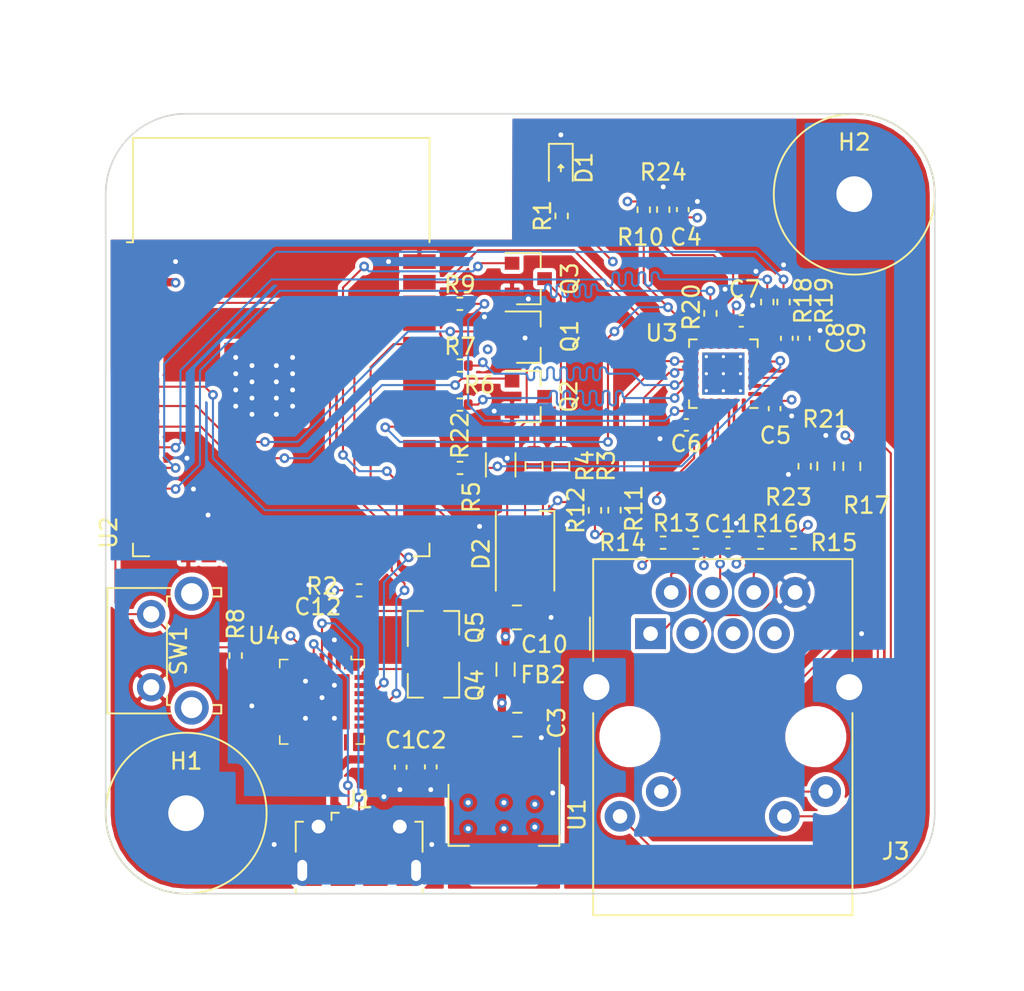
<source format=kicad_pcb>
(kicad_pcb (version 20171130) (host pcbnew "(5.1.5)-3")
  (layers (0 Front signal) (1 Gnd signal) (2 Pwr signal) (31 Back signal) (34 B.Paste user hide) (35 F.Paste user hide) (36 B.SilkS user) (37 F.SilkS user) (38 B.Mask user hide) (39 F.Mask user hide) (44 Edge.Cuts user))
  (net 0 "")
  (net 1 GND)
  (net 2 VBUS)
  (net 3 +3V3)
  (net 4 VDDCR)
  (net 5 "Net-(D2-Pad2)")
  (net 6 LED1_REGOFF)
  (net 7 LED2_nINTSEL)
  (net 8 EN)
  (net 9 RX)
  (net 10 TX)
  (net 11 RXD0)
  (net 12 RXD1)
  (net 13 MDIO)
  (net 14 TXD0)
  (net 15 TXEN)
  (net 16 TXD1)
  (net 17 MDC)
  (net 18 "Net-(U2-Pad4)")
  (net 19 "Net-(U3-Pad4)")
  (net 20 CLK50MHZ)
  (net 21 Blue)
  (net 22 Green)
  (net 23 Block)
  (net 24 Red)
  (net 25 "Net-(D1-Pad2)")
  (net 26 "Net-(J1-Pad4)")
  (net 27 Earth)
  (net 28 "Net-(Q1-Pad3)")
  (net 29 "Net-(Q2-Pad3)")
  (net 30 "Net-(Q3-Pad3)")
  (net 31 "Net-(D2-Pad1)")
  (net 32 "Net-(D2-Pad3)")
  (net 33 "Net-(J3-PadR7)")
  (net 34 IO0)
  (net 35 MTDO)
  (net 36 MTCK)
  (net 37 MTDI)
  (net 38 MTMS)
  (net 39 /Ethernet/LEDG_K)
  (net 40 /Ethernet/LEDY_A)
  (net 41 /Ethernet/RD-)
  (net 42 /Ethernet/RD+)
  (net 43 /Ethernet/TD-)
  (net 44 /Ethernet/TD+)
  (net 45 /ESP32/TXD0_R)
  (net 46 /ESP32/TXEN_R)
  (net 47 /ESP32/TXD1_R)
  (net 48 /Ethernet/RX0_R)
  (net 49 /Ethernet/RX1_R)
  (net 50 /Ethernet/RBIAS)
  (net 51 /Ethernet/PHYAD0)
  (net 52 "Net-(U2-Pad32)")
  (net 53 "Net-(U2-Pad29)")
  (net 54 "Net-(U2-Pad24)")
  (net 55 "Net-(U2-Pad22)")
  (net 56 "Net-(U2-Pad21)")
  (net 57 "Net-(U2-Pad20)")
  (net 58 "Net-(U2-Pad19)")
  (net 59 "Net-(U2-Pad18)")
  (net 60 "Net-(U2-Pad17)")
  (net 61 "Net-(U2-Pad5)")
  (net 62 nINT)
  (net 63 CRS_DV)
  (net 64 /Ethernet/CRS_DV_R)
  (net 65 /ESP32/CLK_R)
  (net 66 nRST)
  (net 67 +3.3VA)
  (net 68 /ESP32/D+)
  (net 69 /ESP32/D-)
  (net 70 DTR)
  (net 71 RTS)
  (net 72 "Net-(U4-Pad27)")
  (net 73 "Net-(U4-Pad23)")
  (net 74 "Net-(U4-Pad21)")
  (net 75 "Net-(U4-Pad20)")
  (net 76 "Net-(U4-Pad19)")
  (net 77 "Net-(U4-Pad18)")
  (net 78 "Net-(U4-Pad17)")
  (net 79 "Net-(U4-Pad16)")
  (net 80 "Net-(U4-Pad14)")
  (net 81 "Net-(U4-Pad13)")
  (net 82 "Net-(U4-Pad12)")
  (net 83 "Net-(U4-Pad11)")
  (net 84 "Net-(U4-Pad10)")
  (net 85 "Net-(U4-Pad2)")
  (net 86 "Net-(U4-Pad1)")
  (net 87 "Net-(U4-Pad15)")
  (net 88 "Net-(U4-Pad22)")
  (module Capacitor_SMD:C_0402_1005Metric (layer Front) (at -9.906 6.604 180)
    (fp_text reference C12 (at 2.54 0.254) (layer F.SilkS))
    (fp_text value 1uF)
    (pad 2 smd roundrect (at 0.485 0 180) (size 0.59 0.64) (layers Front F.Paste F.Mask) (net 1 GND))
    (pad 1 smd roundrect (at -0.485 0 180) (size 0.59 0.64) (layers Front F.Paste F.Mask) (net 8 EN))
  )
  (module Connector_USB:USB_Micro-B_Molex-105017-0001 (layer Front) (at -9.906 21.336)
    (fp_text reference J1 (at 0 -3.1125) (layer F.SilkS))
    (fp_text value USB_B_Micro)
    (pad 6 smd rect (at -2.9 1.2375) (size 1.2 1.9) (layers Front F.Mask) (net 27 Earth))
    (pad 6 smd rect (at 2.9 1.2375) (size 1.2 1.9) (layers Front F.Mask) (net 27 Earth))
    (pad 6 thru_hole oval (at 3.5 1.2375) (size 1.2 1.9) (drill oval 0.6 1.3) (layers *.Cu *.Mask) (net 27 Earth))
    (pad 6 thru_hole oval (at -3.5 1.2375 180) (size 1.2 1.9) (drill oval 0.6 1.3) (layers *.Cu *.Mask) (net 27 Earth))
    (pad 6 smd rect (at -1 1.2375) (size 1.5 1.9) (layers Front F.Paste F.Mask) (net 27 Earth))
    (pad 6 thru_hole circle (at 2.5 -1.4625) (size 1.45 1.45) (drill 0.85) (layers *.Cu *.Mask) (net 27 Earth))
    (pad 3 smd rect (at 0 -1.4625) (size 0.4 1.35) (layers Front F.Paste F.Mask) (net 68 /ESP32/D+))
    (pad 4 smd rect (at 0.65 -1.4625) (size 0.4 1.35) (layers Front F.Paste F.Mask) (net 26 "Net-(J1-Pad4)"))
    (pad 5 smd rect (at 1.3 -1.4625) (size 0.4 1.35) (layers Front F.Paste F.Mask) (net 1 GND))
    (pad 1 smd rect (at -1.3 -1.4625) (size 0.4 1.35) (layers Front F.Paste F.Mask) (net 2 VBUS))
    (pad 2 smd rect (at -0.65 -1.4625) (size 0.4 1.35) (layers Front F.Paste F.Mask) (net 69 /ESP32/D-))
    (pad 6 thru_hole circle (at -2.5 -1.4625) (size 1.45 1.45) (drill 0.85) (layers *.Cu *.Mask) (net 27 Earth))
    (pad 6 smd rect (at 1 1.2375) (size 1.5 1.9) (layers Front F.Paste F.Mask) (net 27 Earth))
  )
  (module digikey-footprints:VFQFN-28-1EP_5x5mm (layer Front) (at -12.192 12.192 270)
    (fp_text reference U4 (at -4.064 3.556 180) (layer F.SilkS))
    (fp_text value CP2102)
    (pad 29 smd rect (at 0 0 270) (size 3.4 3.4) (layers Front F.Paste F.Mask) (net 1 GND))
    (pad 28 smd rect (at -1.5 -2.5 270) (size 0.3 1) (layers Front F.Paste F.Mask) (net 70 DTR))
    (pad 27 smd rect (at -1 -2.5 270) (size 0.3 1) (layers Front F.Paste F.Mask) (net 72 "Net-(U4-Pad27)"))
    (pad 26 smd rect (at -0.5 -2.5 270) (size 0.3 1) (layers Front F.Paste F.Mask) (net 10 TX))
    (pad 25 smd rect (at 0 -2.5 270) (size 0.3 1) (layers Front F.Paste F.Mask) (net 9 RX))
    (pad 24 smd rect (at 0.5 -2.5 270) (size 0.3 1) (layers Front F.Paste F.Mask) (net 71 RTS))
    (pad 23 smd rect (at 1 -2.5 270) (size 0.3 1) (layers Front F.Paste F.Mask) (net 73 "Net-(U4-Pad23)"))
    (pad 21 smd rect (at 2.5 -1.5 270) (size 1 0.3) (layers Front F.Paste F.Mask) (net 74 "Net-(U4-Pad21)"))
    (pad 20 smd rect (at 2.5 -1 270) (size 1 0.3) (layers Front F.Paste F.Mask) (net 75 "Net-(U4-Pad20)"))
    (pad 19 smd rect (at 2.5 -0.5 270) (size 1 0.3) (layers Front F.Paste F.Mask) (net 76 "Net-(U4-Pad19)"))
    (pad 18 smd rect (at 2.5 0 270) (size 1 0.3) (layers Front F.Paste F.Mask) (net 77 "Net-(U4-Pad18)"))
    (pad 17 smd rect (at 2.5 0.5 270) (size 1 0.3) (layers Front F.Paste F.Mask) (net 78 "Net-(U4-Pad17)"))
    (pad 16 smd rect (at 2.5 1 270) (size 1 0.3) (layers Front F.Paste F.Mask) (net 79 "Net-(U4-Pad16)"))
    (pad 14 smd rect (at 1.5 2.5 270) (size 0.3 1) (layers Front F.Paste F.Mask) (net 80 "Net-(U4-Pad14)"))
    (pad 13 smd rect (at 1 2.5 270) (size 0.3 1) (layers Front F.Paste F.Mask) (net 81 "Net-(U4-Pad13)"))
    (pad 12 smd rect (at 0.5 2.5 270) (size 0.3 1) (layers Front F.Paste F.Mask) (net 82 "Net-(U4-Pad12)"))
    (pad 11 smd rect (at 0 2.5 270) (size 0.3 1) (layers Front F.Paste F.Mask) (net 83 "Net-(U4-Pad11)"))
    (pad 10 smd rect (at -0.5 2.5 270) (size 0.3 1) (layers Front F.Paste F.Mask) (net 84 "Net-(U4-Pad10)"))
    (pad 9 smd rect (at -1 2.5 270) (size 0.3 1) (layers Front F.Paste F.Mask) (net 2 VBUS))
    (pad 7 smd rect (at -2.5 1.5 270) (size 1 0.3) (layers Front F.Paste F.Mask) (net 2 VBUS))
    (pad 6 smd rect (at -2.5 1 270) (size 1 0.3) (layers Front F.Paste F.Mask) (net 3 +3V3))
    (pad 5 smd rect (at -2.5 0.5 270) (size 1 0.3) (layers Front F.Paste F.Mask) (net 69 /ESP32/D-))
    (pad 4 smd rect (at -2.5 0 270) (size 1 0.3) (layers Front F.Paste F.Mask) (net 68 /ESP32/D+))
    (pad 3 smd rect (at -2.5 -0.5 270) (size 1 0.3) (layers Front F.Paste F.Mask) (net 1 GND))
    (pad 2 smd rect (at -2.5 -1 270) (size 1 0.3) (layers Front F.Paste F.Mask) (net 85 "Net-(U4-Pad2)"))
    (pad 1 smd rect (at -2.5 -1.5 270) (size 1 0.3) (layers Front F.Paste F.Mask) (net 86 "Net-(U4-Pad1)"))
    (pad 8 smd rect (at -1.5 2.5 270) (size 0.3 1) (layers Front F.Paste F.Mask) (net 2 VBUS))
    (pad 15 smd rect (at 2.5 1.5 270) (size 1 0.3) (layers Front F.Paste F.Mask) (net 87 "Net-(U4-Pad15)"))
    (pad 22 smd rect (at 1.5 -2.5 270) (size 0.3 1) (layers Front F.Paste F.Mask) (net 88 "Net-(U4-Pad22)"))
  )
  (module Package_TO_SOT_SMD:SOT-23 (layer Front) (at -5.334 7.366 90)
    (fp_text reference Q5 (at -0.254 2.54 270) (layer F.SilkS))
    (fp_text value 2N7002)
    (pad 3 smd rect (at 1 0 90) (size 0.9 0.8) (layers Front F.Paste F.Mask) (net 8 EN))
    (pad 2 smd rect (at -1 0.95 90) (size 0.9 0.8) (layers Front F.Paste F.Mask) (net 71 RTS))
    (pad 1 smd rect (at -1 -0.95 90) (size 0.9 0.8) (layers Front F.Paste F.Mask) (net 70 DTR))
  )
  (module Package_TO_SOT_SMD:SOT-23 (layer Front) (at -5.334 11.176 270)
    (fp_text reference Q4 (at 0 -2.54 90) (layer F.SilkS))
    (fp_text value 2N7002)
    (pad 3 smd rect (at 1 0 270) (size 0.9 0.8) (layers Front F.Paste F.Mask) (net 34 IO0))
    (pad 2 smd rect (at -1 0.95 270) (size 0.9 0.8) (layers Front F.Paste F.Mask) (net 70 DTR))
    (pad 1 smd rect (at -1 -0.95 270) (size 0.9 0.8) (layers Front F.Paste F.Mask) (net 71 RTS))
  )
  (module Capacitor_SMD:C_0805_2012Metric (layer Front) (at -0.2 7)
    (fp_text reference C10 (at 1.69 1.66 180) (layer F.SilkS))
    (fp_text value 10uF)
    (pad 2 smd roundrect (at 0.95 0) (size 1 1.45) (layers Front F.Paste F.Mask) (net 1 GND))
    (pad 1 smd roundrect (at -0.95 0) (size 1 1.45) (layers Front F.Paste F.Mask) (net 67 +3.3VA))
  )
  (module Capacitor_SMD:C_0805_2012Metric (layer Front) (at -0.175 13.6)
    (fp_text reference C3 (at 2.425 -0.11 90) (layer F.SilkS))
    (fp_text value 10uF)
    (pad 2 smd roundrect (at 0.95 0) (size 1 1.45) (layers Front F.Paste F.Mask) (net 1 GND))
    (pad 1 smd roundrect (at -0.95 0) (size 1 1.45) (layers Front F.Paste F.Mask) (net 3 +3V3))
  )
  (module Resistor_SMD:R_0603_1608Metric (layer Front) (at 18.8 -2.31 90)
    (fp_text reference R21 (at 2.89 0 180) (layer F.SilkS))
    (fp_text value 270)
    (pad 2 smd roundrect (at 0.825 0 90) (size 0.8 0.95) (layers Front F.Paste F.Mask) (net 1 GND))
    (pad 1 smd roundrect (at -0.825 0 90) (size 0.8 0.95) (layers Front F.Paste F.Mask) (net 39 /Ethernet/LEDG_K))
  )
  (module Resistor_SMD:R_0603_1608Metric (layer Front) (at 20.4 -2.3 270)
    (fp_text reference R17 (at 2.4 -0.9 180) (layer F.SilkS))
    (fp_text value 270)
    (pad 2 smd roundrect (at 0.825 0 270) (size 0.8 0.95) (layers Front F.Paste F.Mask) (net 40 /Ethernet/LEDY_A))
    (pad 1 smd roundrect (at -0.825 0 270) (size 0.8 0.95) (layers Front F.Paste F.Mask) (net 67 +3.3VA))
  )
  (module Inductor_SMD:L_0805_2012Metric (layer Front) (at -0.9 10.2 270)
    (fp_text reference FB2 (at 0.33 -2.31 180) (layer F.SilkS))
    (fp_text value Ferrite_Bead)
    (pad 2 smd roundrect (at 1.0625 0 270) (size 0.875 1.2) (layers Front F.Paste F.Mask) (net 3 +3V3))
    (pad 1 smd roundrect (at -1.0625 0 270) (size 0.875 1.2) (layers Front F.Paste F.Mask) (net 67 +3.3VA))
  )
  (module Resistor_SMD:R_0402_1005Metric (layer Front) (at -3.7 -2.2 180)
    (fp_text reference R22 (at 0 2 90) (layer F.SilkS))
    (fp_text value 49.9)
    (pad 2 smd roundrect (at 0.51 0 180) (size 0.54 0.64) (layers Front F.Paste F.Mask) (net 65 /ESP32/CLK_R))
    (pad 1 smd roundrect (at -0.51 0 180) (size 0.54 0.64) (layers Front F.Paste F.Mask) (net 20 CLK50MHZ))
  )
  (module Package_DFN_QFN:QFN-24-1EP_4x4mm_P0.5mm_EP2.6x2.6mm_ThermalVias (layer Front) (at 12.5 -8 180)
    (fp_text reference U3 (at 3.8 2.5) (layer F.SilkS))
    (fp_text value LAN8720A)
    (pad 25 smd rect (at 0 0 180) (size 2.6 2.6) (layers Back) (net 1 GND))
    (pad 25 thru_hole circle (at 1.05 1.05 180) (size 0.5 0.5) (drill 0.2) (layers *.Cu) (net 1 GND))
    (pad 25 thru_hole circle (at 0 1.05 180) (size 0.5 0.5) (drill 0.2) (layers *.Cu) (net 1 GND))
    (pad 25 thru_hole circle (at -1.05 1.05 180) (size 0.5 0.5) (drill 0.2) (layers *.Cu) (net 1 GND))
    (pad 25 thru_hole circle (at 1.05 0 180) (size 0.5 0.5) (drill 0.2) (layers *.Cu) (net 1 GND))
    (pad 25 thru_hole circle (at 0 0 180) (size 0.5 0.5) (drill 0.2) (layers *.Cu) (net 1 GND))
    (pad 25 thru_hole circle (at -1.05 0 180) (size 0.5 0.5) (drill 0.2) (layers *.Cu) (net 1 GND))
    (pad 25 thru_hole circle (at 1.05 -1.05 180) (size 0.5 0.5) (drill 0.2) (layers *.Cu) (net 1 GND))
    (pad 25 thru_hole circle (at 0 -1.05 180) (size 0.5 0.5) (drill 0.2) (layers *.Cu) (net 1 GND))
    (pad 25 thru_hole circle (at -1.05 -1.05 180) (size 0.5 0.5) (drill 0.2) (layers *.Cu) (net 1 GND))
    (pad 25 smd rect (at 0 0 180) (size 2.6 2.6) (layers Front F.Mask) (net 1 GND))
    (pad 24 smd roundrect (at -1.25 -1.9375 180) (size 0.25 0.825) (layers Front F.Paste F.Mask) (net 50 /Ethernet/RBIAS))
    (pad 23 smd roundrect (at -0.75 -1.9375 180) (size 0.25 0.825) (layers Front F.Paste F.Mask) (net 42 /Ethernet/RD+))
    (pad 22 smd roundrect (at -0.25 -1.9375 180) (size 0.25 0.825) (layers Front F.Paste F.Mask) (net 41 /Ethernet/RD-))
    (pad 21 smd roundrect (at 0.25 -1.9375 180) (size 0.25 0.825) (layers Front F.Paste F.Mask) (net 44 /Ethernet/TD+))
    (pad 20 smd roundrect (at 0.75 -1.9375 180) (size 0.25 0.825) (layers Front F.Paste F.Mask) (net 43 /Ethernet/TD-))
    (pad 19 smd roundrect (at 1.25 -1.9375 180) (size 0.25 0.825) (layers Front F.Paste F.Mask) (net 67 +3.3VA))
    (pad 18 smd roundrect (at 1.9375 -1.25 180) (size 0.825 0.25) (layers Front F.Paste F.Mask) (net 16 TXD1))
    (pad 17 smd roundrect (at 1.9375 -0.75 180) (size 0.825 0.25) (layers Front F.Paste F.Mask) (net 14 TXD0))
    (pad 16 smd roundrect (at 1.9375 -0.25 180) (size 0.825 0.25) (layers Front F.Paste F.Mask) (net 15 TXEN))
    (pad 15 smd roundrect (at 1.9375 0.25 180) (size 0.825 0.25) (layers Front F.Paste F.Mask) (net 66 nRST))
    (pad 14 smd roundrect (at 1.9375 0.75 180) (size 0.825 0.25) (layers Front F.Paste F.Mask) (net 62 nINT))
    (pad 13 smd roundrect (at 1.9375 1.25 180) (size 0.825 0.25) (layers Front F.Paste F.Mask) (net 17 MDC))
    (pad 12 smd roundrect (at 1.25 1.9375 180) (size 0.25 0.825) (layers Front F.Paste F.Mask) (net 13 MDIO))
    (pad 11 smd roundrect (at 0.75 1.9375 180) (size 0.25 0.825) (layers Front F.Paste F.Mask) (net 64 /Ethernet/CRS_DV_R))
    (pad 10 smd roundrect (at 0.25 1.9375 180) (size 0.25 0.825) (layers Front F.Paste F.Mask) (net 51 /Ethernet/PHYAD0))
    (pad 9 smd roundrect (at -0.25 1.9375 180) (size 0.25 0.825) (layers Front F.Paste F.Mask) (net 3 +3V3))
    (pad 8 smd roundrect (at -0.75 1.9375 180) (size 0.25 0.825) (layers Front F.Paste F.Mask) (net 48 /Ethernet/RX0_R))
    (pad 7 smd roundrect (at -1.25 1.9375 180) (size 0.25 0.825) (layers Front F.Paste F.Mask) (net 49 /Ethernet/RX1_R))
    (pad 6 smd roundrect (at -1.9375 1.25 180) (size 0.825 0.25) (layers Front F.Paste F.Mask) (net 4 VDDCR))
    (pad 5 smd roundrect (at -1.9375 0.75 180) (size 0.825 0.25) (layers Front F.Paste F.Mask) (net 20 CLK50MHZ))
    (pad 4 smd roundrect (at -1.9375 0.25 180) (size 0.825 0.25) (layers Front F.Paste F.Mask) (net 19 "Net-(U3-Pad4)"))
    (pad 3 smd roundrect (at -1.9375 -0.25 180) (size 0.825 0.25) (layers Front F.Paste F.Mask) (net 6 LED1_REGOFF))
    (pad 2 smd roundrect (at -1.9375 -0.75 180) (size 0.825 0.25) (layers Front F.Paste F.Mask) (net 7 LED2_nINTSEL))
    (pad 1 smd roundrect (at -1.9375 -1.25 180) (size 0.825 0.25) (layers Front F.Paste F.Mask) (net 67 +3.3VA))
  )
  (module RF_Module:ESP32-WROOM-32 (layer Front) (at -14.7 -6.645)
    (fp_text reference U2 (at -10.61 8.43 90) (layer F.SilkS))
    (fp_text value ESP32-WROOM-32E)
    (pad 38 smd rect (at 8.5 -8.255) (size 2 0.9) (layers Front F.Paste F.Mask) (net 1 GND))
    (pad 37 smd rect (at 8.5 -6.985) (size 2 0.9) (layers Front F.Paste F.Mask) (net 17 MDC))
    (pad 36 smd rect (at 8.5 -5.715) (size 2 0.9) (layers Front F.Paste F.Mask) (net 47 /ESP32/TXD1_R))
    (pad 35 smd rect (at 8.5 -4.445) (size 2 0.9) (layers Front F.Paste F.Mask) (net 9 RX))
    (pad 34 smd rect (at 8.5 -3.175) (size 2 0.9) (layers Front F.Paste F.Mask) (net 10 TX))
    (pad 33 smd rect (at 8.5 -1.905) (size 2 0.9) (layers Front F.Paste F.Mask) (net 46 /ESP32/TXEN_R))
    (pad 32 smd rect (at 8.5 -0.635) (size 2 0.9) (layers Front F.Paste F.Mask) (net 52 "Net-(U2-Pad32)"))
    (pad 31 smd rect (at 8.5 0.635) (size 2 0.9) (layers Front F.Paste F.Mask) (net 45 /ESP32/TXD0_R))
    (pad 30 smd rect (at 8.5 1.905) (size 2 0.9) (layers Front F.Paste F.Mask) (net 13 MDIO))
    (pad 29 smd rect (at 8.5 3.175) (size 2 0.9) (layers Front F.Paste F.Mask) (net 53 "Net-(U2-Pad29)"))
    (pad 28 smd rect (at 8.5 4.445) (size 2 0.9) (layers Front F.Paste F.Mask) (net 65 /ESP32/CLK_R))
    (pad 27 smd rect (at 8.5 5.715) (size 2 0.9) (layers Front F.Paste F.Mask) (net 21 Blue))
    (pad 26 smd rect (at 8.5 6.985) (size 2 0.9) (layers Front F.Paste F.Mask) (net 66 nRST))
    (pad 25 smd rect (at 8.5 8.255) (size 2 0.9) (layers Front F.Paste F.Mask) (net 34 IO0))
    (pad 24 smd rect (at 5.715 9.255 90) (size 2 0.9) (layers Front F.Paste F.Mask) (net 54 "Net-(U2-Pad24)"))
    (pad 23 smd rect (at 4.445 9.255 90) (size 2 0.9) (layers Front F.Paste F.Mask) (net 35 MTDO))
    (pad 22 smd rect (at 3.175 9.255 90) (size 2 0.9) (layers Front F.Paste F.Mask) (net 55 "Net-(U2-Pad22)"))
    (pad 21 smd rect (at 1.905 9.255 90) (size 2 0.9) (layers Front F.Paste F.Mask) (net 56 "Net-(U2-Pad21)"))
    (pad 20 smd rect (at 0.635 9.255 90) (size 2 0.9) (layers Front F.Paste F.Mask) (net 57 "Net-(U2-Pad20)"))
    (pad 19 smd rect (at -0.635 9.255 90) (size 2 0.9) (layers Front F.Paste F.Mask) (net 58 "Net-(U2-Pad19)"))
    (pad 18 smd rect (at -1.905 9.255 90) (size 2 0.9) (layers Front F.Paste F.Mask) (net 59 "Net-(U2-Pad18)"))
    (pad 17 smd rect (at -3.175 9.255 90) (size 2 0.9) (layers Front F.Paste F.Mask) (net 60 "Net-(U2-Pad17)"))
    (pad 16 smd rect (at -4.445 9.255 90) (size 2 0.9) (layers Front F.Paste F.Mask) (net 36 MTCK))
    (pad 15 smd rect (at -5.715 9.255 90) (size 2 0.9) (layers Front F.Paste F.Mask) (net 1 GND))
    (pad 14 smd rect (at -8.5 8.255) (size 2 0.9) (layers Front F.Paste F.Mask) (net 37 MTDI))
    (pad 13 smd rect (at -8.5 6.985) (size 2 0.9) (layers Front F.Paste F.Mask) (net 38 MTMS))
    (pad 12 smd rect (at -8.5 5.715) (size 2 0.9) (layers Front F.Paste F.Mask) (net 63 CRS_DV))
    (pad 11 smd rect (at -8.5 4.445) (size 2 0.9) (layers Front F.Paste F.Mask) (net 12 RXD1))
    (pad 10 smd rect (at -8.5 3.175) (size 2 0.9) (layers Front F.Paste F.Mask) (net 11 RXD0))
    (pad 9 smd rect (at -8.5 1.905) (size 2 0.9) (layers Front F.Paste F.Mask) (net 22 Green))
    (pad 8 smd rect (at -8.5 0.635) (size 2 0.9) (layers Front F.Paste F.Mask) (net 24 Red))
    (pad 7 smd rect (at -8.5 -0.635) (size 2 0.9) (layers Front F.Paste F.Mask) (net 62 nINT))
    (pad 6 smd rect (at -8.5 -1.905) (size 2 0.9) (layers Front F.Paste F.Mask) (net 23 Block))
    (pad 5 smd rect (at -8.5 -3.175) (size 2 0.9) (layers Front F.Paste F.Mask) (net 61 "Net-(U2-Pad5)"))
    (pad 4 smd rect (at -8.5 -4.445) (size 2 0.9) (layers Front F.Paste F.Mask) (net 18 "Net-(U2-Pad4)"))
    (pad 3 smd rect (at -8.5 -5.715) (size 2 0.9) (layers Front F.Paste F.Mask) (net 8 EN))
    (pad 2 smd rect (at -8.5 -6.985) (size 2 0.9) (layers Front F.Paste F.Mask) (net 3 +3V3))
    (pad 1 smd rect (at -8.5 -8.255) (size 2 0.9) (layers Front F.Paste F.Mask) (net 1 GND))
    (pad 39 smd rect (at -1 -0.755) (size 5 5) (layers Front F.Paste F.Mask) (net 1 GND))
  )
  (module Package_TO_SOT_SMD:SOT-223 (layer Front) (at -1 19.15 270)
    (fp_text reference U1 (at 0 -4.5 90) (layer F.SilkS))
    (fp_text value AZ1117EH-3.3TRG1)
    (pad 1 smd rect (at -3.15 -2.3 270) (size 2 1.5) (layers Front F.Paste F.Mask) (net 1 GND))
    (pad 3 smd rect (at -3.15 2.3 270) (size 2 1.5) (layers Front F.Paste F.Mask) (net 2 VBUS))
    (pad 2 smd rect (at -3.15 0 270) (size 2 1.5) (layers Front F.Paste F.Mask) (net 3 +3V3))
    (pad 4 smd rect (at 3.15 0 270) (size 2 3.8) (layers Front F.Paste F.Mask))
  )
  (module Button_Switch_THT:SW_Tactile_SPST_Angled_PTS645Vx83-2LFS (layer Front) (at -22.7 11.3 90)
    (fp_text reference SW1 (at 2.25 1.68 90) (layer F.SilkS))
    (fp_text value "PTS645VH83-2 LFS")
    (pad "" thru_hole circle (at -1.25 2.49 90) (size 2.1 2.1) (drill 1.3) (layers *.Cu *.Mask))
    (pad 1 thru_hole circle (at 0 0 90) (size 1.75 1.75) (drill 0.99) (layers *.Cu *.Mask) (net 1 GND))
    (pad 2 thru_hole circle (at 4.5 0 90) (size 1.75 1.75) (drill 0.99) (layers *.Cu *.Mask) (net 23 Block))
    (pad "" thru_hole circle (at 5.76 2.49 90) (size 2.1 2.1) (drill 1.3) (layers *.Cu *.Mask))
  )
  (module Resistor_SMD:R_0402_1005Metric (layer Front) (at 8.8 -18.1 90)
    (fp_text reference R24 (at 2.3 0 180) (layer F.SilkS))
    (fp_text value 10K)
    (pad 2 smd roundrect (at 0.51 0 90) (size 0.54 0.64) (layers Front F.Paste F.Mask) (net 1 GND))
    (pad 1 smd roundrect (at -0.51 0 90) (size 0.54 0.64) (layers Front F.Paste F.Mask) (net 51 /Ethernet/PHYAD0))
  )
  (module Resistor_SMD:R_0402_1005Metric (layer Front) (at 17.5 -2.3 270)
    (fp_text reference R23 (at 1.9 1 180) (layer F.SilkS))
    (fp_text value 12.1K)
    (pad 2 smd roundrect (at 0.51 0 270) (size 0.54 0.64) (layers Front F.Paste F.Mask) (net 1 GND))
    (pad 1 smd roundrect (at -0.51 0 270) (size 0.54 0.64) (layers Front F.Paste F.Mask) (net 50 /Ethernet/RBIAS))
  )
  (module Resistor_SMD:R_0402_1005Metric (layer Front) (at 11.7 -11.71 90)
    (fp_text reference R20 (at 0.39 -1.17 270) (layer F.SilkS))
    (fp_text value 49.9)
    (pad 2 smd roundrect (at 0.51 0 90) (size 0.54 0.64) (layers Front F.Paste F.Mask) (net 63 CRS_DV))
    (pad 1 smd roundrect (at -0.51 0 90) (size 0.54 0.64) (layers Front F.Paste F.Mask) (net 64 /Ethernet/CRS_DV_R))
  )
  (module Resistor_SMD:R_0402_1005Metric (layer Front) (at 16.2 -12.41 90)
    (fp_text reference R19 (at 0.09 2.5 90) (layer F.SilkS))
    (fp_text value 49.9)
    (pad 2 smd roundrect (at 0.51 0 90) (size 0.54 0.64) (layers Front F.Paste F.Mask) (net 12 RXD1))
    (pad 1 smd roundrect (at -0.51 0 90) (size 0.54 0.64) (layers Front F.Paste F.Mask) (net 49 /Ethernet/RX1_R))
  )
  (module Resistor_SMD:R_0402_1005Metric (layer Front) (at 15.2 -12.41 90)
    (fp_text reference R18 (at 0.09 2.2 90) (layer F.SilkS))
    (fp_text value 49.9)
    (pad 2 smd roundrect (at 0.51 0 90) (size 0.54 0.64) (layers Front F.Paste F.Mask) (net 11 RXD0))
    (pad 1 smd roundrect (at -0.51 0 90) (size 0.54 0.64) (layers Front F.Paste F.Mask) (net 48 /Ethernet/RX0_R))
  )
  (module Resistor_SMD:R_0402_1005Metric (layer Front) (at 14.79 2.4)
    (fp_text reference R16 (at 0.91 -1.17) (layer F.SilkS))
    (fp_text value 49.9)
    (pad 2 smd roundrect (at 0.51 0) (size 0.54 0.64) (layers Front F.Paste F.Mask) (net 41 /Ethernet/RD-))
    (pad 1 smd roundrect (at -0.51 0) (size 0.54 0.64) (layers Front F.Paste F.Mask) (net 67 +3.3VA))
  )
  (module Resistor_SMD:R_0402_1005Metric (layer Front) (at 16.81 2.4 180)
    (fp_text reference R15 (at -2.49 0) (layer F.SilkS))
    (fp_text value 49.9)
    (pad 2 smd roundrect (at 0.51 0 180) (size 0.54 0.64) (layers Front F.Paste F.Mask) (net 42 /Ethernet/RD+))
    (pad 1 smd roundrect (at -0.51 0 180) (size 0.54 0.64) (layers Front F.Paste F.Mask) (net 67 +3.3VA))
  )
  (module Resistor_SMD:R_0402_1005Metric (layer Front) (at 8.79 2.4)
    (fp_text reference R14 (at -2.49 0) (layer F.SilkS))
    (fp_text value 49.9)
    (pad 2 smd roundrect (at 0.51 0) (size 0.54 0.64) (layers Front F.Paste F.Mask) (net 43 /Ethernet/TD-))
    (pad 1 smd roundrect (at -0.51 0) (size 0.54 0.64) (layers Front F.Paste F.Mask) (net 67 +3.3VA))
  )
  (module Resistor_SMD:R_0402_1005Metric (layer Front) (at 10.81 2.4 180)
    (fp_text reference R13 (at 1.21 1.2) (layer F.SilkS))
    (fp_text value 49.9)
    (pad 2 smd roundrect (at 0.51 0 180) (size 0.54 0.64) (layers Front F.Paste F.Mask) (net 44 /Ethernet/TD+))
    (pad 1 smd roundrect (at -0.51 0 180) (size 0.54 0.64) (layers Front F.Paste F.Mask) (net 67 +3.3VA))
  )
  (module Resistor_SMD:R_0402_1005Metric (layer Front) (at 4.6 0.41 90)
    (fp_text reference R12 (at 0 -1.17 90) (layer F.SilkS))
    (fp_text value 10K)
    (pad 2 smd roundrect (at 0.51 0 90) (size 0.54 0.64) (layers Front F.Paste F.Mask) (net 62 nINT))
    (pad 1 smd roundrect (at -0.51 0 90) (size 0.54 0.64) (layers Front F.Paste F.Mask) (net 67 +3.3VA))
  )
  (module Resistor_SMD:R_0402_1005Metric (layer Front) (at 5.8 0.4 90)
    (fp_text reference R11 (at 0.1 1.2 90) (layer F.SilkS))
    (fp_text value 10K)
    (pad 2 smd roundrect (at 0.51 0 90) (size 0.54 0.64) (layers Front F.Paste F.Mask) (net 66 nRST))
    (pad 1 smd roundrect (at -0.51 0 90) (size 0.54 0.64) (layers Front F.Paste F.Mask) (net 67 +3.3VA))
  )
  (module Resistor_SMD:R_0402_1005Metric (layer Front) (at 7.6 -18.09 270)
    (fp_text reference R10 (at 1.69 0.2 180) (layer F.SilkS))
    (fp_text value 10K)
    (pad 2 smd roundrect (at 0.51 0 270) (size 0.54 0.64) (layers Front F.Paste F.Mask) (net 13 MDIO))
    (pad 1 smd roundrect (at -0.51 0 270) (size 0.54 0.64) (layers Front F.Paste F.Mask) (net 67 +3.3VA))
  )
  (module Resistor_SMD:R_0402_1005Metric (layer Front) (at -3.71 -12.3)
    (fp_text reference R9 (at 0 -1.17) (layer F.SilkS))
    (fp_text value 49.9)
    (pad 2 smd roundrect (at 0.51 0) (size 0.54 0.64) (layers Front F.Paste F.Mask) (net 16 TXD1))
    (pad 1 smd roundrect (at -0.51 0) (size 0.54 0.64) (layers Front F.Paste F.Mask) (net 47 /ESP32/TXD1_R))
  )
  (module Resistor_SMD:R_0402_1005Metric (layer Front) (at -17.5 9.35 90)
    (fp_text reference R8 (at 1.95 0 90) (layer F.SilkS))
    (fp_text value 10K)
    (pad 2 smd roundrect (at 0.51 0 90) (size 0.54 0.64) (layers Front F.Paste F.Mask) (net 23 Block))
    (pad 1 smd roundrect (at -0.51 0 90) (size 0.54 0.64) (layers Front F.Paste F.Mask) (net 2 VBUS))
  )
  (module Resistor_SMD:R_0402_1005Metric (layer Front) (at -3.7 -8.5)
    (fp_text reference R7 (at 0 -1.17) (layer F.SilkS))
    (fp_text value 49.9)
    (pad 2 smd roundrect (at 0.51 0) (size 0.54 0.64) (layers Front F.Paste F.Mask) (net 15 TXEN))
    (pad 1 smd roundrect (at -0.51 0) (size 0.54 0.64) (layers Front F.Paste F.Mask) (net 46 /ESP32/TXEN_R))
  )
  (module Resistor_SMD:R_0402_1005Metric (layer Front) (at -3.71 -6.1)
    (fp_text reference R6 (at 1.21 -1.2) (layer F.SilkS))
    (fp_text value 49.9)
    (pad 2 smd roundrect (at 0.51 0) (size 0.54 0.64) (layers Front F.Paste F.Mask) (net 14 TXD0))
    (pad 1 smd roundrect (at -0.51 0) (size 0.54 0.64) (layers Front F.Paste F.Mask) (net 45 /ESP32/TXD0_R))
  )
  (module Resistor_SMD:R_1206_3216Metric (layer Front) (at -1.2 -2.3875 90)
    (fp_text reference R5 (at -1.9875 -1.8 90) (layer F.SilkS))
    (fp_text value 82)
    (pad 2 smd roundrect (at 1.4625 0 90) (size 1.125 1.75) (layers Front F.Paste F.Mask) (roundrect_rratio 0.2222213333333333) (net 28 "Net-(Q1-Pad3)"))
    (pad 1 smd roundrect (at -1.4625 0 90) (size 1.125 1.75) (layers Front F.Paste F.Mask) (roundrect_rratio 0.2222213333333333) (net 32 "Net-(D2-Pad3)"))
  )
  (module Resistor_SMD:R_0603_1608Metric (layer Front) (at 0.85 -2.325 90)
    (fp_text reference R4 (at 0 3.15 90) (layer F.SilkS))
    (fp_text value 47)
    (pad 2 smd roundrect (at 0.825 0 90) (size 0.8 0.95) (layers Front F.Paste F.Mask) (net 29 "Net-(Q2-Pad3)"))
    (pad 1 smd roundrect (at -0.825 0 90) (size 0.8 0.95) (layers Front F.Paste F.Mask) (net 5 "Net-(D2-Pad2)"))
  )
  (module Resistor_SMD:R_0603_1608Metric (layer Front) (at 2.5 -2.325 90)
    (fp_text reference R3 (at 0 2.8 90) (layer F.SilkS))
    (fp_text value 47)
    (pad 2 smd roundrect (at 0.825 0 90) (size 0.8 0.95) (layers Front F.Paste F.Mask) (net 30 "Net-(Q3-Pad3)"))
    (pad 1 smd roundrect (at -0.825 0 90) (size 0.8 0.95) (layers Front F.Paste F.Mask) (net 31 "Net-(D2-Pad1)"))
  )
  (module Resistor_SMD:R_0402_1005Metric (layer Front) (at -9.906 5.334 180)
    (fp_text reference R2 (at 2.286 0.254) (layer F.SilkS))
    (fp_text value 10K)
    (pad 2 smd roundrect (at 0.51 0 180) (size 0.54 0.64) (layers Front F.Paste F.Mask) (net 3 +3V3))
    (pad 1 smd roundrect (at -0.51 0 180) (size 0.54 0.64) (layers Front F.Paste F.Mask) (net 8 EN))
  )
  (module Resistor_SMD:R_0402_1005Metric (layer Front) (at 2.55 -17.71 90)
    (fp_text reference R1 (at 0 -1.17 90) (layer F.SilkS))
    (fp_text value 470)
    (pad 2 smd roundrect (at 0.51 0 90) (size 0.54 0.64) (layers Front F.Paste F.Mask) (net 25 "Net-(D1-Pad2)"))
    (pad 1 smd roundrect (at -0.51 0 90) (size 0.54 0.64) (layers Front F.Paste F.Mask) (net 3 +3V3))
  )
  (module Package_TO_SOT_SMD:SOT-23 (layer Front) (at 0.5 -13.85)
    (fp_text reference Q3 (at 2.55 0 90) (layer F.SilkS))
    (fp_text value 2N7002)
    (pad 3 smd rect (at 1 0) (size 0.9 0.8) (layers Front F.Paste F.Mask) (net 30 "Net-(Q3-Pad3)"))
    (pad 2 smd rect (at -1 0.95) (size 0.9 0.8) (layers Front F.Paste F.Mask) (net 1 GND))
    (pad 1 smd rect (at -1 -0.95) (size 0.9 0.8) (layers Front F.Paste F.Mask) (net 21 Blue))
  )
  (module Package_TO_SOT_SMD:SOT-23 (layer Front) (at 0.5 -6.6)
    (fp_text reference Q2 (at 2.5 0 90) (layer F.SilkS))
    (fp_text value 2N7002)
    (pad 3 smd rect (at 1 0) (size 0.9 0.8) (layers Front F.Paste F.Mask) (net 29 "Net-(Q2-Pad3)"))
    (pad 2 smd rect (at -1 0.95) (size 0.9 0.8) (layers Front F.Paste F.Mask) (net 1 GND))
    (pad 1 smd rect (at -1 -0.95) (size 0.9 0.8) (layers Front F.Paste F.Mask) (net 22 Green))
  )
  (module Package_TO_SOT_SMD:SOT-23 (layer Front) (at 0.5 -10.25)
    (fp_text reference Q1 (at 2.55 -0.05 90) (layer F.SilkS))
    (fp_text value 2N7002)
    (pad 3 smd rect (at 1 0) (size 0.9 0.8) (layers Front F.Paste F.Mask) (net 28 "Net-(Q1-Pad3)"))
    (pad 2 smd rect (at -1 0.95) (size 0.9 0.8) (layers Front F.Paste F.Mask) (net 1 GND))
    (pad 1 smd rect (at -1 -0.95) (size 0.9 0.8) (layers Front F.Paste F.Mask) (net 24 Red))
  )
  (module Connector_RJ:RJ45_Amphenol_RJMG1BD3B8K1ANR (layer Front) (at 8.02 8)
    (fp_text reference J3 (at 15.08 13.4) (layer F.SilkS))
    (fp_text value RJ45_Amphenol_RJMG1BD3B8K1ANR)
    (pad "" np_thru_hole circle (at 10.16 6.34) (size 3.25 3.25) (drill 3.25) (layers *.Cu *.Mask))
    (pad "" np_thru_hole circle (at -1.27 6.34) (size 3.25 3.25) (drill 3.25) (layers *.Cu *.Mask))
    (pad 13 thru_hole circle (at 12.22 3.29) (size 2.6 2.6) (drill 1.6) (layers *.Cu *.Mask) (net 27 Earth))
    (pad 13 thru_hole circle (at -3.33 3.29) (size 2.6 2.6) (drill 1.6) (layers *.Cu *.Mask) (net 27 Earth))
    (pad L4 thru_hole circle (at -1.88 11.24) (size 1.89 1.89) (drill 0.89) (layers *.Cu *.Mask) (net 6 LED1_REGOFF))
    (pad L3 thru_hole circle (at 0.66 9.72) (size 1.89 1.89) (drill 0.89) (layers *.Cu *.Mask) (net 39 /Ethernet/LEDG_K))
    (pad L2 thru_hole circle (at 8.23 11.24) (size 1.89 1.89) (drill 0.89) (layers *.Cu *.Mask) (net 7 LED2_nINTSEL))
    (pad L1 thru_hole circle (at 10.77 9.72) (size 1.89 1.89) (drill 0.89) (layers *.Cu *.Mask) (net 40 /Ethernet/LEDY_A))
    (pad R8 thru_hole circle (at 8.89 -2.54) (size 1.9 1.9) (drill 0.9) (layers *.Cu *.Mask) (net 1 GND))
    (pad R7 thru_hole circle (at 7.62 0) (size 1.9 1.9) (drill 0.9) (layers *.Cu *.Mask) (net 33 "Net-(J3-PadR7)"))
    (pad R6 thru_hole circle (at 6.35 -2.54) (size 1.9 1.9) (drill 0.9) (layers *.Cu *.Mask) (net 41 /Ethernet/RD-))
    (pad R5 thru_hole circle (at 5.08 0) (size 1.9 1.9) (drill 0.9) (layers *.Cu *.Mask) (net 67 +3.3VA))
    (pad R4 thru_hole circle (at 3.81 -2.54) (size 1.9 1.9) (drill 0.9) (layers *.Cu *.Mask) (net 67 +3.3VA))
    (pad R3 thru_hole circle (at 2.54 0) (size 1.9 1.9) (drill 0.9) (layers *.Cu *.Mask) (net 42 /Ethernet/RD+))
    (pad R2 thru_hole circle (at 1.27 -2.54) (size 1.9 1.9) (drill 0.9) (layers *.Cu *.Mask) (net 43 /Ethernet/TD-))
    (pad R1 thru_hole rect (at 0 0) (size 1.9 1.9) (drill 0.9) (layers *.Cu *.Mask) (net 44 /Ethernet/TD+))
  )
  (module MountingHole:MountingHole_2.2mm_M2_Pad (layer Front) (at 20.55 -19.05)
    (fp_text reference H2 (at 0 -3.2) (layer F.SilkS))
    (fp_text value MountingHole)
    (pad 1 thru_hole circle (at 0 0) (size 4.4 4.4) (drill 2.2) (layers *.Cu *.Mask) (net 27 Earth))
  )
  (module MountingHole:MountingHole_2.2mm_M2_Pad (layer Front) (at -20.55 19.05)
    (fp_text reference H1 (at 0 -3.2) (layer F.SilkS))
    (fp_text value MountingHole)
    (pad 1 thru_hole circle (at 0 0) (size 4.4 4.4) (drill 2.2) (layers *.Cu *.Mask) (net 27 Earth))
  )
  (module LED_SMD:LED_RGB_PLCC-6 (layer Front) (at 0.3 3 270)
    (fp_text reference D2 (at 0.1 2.7 270) (layer F.SilkS))
    (fp_text value RS-3535MWAR)
    (pad 6 smd rect (at 1.55 -1.1) (size 0.7 1.3) (layers Front F.Paste F.Mask) (net 2 VBUS))
    (pad 5 smd rect (at 1.55 0) (size 0.7 1.3) (layers Front F.Paste F.Mask) (net 2 VBUS))
    (pad 4 smd rect (at 1.55 1.1) (size 0.7 1.3) (layers Front F.Paste F.Mask) (net 2 VBUS))
    (pad 3 smd rect (at -1.55 1.1) (size 0.7 1.3) (layers Front F.Paste F.Mask) (net 32 "Net-(D2-Pad3)"))
    (pad 2 smd rect (at -1.55 0) (size 0.7 1.3) (layers Front F.Paste F.Mask) (net 5 "Net-(D2-Pad2)"))
    (pad 1 smd rect (at -1.55 -1.1) (size 0.7 1.3) (layers Front F.Paste F.Mask) (net 31 "Net-(D2-Pad1)"))
  )
  (module Diode_SMD:D_0603_1608Metric (layer Front) (at 2.5 -20.6625 270)
    (fp_text reference D1 (at 0 -1.43 90) (layer F.SilkS))
    (fp_text value GRN)
    (pad 2 smd roundrect (at 0.7875 0 270) (size 0.875 0.95) (layers Front F.Paste F.Mask) (net 25 "Net-(D1-Pad2)"))
    (pad 1 smd roundrect (at -0.7875 0 270) (size 0.875 0.95) (layers Front F.Paste F.Mask) (net 1 GND))
  )
  (module Capacitor_SMD:C_0402_1005Metric (layer Front) (at 12.78 2.4)
    (fp_text reference C11 (at 0 -1.16) (layer F.SilkS))
    (fp_text value 0.1uF)
    (pad 2 smd roundrect (at 0.48 0) (size 0.56 0.62) (layers Front F.Paste F.Mask) (net 1 GND))
    (pad 1 smd roundrect (at -0.48 0) (size 0.56 0.62) (layers Front F.Paste F.Mask) (net 67 +3.3VA))
  )
  (module Capacitor_SMD:C_0402_1005Metric (layer Front) (at 17.45 -10.18 90)
    (fp_text reference C9 (at 0.02 3.25 90) (layer F.SilkS))
    (fp_text value 1uF)
    (pad 2 smd roundrect (at 0.48 0 90) (size 0.56 0.62) (layers Front F.Paste F.Mask) (net 1 GND))
    (pad 1 smd roundrect (at -0.48 0 90) (size 0.56 0.62) (layers Front F.Paste F.Mask) (net 4 VDDCR))
  )
  (module Capacitor_SMD:C_0402_1005Metric (layer Front) (at 16.4 -10.18 90)
    (fp_text reference C8 (at 0.02 3 270) (layer F.SilkS))
    (fp_text value 0.1uF)
    (pad 2 smd roundrect (at 0.48 0 90) (size 0.56 0.62) (layers Front F.Paste F.Mask) (net 1 GND))
    (pad 1 smd roundrect (at -0.48 0 90) (size 0.56 0.62) (layers Front F.Paste F.Mask) (net 4 VDDCR))
  )
  (module Capacitor_SMD:C_0402_1005Metric (layer Front) (at 13.6 -11.25)
    (fp_text reference C7 (at 0.2 -1.95) (layer F.SilkS))
    (fp_text value 0.1uF)
    (pad 2 smd roundrect (at 0.48 0) (size 0.56 0.62) (layers Front F.Paste F.Mask) (net 1 GND))
    (pad 1 smd roundrect (at -0.48 0) (size 0.56 0.62) (layers Front F.Paste F.Mask) (net 3 +3V3))
  )
  (module Capacitor_SMD:C_0402_1005Metric (layer Front) (at 10.22 -4.85 180)
    (fp_text reference C6 (at 0 -1.16) (layer F.SilkS))
    (fp_text value 0.1uF)
    (pad 2 smd roundrect (at 0.48 0 180) (size 0.56 0.62) (layers Front F.Paste F.Mask) (net 1 GND))
    (pad 1 smd roundrect (at -0.48 0 180) (size 0.56 0.62) (layers Front F.Paste F.Mask) (net 67 +3.3VA))
  )
  (module Capacitor_SMD:C_0402_1005Metric (layer Front) (at 15.65 -5.85 270)
    (fp_text reference C5 (at 1.65 -0.05 180) (layer F.SilkS))
    (fp_text value 0.1uF)
    (pad 2 smd roundrect (at 0.48 0 270) (size 0.56 0.62) (layers Front F.Paste F.Mask) (net 1 GND))
    (pad 1 smd roundrect (at -0.48 0 270) (size 0.56 0.62) (layers Front F.Paste F.Mask) (net 67 +3.3VA))
  )
  (module Capacitor_SMD:C_0402_1005Metric (layer Front) (at 10 -18.1 90)
    (fp_text reference C4 (at -1.7 0.2 180) (layer F.SilkS))
    (fp_text value 1uF)
    (pad 2 smd roundrect (at 0.48 0 90) (size 0.56 0.62) (layers Front F.Paste F.Mask) (net 1 GND))
    (pad 1 smd roundrect (at -0.48 0 90) (size 0.56 0.62) (layers Front F.Paste F.Mask) (net 67 +3.3VA))
  )
  (module Capacitor_SMD:C_0402_1005Metric (layer Front) (at -5.5 16.2 270)
    (fp_text reference C2 (at -1.65 0 180) (layer F.SilkS))
    (fp_text value 0.1uF)
    (pad 2 smd roundrect (at 0.48 0 270) (size 0.56 0.62) (layers Front F.Paste F.Mask) (net 1 GND))
    (pad 1 smd roundrect (at -0.48 0 270) (size 0.56 0.62) (layers Front F.Paste F.Mask) (net 2 VBUS))
  )
  (module Capacitor_SMD:C_0402_1005Metric (layer Front) (at -7.35 16.22 270)
    (fp_text reference C1 (at -1.67 0 180) (layer F.SilkS))
    (fp_text value 1uF)
    (pad 2 smd roundrect (at 0.48 0 270) (size 0.56 0.62) (layers Front F.Paste F.Mask) (net 1 GND))
    (pad 1 smd roundrect (at -0.48 0 270) (size 0.56 0.62) (layers Front F.Paste F.Mask) (net 2 VBUS))
  )
  (gr_arc (start -20.55 19.05) (end -20.55 24) (angle 90) (layer Edge.Cuts) (width 0.1))
  (gr_arc (start 20.55 19.05) (end 25.5 19.05) (angle 90) (layer Edge.Cuts) (width 0.1))
  (gr_arc (start 20.55 -19.05) (end 20.55 -24) (angle 90) (layer Edge.Cuts) (width 0.1))
  (gr_arc (start -20.55 -19.05) (end -25.5 -19.05) (angle 90) (layer Edge.Cuts) (width 0.1))
  (gr_circle (center -20.55 19.05) (end -15.6 19.05) (layer F.SilkS) (width 0.12))
  (gr_circle (center 20.55 -19.05) (end 25.5 -19.05) (layer F.SilkS) (width 0.12))
  (gr_line (start 2.35 -20.7) (end 2.5 -20.85) (layer F.SilkS) (width 0.12))
  (gr_line (start 2.65 -20.7) (end 2.35 -20.7) (layer F.SilkS) (width 0.12))
  (gr_line (start 2.5 -20.85) (end 2.65 -20.7) (layer F.SilkS) (width 0.12))
  (gr_line (start 2.5 -20.45) (end 2.5 -20.85) (layer F.SilkS) (width 0.12))
  (gr_line (start 25.5 -19.05) (end 25.5 19.05) (layer Edge.Cuts) (width 0.1))
  (gr_line (start -20.55 -24) (end 20.55 -24) (layer Edge.Cuts) (width 0.1))
  (gr_line (start -25.5 -19.05) (end -25.5 19.05) (layer Edge.Cuts) (width 0.1))
  (gr_line (start -20.55 24) (end 20.55 24) (layer Edge.Cuts) (width 0.1))
  (via (at -11.43 13.208) (size 0.6) (drill 0.3) (layers Front Back) (net 1))
  (via (at -11.43 11.176) (size 0.6) (drill 0.3) (layers Front Back) (net 1))
  (via (at -13.208 13.208) (size 0.6) (drill 0.3) (layers Front Back) (net 1))
  (via (at -12.192 11.938) (size 0.6) (drill 0.3) (layers Front Back) (net 1))
  (via (at -13.208 10.922) (size 0.6) (drill 0.3) (layers Front Back) (net 1))
  (via (at -16.5 -5.5) (size 0.6) (drill 0.3) (layers Front Back) (net 1))
  (via (at -17.5 -6) (size 0.6) (drill 0.3) (layers Front Back) (net 1))
  (via (at -16.5 -6.5) (size 0.6) (drill 0.3) (layers Front Back) (net 1))
  (via (at -17.5 -7) (size 0.6) (drill 0.3) (layers Front Back) (net 1))
  (via (at -15 -5.5) (size 0.6) (drill 0.3) (layers Front Back) (net 1))
  (via (at -14 -6) (size 0.6) (drill 0.3) (layers Front Back) (net 1))
  (via (at -15 -6.5) (size 0.6) (drill 0.3) (layers Front Back) (net 1))
  (via (at -14 -7) (size 0.6) (drill 0.3) (layers Front Back) (net 1))
  (via (at -15 -7.5) (size 0.6) (drill 0.3) (layers Front Back) (net 1))
  (via (at -16.5 -7.5) (size 0.6) (drill 0.3) (layers Front Back) (net 1))
  (via (at -17.5 -8) (size 0.6) (drill 0.3) (layers Front Back) (net 1))
  (via (at -14 -8) (size 0.6) (drill 0.3) (layers Front Back) (net 1))
  (via (at -15 -8.5) (size 0.6) (drill 0.3) (layers Front Back) (net 1))
  (via (at -16.5 -8.5) (size 0.6) (drill 0.3) (layers Front Back) (net 1))
  (via (at -14 -9) (size 0.6) (drill 0.3) (layers Front Back) (net 1))
  (via (at -17.5 -9) (size 0.6) (drill 0.3) (layers Front Back) (net 1))
  (via (at 0.5 -12.6) (size 0.6) (drill 0.3) (layers Front Back) (net 1))
  (segment (start 0.2 -12.9) (end 0.5 -12.6) (width 0.127) (layer Front) (net 1))
  (segment (start -0.6 -12.9) (end 0.2 -12.9) (width 0.127) (layer Front) (net 1))
  (via (at 0.3 -10.2) (size 0.6) (drill 0.3) (layers Front Back) (net 1))
  (segment (start -0.6 -9.3) (end 0.3 -10.2) (width 0.127) (layer Front) (net 1))
  (segment (start -0.6 -9.25) (end -0.6 -9.3) (width 0.127) (layer Front) (net 1))
  (via (at -1.6 -5.7) (size 0.6) (drill 0.3) (layers Front Back) (net 1))
  (segment (start -1.5 -5.6) (end -1.6 -5.7) (width 0.127) (layer Front) (net 1))
  (segment (start -0.6 -5.6) (end -1.5 -5.6) (width 0.127) (layer Front) (net 1))
  (via (at -20.1 -0.9) (size 0.6) (drill 0.3) (layers Front Back) (net 1))
  (via (at -20.5 -2.8) (size 0.6) (drill 0.3) (layers Front Back) (net 1))
  (via (at 14.5 -14.3) (size 0.6) (drill 0.3) (layers Front Back) (net 1))
  (via (at 12.6 -13.2) (size 0.6) (drill 0.3) (layers Front Back) (net 1))
  (via (at -0.8 -2.8) (size 0.6) (drill 0.3) (layers Front Back) (net 1))
  (via (at -21.2 -14.9) (size 0.6) (drill 0.3) (layers Front Back) (net 1))
  (via (at -2.2 -11.5) (size 0.6) (drill 0.3) (layers Front Back) (net 1))
  (via (at 16.2 -14.7) (size 0.6) (drill 0.3) (layers Front Back) (net 1))
  (via (at 2.5 -22.7) (size 0.6) (drill 0.3) (layers Front Back) (net 1))
  (segment (start 2.5 -21.45) (end 2.5 -22.7) (width 0.127) (layer Front) (net 1))
  (via (at 16.7 -5.4) (size 0.6) (drill 0.3) (layers Front Back) (net 1))
  (segment (start 16.67 -5.37) (end 16.7 -5.4) (width 0.127) (layer Front) (net 1))
  (segment (start 15.65 -5.37) (end 16.67 -5.37) (width 0.127) (layer Front) (net 1))
  (segment (start 16.4 -10.66) (end 17.45 -10.66) (width 0.127) (layer Front) (net 1))
  (segment (start 17.45 -10.66) (end 18.44 -10.66) (width 0.127) (layer Front) (net 1))
  (via (at 18.44 -10.66) (size 0.6) (drill 0.3) (layers Front Back) (net 1))
  (via (at 13.3 1.2) (size 0.6) (drill 0.3) (layers Front Back) (net 1))
  (segment (start 9.45 -4.85) (end 8.6 -4) (width 0.127) (layer Front) (net 1))
  (segment (start 9.74 -4.85) (end 9.45 -4.85) (width 0.127) (layer Front) (net 1))
  (via (at 8.6 -4) (size 0.6) (drill 0.3) (layers Front Back) (net 1))
  (segment (start -23.2 -14.9) (end -21.2 -14.9) (width 0.508) (layer Front) (net 1))
  (via (at 10.9 -18.6) (size 0.6) (drill 0.3) (layers Front Back) (net 1))
  (segment (start 10.88 -18.58) (end 10.9 -18.6) (width 0.127) (layer Front) (net 1))
  (segment (start 10 -18.58) (end 10.88 -18.58) (width 0.127) (layer Front) (net 1))
  (via (at 8.8 -19.5) (size 0.6) (drill 0.3) (layers Front Back) (net 1))
  (segment (start 8.8 -18.61) (end 8.8 -19.5) (width 0.127) (layer Front) (net 1))
  (segment (start 1.3 17.1) (end 2 17.8) (width 0.508) (layer Front) (net 1))
  (segment (start 1.3 16) (end 1.3 17.1) (width 0.508) (layer Front) (net 1))
  (via (at 2 17.8) (size 0.6) (drill 0.3) (layers Front Back) (net 1))
  (via (at -5.5 17.6) (size 0.6) (drill 0.3) (layers Front Back) (net 1))
  (segment (start -5.5 16.68) (end -5.5 17.6) (width 0.127) (layer Front) (net 1))
  (segment (start -7.35 17.55) (end -7.4 17.6) (width 0.127) (layer Front) (net 1))
  (segment (start -7.35 16.7) (end -7.35 17.55) (width 0.127) (layer Front) (net 1))
  (via (at -7.4 17.6) (size 0.6) (drill 0.3) (layers Front Back) (net 1))
  (segment (start 1.3 14.3) (end 0.6 13.6) (width 0.508) (layer Front) (net 1))
  (segment (start 1.3 16) (end 1.3 14.4) (width 0.508) (layer Front) (net 1))
  (segment (start 1.3 14.4) (end 1.3 14.3) (width 0.508) (layer Front) (net 1))
  (via (at 1.3 14.4) (size 0.6) (drill 0.3) (layers Front Back) (net 1))
  (segment (start -6.2 -14.9) (end -8.1 -14.9) (width 0.508) (layer Front) (net 1))
  (via (at -8.1 -14.9) (size 0.6) (drill 0.3) (layers Front Back) (net 1))
  (segment (start 14.08 -11.98) (end 14.3 -12.2) (width 0.127) (layer Front) (net 1))
  (segment (start 14.08 -11.25) (end 14.08 -11.98) (width 0.127) (layer Front) (net 1))
  (via (at 14.3 -12.2) (size 0.6) (drill 0.3) (layers Front Back) (net 1))
  (via (at 1.9 7) (size 0.6) (drill 0.3) (layers Front Back) (net 1))
  (segment (start 0.575 7) (end 1.9 7) (width 0.127) (layer Front) (net 1))
  (via (at -19.2 0.7) (size 0.6) (drill 0.3) (layers Front Back) (net 1))
  (segment (start -20.415 2.61) (end -20.415 1.102) (width 0.508) (layer Front) (net 1))
  (segment (start -20.415 1.102) (end -20.013 0.7) (width 0.508) (layer Front) (net 1))
  (segment (start -20.013 0.7) (end -19.2 0.7) (width 0.508) (layer Front) (net 1))
  (segment (start 13.26 2.4) (end 13.26 2.46) (width 0.127) (layer Front) (net 1))
  (segment (start 13.3 2.42) (end 13.3 1.2) (width 0.127) (layer Front) (net 1))
  (segment (start 13.26 2.46) (end 13.3 2.42) (width 0.127) (layer Front) (net 1))
  (via (at -13 5) (size 0.6) (drill 0.3) (layers Front Back) (net 1))
  (via (at 21 8) (size 0.6) (drill 0.3) (layers Front Back) (net 1))
  (via (at -2.5 1.4) (size 0.6) (drill 0.3) (layers Front Back) (net 1))
  (via (at 2.9 1.3) (size 0.6) (drill 0.3) (layers Front Back) (net 1))
  (via (at 16.5 -1.799994) (size 0.6) (drill 0.3) (layers Front Back) (net 1))
  (segment (start 17.7 -1.79) (end 16.509994 -1.79) (width 0.127) (layer Front) (net 1))
  (segment (start 16.509994 -1.79) (end 16.5 -1.799994) (width 0.127) (layer Front) (net 1))
  (via (at 18.8 -4.2) (size 0.6) (drill 0.3) (layers Front Back) (net 1))
  (segment (start 18.8 -2.82) (end 18.8 -4.2) (width 0.127) (layer Front) (net 1))
  (via (at -8.382 18.034) (size 0.6) (drill 0.3) (layers Front Back) (net 1))
  (segment (start -11.692 9.692) (end -11.692 8.644) (width 0.127) (layer Front) (net 1))
  (segment (start -11.692 8.644) (end -11.43 8.382) (width 0.127) (layer Front) (net 1))
  (segment (start -11.43 8.382) (end -11.43 8.382) (width 0.127) (layer Front) (net 1))
  (via (at -11.43 8.382) (size 0.6) (drill 0.3) (layers Front Back) (net 1))
  (segment (start -8.606 18.258) (end -8.382 18.034) (width 0.508) (layer Front) (net 1))
  (segment (start -8.606 19.8735) (end -8.606 18.258) (width 0.508) (layer Front) (net 1))
  (segment (start -10.391 6.604) (end -11.43 6.604) (width 0.127) (layer Front) (net 1))
  (segment (start -11.43 6.604) (end -11.43 6.604) (width 0.127) (layer Front) (net 1))
  (via (at -11.43 6.604) (size 0.6) (drill 0.3) (layers Front Back) (net 1))
  (via (at -16.51 12.446) (size 0.6) (drill 0.3) (layers Front Back) (net 1))
  (segment (start 1.45 4.4) (end 0.35 4.4) (width 0.127) (layer Front) (net 2))
  (segment (start 0.35 4.4) (end -0.75 4.4) (width 0.127) (layer Front) (net 2))
  (segment (start -3.725 15.725) (end -3.55 15.55) (width 0.508) (layer Front) (net 2))
  (segment (start -7.36 15.75) (end -7.35 15.74) (width 0.508) (layer Front) (net 2))
  (segment (start -5.52 15.74) (end -5.5 15.72) (width 0.508) (layer Front) (net 2))
  (segment (start -7.35 15.74) (end -5.52 15.74) (width 0.508) (layer Front) (net 2))
  (segment (start -3.58 15.72) (end -3.3 16) (width 0.508) (layer Front) (net 2))
  (segment (start -5.5 15.72) (end -3.58 15.72) (width 0.508) (layer Front) (net 2))
  (segment (start -0.8 4.55) (end 0.3 4.55) (width 0.508) (layer Front) (net 2))
  (segment (start 0.3 4.55) (end 1.4 4.55) (width 0.508) (layer Front) (net 2))
  (segment (start -2.4 6.15) (end -0.8 4.55) (width 0.508) (layer Front) (net 2))
  (segment (start -2.4 13.6) (end -2.4 6.15) (width 0.508) (layer Front) (net 2))
  (segment (start -3.3 14.5) (end -2.4 13.6) (width 0.508) (layer Front) (net 2))
  (segment (start -3.3 16) (end -3.3 14.5) (width 0.508) (layer Front) (net 2))
  (segment (start -17.5 14.758) (end -14.986 17.272) (width 0.127) (layer Front) (net 2))
  (segment (start -11.43 18.437) (end -11.43 17.272) (width 0.508) (layer Front) (net 2))
  (segment (start -14.986 17.272) (end -11.43 17.272) (width 0.127) (layer Front) (net 2))
  (segment (start -17.5 9.86) (end -17.5 14.758) (width 0.127) (layer Front) (net 2))
  (segment (start -17.18 9.86) (end -17.5 9.86) (width 0.127) (layer Front) (net 2))
  (segment (start -15.247 9.86) (end -17.18 9.86) (width 0.127) (layer Front) (net 2))
  (segment (start -14.692 10.415) (end -15.247 9.86) (width 0.127) (layer Front) (net 2))
  (segment (start -14.692 10.692) (end -14.692 10.415) (width 0.127) (layer Front) (net 2))
  (segment (start -14.137 9.86) (end -15.247 9.86) (width 0.127) (layer Front) (net 2))
  (segment (start -13.969 9.692) (end -14.137 9.86) (width 0.127) (layer Front) (net 2))
  (segment (start -13.692 9.692) (end -13.969 9.692) (width 0.127) (layer Front) (net 2))
  (segment (start -14.692 11.192) (end -14.692 10.692) (width 0.127) (layer Front) (net 2))
  (segment (start -11.206 18.661) (end -11.43 18.437) (width 0.508) (layer Front) (net 2))
  (segment (start -11.206 19.8735) (end -11.206 18.661) (width 0.508) (layer Front) (net 2))
  (segment (start -7.66 15.74) (end -7.35 15.74) (width 0.508) (layer Front) (net 2))
  (segment (start -10.587941 15.74) (end -7.66 15.74) (width 0.508) (layer Front) (net 2))
  (segment (start -11.43 17.272) (end -11.43 16.582059) (width 0.508) (layer Front) (net 2))
  (segment (start -11.43 16.582059) (end -10.587941 15.74) (width 0.508) (layer Front) (net 2))
  (segment (start 12.75 -10.88) (end 13.12 -11.25) (width 0.127) (layer Front) (net 3))
  (segment (start 12.75 -9.9375) (end 12.75 -10.88) (width 0.127) (layer Front) (net 3))
  (segment (start -1 16) (end -1 13.8) (width 0.508) (layer Front) (net 3))
  (via (at -21.2 -13.6) (size 0.6) (drill 0.3) (layers Front Back) (net 3))
  (segment (start -23.2 -13.63) (end -21.23 -13.63) (width 0.508) (layer Front) (net 3))
  (segment (start -1 16) (end -1 18.4) (width 1) (layer Front) (net 3))
  (via (at 0.9 18.5) (size 0.6) (drill 0.3) (layers Front Back) (net 3))
  (via (at 0.9 19.9) (size 0.6) (drill 0.3) (layers Front Back) (net 3))
  (via (at -3.2 20) (size 0.6) (drill 0.3) (layers Front Back) (net 3))
  (via (at -3.2 18.4) (size 0.6) (drill 0.3) (layers Front Back) (net 3))
  (segment (start -1 18.4) (end -1 18.4) (width 0.508) (layer Front) (net 3))
  (segment (start -21.2 -13.6) (end -21.23 -13.63) (width 0.508) (layer Front) (net 3))
  (via (at 13.3 -12.2) (size 0.6) (drill 0.3) (layers Front Back) (net 3))
  (segment (start 13.12 -12.02) (end 13.3 -12.2) (width 0.127) (layer Front) (net 3))
  (segment (start 13.12 -11.25) (end 13.12 -12.02) (width 0.127) (layer Front) (net 3))
  (segment (start 3.4 -17.2) (end 5.7 -14.9) (width 0.127) (layer Front) (net 3))
  (segment (start 2.55 -17.2) (end 3.4 -17.2) (width 0.127) (layer Front) (net 3))
  (via (at -2 -9.5) (size 0.6) (drill 0.3) (layers Front Back) (net 3))
  (via (at 5.7 -14.9) (size 0.6) (drill 0.3) (layers Front Back) (net 3))
  (via (at -1 18.4) (size 0.6) (drill 0.3) (layers Front Back) (net 3))
  (via (at -1 20) (size 0.6) (drill 0.3) (layers Front Back) (net 3))
  (segment (start -1 22.3) (end -1 19.9) (width 0.508) (layer Front) (net 3))
  (segment (start -1 19.9) (end -1 18.4) (width 0.508) (layer Front) (net 3))
  (segment (start -0.95 11.3125) (end -0.9 11.2625) (width 0.508) (layer Front) (net 3))
  (segment (start -1.125 11.4875) (end -0.9 11.2625) (width 0.508) (layer Front) (net 3))
  (segment (start -1.125 13.6) (end -1.125 12.265) (width 0.508) (layer Front) (net 3))
  (segment (start -1.125 12.265) (end -1.125 11.4875) (width 0.508) (layer Front) (net 3))
  (via (at -1.125 12.265) (size 0.6) (drill 0.3) (layers Front Back) (net 3))
  (via (at -11.43 5.334) (size 0.6) (drill 0.3) (layers Front Back) (net 3))
  (segment (start -10.416 5.334) (end -11.43 5.334) (width 0.127) (layer Front) (net 3))
  (segment (start -13.192 9.065) (end -14.129 8.128) (width 0.127) (layer Front) (net 3))
  (segment (start -13.192 9.692) (end -13.192 9.065) (width 0.127) (layer Front) (net 3))
  (segment (start -14.129 8.128) (end -14.129 8.128) (width 0.127) (layer Front) (net 3))
  (via (at -14.129 8.128) (size 0.6) (drill 0.3) (layers Front Back) (net 3))
  (segment (start 16.4 -9.7) (end 17.45 -9.7) (width 0.127) (layer Front) (net 4))
  (segment (start 16.15 -9.45) (end 16.4 -9.7) (width 0.127) (layer Front) (net 4))
  (segment (start 14.6375 -9.45) (end 16.15 -9.45) (width 0.127) (layer Front) (net 4))
  (segment (start 14.4375 -9.25) (end 14.6375 -9.45) (width 0.127) (layer Front) (net 4))
  (segment (start 0.3 -0.95) (end 0.85 -1.5) (width 0.127) (layer Front) (net 5))
  (segment (start 0.3 1.45) (end 0.3 -0.95) (width 0.127) (layer Front) (net 5))
  (segment (start 14.4375 -7.75) (end 18.15 -7.75) (width 0.127) (layer Front) (net 6))
  (segment (start 18.15 -7.75) (end 22.8 -3.1) (width 0.127) (layer Front) (net 6))
  (segment (start 22.8 -3.1) (end 22.8 17.2) (width 0.127) (layer Front) (net 6))
  (segment (start 22.8 17.2) (end 18.9 21.1) (width 0.127) (layer Front) (net 6))
  (segment (start 8 21.1) (end 6.14 19.24) (width 0.127) (layer Front) (net 6))
  (segment (start 18.9 21.1) (end 8 21.1) (width 0.127) (layer Front) (net 6))
  (segment (start 19.36 19.24) (end 16.25 19.24) (width 0.127) (layer Front) (net 7))
  (segment (start 22 16.6) (end 19.36 19.24) (width 0.127) (layer Front) (net 7))
  (segment (start 22 -3) (end 22 16.6) (width 0.127) (layer Front) (net 7))
  (segment (start 17.75 -7.25) (end 22 -3) (width 0.127) (layer Front) (net 7))
  (segment (start 14.4375 -7.25) (end 17.75 -7.25) (width 0.127) (layer Front) (net 7))
  (segment (start -9.396 5.654) (end -9.396 5.334) (width 0.127) (layer Front) (net 8))
  (segment (start -11.7 -10.4) (end -13.66 -12.36) (width 0.127) (layer Front) (net 8))
  (segment (start -13.66 -12.36) (end -23.2 -12.36) (width 0.127) (layer Front) (net 8))
  (segment (start -9.396 5.334) (end -9.396 5.014) (width 0.127) (layer Front) (net 8))
  (segment (start -9.396 5.014) (end -8.3 3.918) (width 0.127) (layer Front) (net 8))
  (segment (start -11.7 -2) (end -11.7 -10.4) (width 0.127) (layer Front) (net 8))
  (segment (start -8.3 3.918) (end -8.3 1.4) (width 0.127) (layer Front) (net 8))
  (segment (start -8.3 1.4) (end -11.7 -2) (width 0.127) (layer Front) (net 8))
  (segment (start -9.396 6.579) (end -9.421 6.604) (width 0.127) (layer Front) (net 8))
  (segment (start -9.396 5.334) (end -9.396 6.579) (width 0.127) (layer Front) (net 8))
  (segment (start -5.572 6.604) (end -5.334 6.366) (width 0.127) (layer Front) (net 8))
  (segment (start -9.421 6.604) (end -5.572 6.604) (width 0.127) (layer Front) (net 8))
  (segment (start -9.692 12.192) (end -8.128 12.192) (width 0.127) (layer Front) (net 9))
  (segment (start -8.128 12.192) (end -7.62 11.684) (width 0.127) (layer Front) (net 9))
  (segment (start -7.62 11.684) (end -7.62 11.684) (width 0.127) (layer Front) (net 9))
  (via (at -7.62 11.684) (size 0.6) (drill 0.3) (layers Front Back) (net 9))
  (segment (start -7.62 11.684) (end -7.62 5.842) (width 0.127) (layer Back) (net 9))
  (segment (start -7.62 5.842) (end -7.112 5.334) (width 0.127) (layer Back) (net 9))
  (segment (start -7.112 5.334) (end -7.112 5.334) (width 0.127) (layer Back) (net 9))
  (via (at -7.112 5.334) (size 0.6) (drill 0.3) (layers Front Back) (net 9))
  (segment (start -7.327 -11.09) (end -6.2 -11.09) (width 0.127) (layer Front) (net 9))
  (segment (start -7.112 5.334) (end -7.112 4.909736) (width 0.127) (layer Front) (net 9))
  (segment (start -10.2 -1.4) (end -10.2 -8.217) (width 0.127) (layer Front) (net 9))
  (segment (start -7.9 0.9) (end -10.2 -1.4) (width 0.127) (layer Front) (net 9))
  (segment (start -7.112 4.909736) (end -7.9 4.121736) (width 0.127) (layer Front) (net 9))
  (segment (start -10.2 -8.217) (end -7.327 -11.09) (width 0.127) (layer Front) (net 9))
  (segment (start -7.9 4.121736) (end -7.9 0.9) (width 0.127) (layer Front) (net 9))
  (segment (start -9.065 11.692) (end -8.382 11.009) (width 0.127) (layer Front) (net 10))
  (segment (start -9.692 11.692) (end -9.065 11.692) (width 0.127) (layer Front) (net 10))
  (segment (start -8.382 11.009) (end -8.382 11.009) (width 0.127) (layer Front) (net 10))
  (via (at -8.382 11.009) (size 0.6) (drill 0.3) (layers Front Back) (net 10))
  (segment (start -8.382 11.009) (end -8.382 6.604) (width 0.127) (layer Back) (net 10))
  (segment (start -8.382 6.604) (end -8.382 5.334) (width 0.127) (layer Back) (net 10))
  (segment (start -8.382 5.334) (end -8.382 4.826) (width 0.127) (layer Back) (net 10))
  (segment (start -8.382 4.826) (end -6.858 3.302) (width 0.127) (layer Back) (net 10))
  (segment (start -6.858 3.302) (end -6.858 3.302) (width 0.127) (layer Back) (net 10))
  (via (at -6.858 3.302) (size 0.6) (drill 0.3) (layers Front Back) (net 10))
  (segment (start -7.78 -9.82) (end -6.2 -9.82) (width 0.127) (layer Front) (net 10))
  (segment (start -9.2 -8.4) (end -7.78 -9.82) (width 0.127) (layer Front) (net 10))
  (segment (start -7.112 3.302) (end -7.6 2.814) (width 0.127) (layer Front) (net 10))
  (segment (start -6.858 3.302) (end -7.112 3.302) (width 0.127) (layer Front) (net 10))
  (segment (start -7.6 2.814) (end -7.6 0) (width 0.127) (layer Front) (net 10))
  (segment (start -7.6 0) (end -9.2 -1.6) (width 0.127) (layer Front) (net 10))
  (segment (start -9.2 -1.6) (end -9.2 -8.4) (width 0.127) (layer Front) (net 10))
  (via (at -21.2 -3.45) (size 0.6) (drill 0.3) (layers Front Back) (net 11))
  (segment (start -21.22 -3.47) (end -21.2 -3.45) (width 0.127) (layer Front) (net 11))
  (segment (start -23.2 -3.47) (end -21.22 -3.47) (width 0.127) (layer Front) (net 11))
  (via (at 15.2 -13.8) (size 0.6) (drill 0.3) (layers Front Back) (net 11))
  (segment (start 15.2 -12.92) (end 15.2 -13.8) (width 0.127) (layer Front) (net 11))
  (segment (start -20.9 -3.75) (end -21.2 -3.45) (width 0.127) (layer Back) (net 11))
  (segment (start 5.066 -13.8) (end -15.3 -13.8) (width 0.127) (layer Back) (net 11))
  (segment (start 5.110504 -13.794986) (end 5.066 -13.8) (width 0.127) (layer Back) (net 11))
  (segment (start 5.260985 -13.644505) (end 5.246193 -13.686777) (width 0.127) (layer Back) (net 11))
  (segment (start 5.271014 -13.555496) (end 5.260985 -13.644505) (width 0.127) (layer Back) (net 11))
  (segment (start 5.341302 -13.443634) (end 5.309633 -13.475303) (width 0.127) (layer Back) (net 11))
  (segment (start 7.266193 -13.513224) (end 7.242366 -13.475303) (width 0.127) (layer Back) (net 11))
  (segment (start 7.280985 -13.555496) (end 7.266193 -13.513224) (width 0.127) (layer Back) (net 11))
  (segment (start 7.362055 -14.205929) (end 7.33007 -14.173944) (width 0.127) (layer Back) (net 11))
  (segment (start 7.613944 -14.205929) (end 7.575644 -14.229995) (width 0.127) (layer Back) (net 11))
  (segment (start 7.669995 -14.135644) (end 7.645929 -14.173944) (width 0.127) (layer Back) (net 11))
  (segment (start 7.845495 -13.405015) (end 7.803223 -13.419807) (width 0.127) (layer Back) (net 11))
  (segment (start 8.170055 -14.205929) (end 8.13807 -14.173944) (width 0.127) (layer Back) (net 11))
  (segment (start 7.980776 -13.419807) (end 7.938504 -13.405015) (width 0.127) (layer Back) (net 11))
  (segment (start 5.152776 -13.780194) (end 5.110504 -13.794986) (width 0.127) (layer Back) (net 11))
  (segment (start 8.65505 -13.805064) (end 8.612355 -13.820004) (width 0.127) (layer Back) (net 11))
  (segment (start 7.33007 -14.173944) (end 7.306004 -14.135644) (width 0.127) (layer Back) (net 11))
  (segment (start 8.54207 -13.876055) (end 8.518004 -13.914355) (width 0.127) (layer Back) (net 11))
  (segment (start 7.286 -14.048) (end 7.286 -13.6) (width 0.127) (layer Back) (net 11))
  (segment (start 5.222366 -13.724698) (end 5.190697 -13.756367) (width 0.127) (layer Back) (net 11))
  (segment (start 8.492935 -14.092949) (end 8.477995 -14.135644) (width 0.127) (layer Back) (net 11))
  (segment (start 7.69 -13.6) (end 7.69 -14.048) (width 0.127) (layer Back) (net 11))
  (segment (start 7.575644 -14.229995) (end 7.532949 -14.244935) (width 0.127) (layer Back) (net 11))
  (segment (start 5.466 -13.4) (end 5.421495 -13.405015) (width 0.127) (layer Back) (net 11))
  (segment (start 8.7 -13.8) (end 8.65505 -13.805064) (width 0.127) (layer Back) (net 11))
  (segment (start 8.518004 -13.914355) (end 8.503064 -13.95705) (width 0.127) (layer Back) (net 11))
  (segment (start 7.242366 -13.475303) (end 7.210697 -13.443634) (width 0.127) (layer Back) (net 11))
  (segment (start 7.938504 -13.405015) (end 7.894 -13.4) (width 0.127) (layer Back) (net 11))
  (segment (start 8.498 -14.002) (end 8.498 -14.048) (width 0.127) (layer Back) (net 11))
  (segment (start 5.246193 -13.686777) (end 5.222366 -13.724698) (width 0.127) (layer Back) (net 11))
  (segment (start 7.765302 -13.443634) (end 7.733633 -13.475303) (width 0.127) (layer Back) (net 11))
  (segment (start 7.306004 -14.135644) (end 7.291064 -14.092949) (width 0.127) (layer Back) (net 11))
  (segment (start 7.286 -13.6) (end 7.280985 -13.555496) (width 0.127) (layer Back) (net 11))
  (segment (start 8.503064 -13.95705) (end 8.498 -14.002) (width 0.127) (layer Back) (net 11))
  (segment (start -15.3 -13.8) (end -20.9 -8.2) (width 0.127) (layer Back) (net 11))
  (segment (start 8.074193 -13.513224) (end 8.050366 -13.475303) (width 0.127) (layer Back) (net 11))
  (segment (start 7.69 -14.048) (end 7.684935 -14.092949) (width 0.127) (layer Back) (net 11))
  (segment (start 8.421944 -14.205929) (end 8.383644 -14.229995) (width 0.127) (layer Back) (net 11))
  (segment (start 7.291064 -14.092949) (end 7.286 -14.048) (width 0.127) (layer Back) (net 11))
  (segment (start 7.645929 -14.173944) (end 7.613944 -14.205929) (width 0.127) (layer Back) (net 11))
  (segment (start 8.094 -13.6) (end 8.088985 -13.555496) (width 0.127) (layer Back) (net 11))
  (segment (start 7.488 -14.25) (end 7.44305 -14.244935) (width 0.127) (layer Back) (net 11))
  (segment (start 8.088985 -13.555496) (end 8.074193 -13.513224) (width 0.127) (layer Back) (net 11))
  (segment (start 5.556776 -13.419807) (end 5.514504 -13.405015) (width 0.127) (layer Back) (net 11))
  (segment (start 7.532949 -14.244935) (end 7.488 -14.25) (width 0.127) (layer Back) (net 11))
  (segment (start 8.477995 -14.135644) (end 8.453929 -14.173944) (width 0.127) (layer Back) (net 11))
  (segment (start 8.612355 -13.820004) (end 8.574055 -13.84407) (width 0.127) (layer Back) (net 11))
  (segment (start 8.498 -14.048) (end 8.492935 -14.092949) (width 0.127) (layer Back) (net 11))
  (segment (start 7.733633 -13.475303) (end 7.709806 -13.513224) (width 0.127) (layer Back) (net 11))
  (segment (start 5.190697 -13.756367) (end 5.152776 -13.780194) (width 0.127) (layer Back) (net 11))
  (segment (start 15.2 -13.8) (end 8.7 -13.8) (width 0.127) (layer Back) (net 11))
  (segment (start 5.309633 -13.475303) (end 5.285806 -13.513224) (width 0.127) (layer Back) (net 11))
  (segment (start 7.89 -13.4) (end 7.845495 -13.405015) (width 0.127) (layer Back) (net 11))
  (segment (start 5.379223 -13.419807) (end 5.341302 -13.443634) (width 0.127) (layer Back) (net 11))
  (segment (start 8.099064 -14.092949) (end 8.094 -14.048) (width 0.127) (layer Back) (net 11))
  (segment (start 7.695014 -13.555496) (end 7.69 -13.6) (width 0.127) (layer Back) (net 11))
  (segment (start 8.574055 -13.84407) (end 8.54207 -13.876055) (width 0.127) (layer Back) (net 11))
  (segment (start 7.709806 -13.513224) (end 7.695014 -13.555496) (width 0.127) (layer Back) (net 11))
  (segment (start -20.9 -8.2) (end -20.9 -3.75) (width 0.127) (layer Back) (net 11))
  (segment (start 8.383644 -14.229995) (end 8.340949 -14.244935) (width 0.127) (layer Back) (net 11))
  (segment (start 7.894 -13.4) (end 7.89 -13.4) (width 0.127) (layer Back) (net 11))
  (segment (start 8.340949 -14.244935) (end 8.296 -14.25) (width 0.127) (layer Back) (net 11))
  (segment (start 8.296 -14.25) (end 8.25105 -14.244935) (width 0.127) (layer Back) (net 11))
  (segment (start 5.285806 -13.513224) (end 5.271014 -13.555496) (width 0.127) (layer Back) (net 11))
  (segment (start 8.453929 -14.173944) (end 8.421944 -14.205929) (width 0.127) (layer Back) (net 11))
  (segment (start 7.684935 -14.092949) (end 7.669995 -14.135644) (width 0.127) (layer Back) (net 11))
  (segment (start 7.44305 -14.244935) (end 7.400355 -14.229995) (width 0.127) (layer Back) (net 11))
  (segment (start 8.25105 -14.244935) (end 8.208355 -14.229995) (width 0.127) (layer Back) (net 11))
  (segment (start 5.421495 -13.405015) (end 5.379223 -13.419807) (width 0.127) (layer Back) (net 11))
  (segment (start 8.208355 -14.229995) (end 8.170055 -14.205929) (width 0.127) (layer Back) (net 11))
  (segment (start 7.803223 -13.419807) (end 7.765302 -13.443634) (width 0.127) (layer Back) (net 11))
  (segment (start 8.114004 -14.135644) (end 8.099064 -14.092949) (width 0.127) (layer Back) (net 11))
  (segment (start 8.094 -14.048) (end 8.094 -13.6) (width 0.127) (layer Back) (net 11))
  (segment (start 8.050366 -13.475303) (end 8.018697 -13.443634) (width 0.127) (layer Back) (net 11))
  (segment (start 7.400355 -14.229995) (end 7.362055 -14.205929) (width 0.127) (layer Back) (net 11))
  (segment (start 5.514504 -13.405015) (end 5.47 -13.4) (width 0.127) (layer Back) (net 11))
  (segment (start 8.018697 -13.443634) (end 7.980776 -13.419807) (width 0.127) (layer Back) (net 11))
  (segment (start 7.210697 -13.443634) (end 7.172776 -13.419807) (width 0.127) (layer Back) (net 11))
  (segment (start 7.172776 -13.419807) (end 7.130504 -13.405015) (width 0.127) (layer Back) (net 11))
  (segment (start 7.130504 -13.405015) (end 7.086 -13.4) (width 0.127) (layer Back) (net 11))
  (segment (start 7.086 -13.4) (end 7.082 -13.4) (width 0.127) (layer Back) (net 11))
  (segment (start 7.082 -13.4) (end 7.037495 -13.405015) (width 0.127) (layer Back) (net 11))
  (segment (start 7.037495 -13.405015) (end 6.995223 -13.419807) (width 0.127) (layer Back) (net 11))
  (segment (start 6.995223 -13.419807) (end 6.957302 -13.443634) (width 0.127) (layer Back) (net 11))
  (segment (start 6.957302 -13.443634) (end 6.925633 -13.475303) (width 0.127) (layer Back) (net 11))
  (segment (start 6.925633 -13.475303) (end 6.901806 -13.513224) (width 0.127) (layer Back) (net 11))
  (segment (start 6.901806 -13.513224) (end 6.887014 -13.555496) (width 0.127) (layer Back) (net 11))
  (segment (start 6.887014 -13.555496) (end 6.882 -13.6) (width 0.127) (layer Back) (net 11))
  (segment (start 6.882 -13.6) (end 6.882 -14.048) (width 0.127) (layer Back) (net 11))
  (segment (start 6.882 -14.048) (end 6.876935 -14.092949) (width 0.127) (layer Back) (net 11))
  (segment (start 6.876935 -14.092949) (end 6.861995 -14.135644) (width 0.127) (layer Back) (net 11))
  (segment (start 6.861995 -14.135644) (end 6.837929 -14.173944) (width 0.127) (layer Back) (net 11))
  (segment (start 6.837929 -14.173944) (end 6.805944 -14.205929) (width 0.127) (layer Back) (net 11))
  (segment (start 6.805944 -14.205929) (end 6.767644 -14.229995) (width 0.127) (layer Back) (net 11))
  (segment (start 6.767644 -14.229995) (end 6.724949 -14.244935) (width 0.127) (layer Back) (net 11))
  (segment (start 6.724949 -14.244935) (end 6.68 -14.25) (width 0.127) (layer Back) (net 11))
  (segment (start 6.68 -14.25) (end 6.63505 -14.244935) (width 0.127) (layer Back) (net 11))
  (segment (start 6.63505 -14.244935) (end 6.592355 -14.229995) (width 0.127) (layer Back) (net 11))
  (segment (start 6.592355 -14.229995) (end 6.554055 -14.205929) (width 0.127) (layer Back) (net 11))
  (segment (start 6.554055 -14.205929) (end 6.52207 -14.173944) (width 0.127) (layer Back) (net 11))
  (segment (start 6.52207 -14.173944) (end 6.498004 -14.135644) (width 0.127) (layer Back) (net 11))
  (segment (start 6.498004 -14.135644) (end 6.483064 -14.092949) (width 0.127) (layer Back) (net 11))
  (segment (start 6.483064 -14.092949) (end 6.478 -14.048) (width 0.127) (layer Back) (net 11))
  (segment (start 6.478 -14.048) (end 6.478 -13.6) (width 0.127) (layer Back) (net 11))
  (segment (start 6.478 -13.6) (end 6.472985 -13.555496) (width 0.127) (layer Back) (net 11))
  (segment (start 6.472985 -13.555496) (end 6.458193 -13.513224) (width 0.127) (layer Back) (net 11))
  (segment (start 6.458193 -13.513224) (end 6.434366 -13.475303) (width 0.127) (layer Back) (net 11))
  (segment (start 6.434366 -13.475303) (end 6.402697 -13.443634) (width 0.127) (layer Back) (net 11))
  (segment (start 6.402697 -13.443634) (end 6.364776 -13.419807) (width 0.127) (layer Back) (net 11))
  (segment (start 6.364776 -13.419807) (end 6.322504 -13.405015) (width 0.127) (layer Back) (net 11))
  (segment (start 6.322504 -13.405015) (end 6.278 -13.4) (width 0.127) (layer Back) (net 11))
  (segment (start 6.278 -13.4) (end 6.274 -13.4) (width 0.127) (layer Back) (net 11))
  (segment (start 6.274 -13.4) (end 6.229495 -13.405015) (width 0.127) (layer Back) (net 11))
  (segment (start 6.229495 -13.405015) (end 6.187223 -13.419807) (width 0.127) (layer Back) (net 11))
  (segment (start 6.187223 -13.419807) (end 6.149302 -13.443634) (width 0.127) (layer Back) (net 11))
  (segment (start 6.149302 -13.443634) (end 6.117633 -13.475303) (width 0.127) (layer Back) (net 11))
  (segment (start 6.117633 -13.475303) (end 6.093806 -13.513224) (width 0.127) (layer Back) (net 11))
  (segment (start 6.093806 -13.513224) (end 6.079014 -13.555496) (width 0.127) (layer Back) (net 11))
  (segment (start 6.079014 -13.555496) (end 6.074 -13.6) (width 0.127) (layer Back) (net 11))
  (segment (start 6.074 -13.6) (end 6.074 -14.048) (width 0.127) (layer Back) (net 11))
  (segment (start 6.074 -14.048) (end 6.068935 -14.092949) (width 0.127) (layer Back) (net 11))
  (segment (start 6.068935 -14.092949) (end 6.053995 -14.135644) (width 0.127) (layer Back) (net 11))
  (segment (start 6.053995 -14.135644) (end 6.029929 -14.173944) (width 0.127) (layer Back) (net 11))
  (segment (start 6.029929 -14.173944) (end 5.997944 -14.205929) (width 0.127) (layer Back) (net 11))
  (segment (start 5.997944 -14.205929) (end 5.959644 -14.229995) (width 0.127) (layer Back) (net 11))
  (segment (start 5.959644 -14.229995) (end 5.916949 -14.244935) (width 0.127) (layer Back) (net 11))
  (segment (start 5.916949 -14.244935) (end 5.872 -14.25) (width 0.127) (layer Back) (net 11))
  (segment (start 5.872 -14.25) (end 5.82705 -14.244935) (width 0.127) (layer Back) (net 11))
  (segment (start 5.82705 -14.244935) (end 5.784355 -14.229995) (width 0.127) (layer Back) (net 11))
  (segment (start 5.784355 -14.229995) (end 5.746055 -14.205929) (width 0.127) (layer Back) (net 11))
  (segment (start 5.746055 -14.205929) (end 5.71407 -14.173944) (width 0.127) (layer Back) (net 11))
  (segment (start 5.71407 -14.173944) (end 5.690004 -14.135644) (width 0.127) (layer Back) (net 11))
  (segment (start 5.690004 -14.135644) (end 5.675064 -14.092949) (width 0.127) (layer Back) (net 11))
  (segment (start 5.675064 -14.092949) (end 5.67 -14.048) (width 0.127) (layer Back) (net 11))
  (segment (start 5.67 -14.048) (end 5.67 -13.6) (width 0.127) (layer Back) (net 11))
  (segment (start 5.67 -13.6) (end 5.664985 -13.555496) (width 0.127) (layer Back) (net 11))
  (segment (start 5.664985 -13.555496) (end 5.650193 -13.513224) (width 0.127) (layer Back) (net 11))
  (segment (start 5.650193 -13.513224) (end 5.626366 -13.475303) (width 0.127) (layer Back) (net 11))
  (segment (start 5.626366 -13.475303) (end 5.594697 -13.443634) (width 0.127) (layer Back) (net 11))
  (segment (start 5.594697 -13.443634) (end 5.556776 -13.419807) (width 0.127) (layer Back) (net 11))
  (segment (start 8.13807 -14.173944) (end 8.114004 -14.135644) (width 0.127) (layer Back) (net 11))
  (segment (start 5.47 -13.4) (end 5.466 -13.4) (width 0.127) (layer Back) (net 11))
  (via (at -21.2 -2.2) (size 0.6) (drill 0.3) (layers Front Back) (net 12))
  (segment (start -23.2 -2.2) (end -21.2 -2.2) (width 0.127) (layer Front) (net 12))
  (via (at 16.2 -13.8) (size 0.6) (drill 0.3) (layers Front Back) (net 12))
  (segment (start 16.2 -12.92) (end 16.2 -13.8) (width 0.127) (layer Front) (net 12))
  (segment (start -21.9 -2.9) (end -21.2 -2.2) (width 0.127) (layer Back) (net 12))
  (segment (start -21.9 -8.6) (end -21.9 -2.9) (width 0.127) (layer Back) (net 12))
  (segment (start -15 -15.5) (end -21.9 -8.6) (width 0.127) (layer Back) (net 12))
  (segment (start 14.5 -15.5) (end -15 -15.5) (width 0.127) (layer Back) (net 12))
  (segment (start 16.2 -13.8) (end 14.5 -15.5) (width 0.127) (layer Back) (net 12))
  (segment (start 7.6 -13.5875) (end 7.6 -17.58) (width 0.127) (layer Front) (net 13))
  (via (at -8.3 -4.7) (size 0.6) (drill 0.3) (layers Front Back) (net 13))
  (segment (start -8.26 -4.74) (end -8.3 -4.7) (width 0.127) (layer Front) (net 13))
  (segment (start -6.2 -4.74) (end -8.26 -4.74) (width 0.127) (layer Front) (net 13))
  (segment (start -8.3 -4.7) (end -7.4 -3.8) (width 0.127) (layer Back) (net 13))
  (via (at 5.4 -3.8) (size 0.6) (drill 0.3) (layers Front Back) (net 13))
  (segment (start -7.4 -3.8) (end 5.4 -3.8) (width 0.127) (layer Back) (net 13))
  (via (at 5.8 -10.6) (size 0.6) (drill 0.3) (layers Front Back) (net 13))
  (segment (start 5.4 -10.2) (end 5.8 -10.6) (width 0.127) (layer Front) (net 13))
  (segment (start 5.4 -3.8) (end 5.4 -10.2) (width 0.127) (layer Front) (net 13))
  (via (at 9.09375 -12.09375) (size 0.6) (drill 0.3) (layers Front Back) (net 13))
  (segment (start 7.29375 -12.09375) (end 9.09375 -12.09375) (width 0.127) (layer Back) (net 13))
  (segment (start 5.8 -10.6) (end 7.29375 -12.09375) (width 0.127) (layer Back) (net 13))
  (segment (start 9.09375 -12.09375) (end 7.6 -13.5875) (width 0.127) (layer Front) (net 13))
  (segment (start 11.25 -9.9375) (end 9.09375 -12.09375) (width 0.127) (layer Front) (net 13))
  (via (at 9.5 -6.5) (size 0.6) (drill 0.3) (layers Front Back) (net 14))
  (segment (start 9.5 -6.6) (end 9.5 -6.5) (width 0.127) (layer Front) (net 14))
  (segment (start 10.15 -7.25) (end 9.5 -6.6) (width 0.127) (layer Front) (net 14))
  (segment (start 10.5625 -7.25) (end 10.15 -7.25) (width 0.127) (layer Front) (net 14))
  (via (at -2.3 -6.4) (size 0.6) (drill 0.3) (layers Front Back) (net 14))
  (segment (start -2.6 -6.1) (end -2.3 -6.4) (width 0.127) (layer Front) (net 14))
  (segment (start -3.2 -6.1) (end -2.6 -6.1) (width 0.127) (layer Front) (net 14))
  (segment (start -2.2 -6.5) (end -2.3 -6.4) (width 0.127) (layer Back) (net 14))
  (segment (start 1.652 -6.5) (end -2.2 -6.5) (width 0.127) (layer Back) (net 14))
  (segment (start 1.696949 -6.505064) (end 1.652 -6.5) (width 0.127) (layer Back) (net 14))
  (segment (start 1.739644 -6.520004) (end 1.696949 -6.505064) (width 0.127) (layer Back) (net 14))
  (segment (start 1.777944 -6.54407) (end 1.739644 -6.520004) (width 0.127) (layer Back) (net 14))
  (segment (start 1.809929 -6.576055) (end 1.777944 -6.54407) (width 0.127) (layer Back) (net 14))
  (segment (start 1.833995 -6.614355) (end 1.809929 -6.576055) (width 0.127) (layer Back) (net 14))
  (segment (start 1.848935 -6.65705) (end 1.833995 -6.614355) (width 0.127) (layer Back) (net 14))
  (segment (start 1.854 -6.702) (end 1.848935 -6.65705) (width 0.127) (layer Back) (net 14))
  (segment (start 1.854 -6.748) (end 1.854 -6.702) (width 0.127) (layer Back) (net 14))
  (segment (start 1.859064 -6.792949) (end 1.854 -6.748) (width 0.127) (layer Back) (net 14))
  (segment (start 1.874004 -6.835644) (end 1.859064 -6.792949) (width 0.127) (layer Back) (net 14))
  (segment (start 1.89807 -6.873944) (end 1.874004 -6.835644) (width 0.127) (layer Back) (net 14))
  (segment (start 1.930055 -6.905929) (end 1.89807 -6.873944) (width 0.127) (layer Back) (net 14))
  (segment (start 1.968355 -6.929995) (end 1.930055 -6.905929) (width 0.127) (layer Back) (net 14))
  (segment (start 2.01105 -6.944935) (end 1.968355 -6.929995) (width 0.127) (layer Back) (net 14))
  (segment (start 2.056 -6.95) (end 2.01105 -6.944935) (width 0.127) (layer Back) (net 14))
  (segment (start 2.100949 -6.944935) (end 2.056 -6.95) (width 0.127) (layer Back) (net 14))
  (segment (start 2.143644 -6.929995) (end 2.100949 -6.944935) (width 0.127) (layer Back) (net 14))
  (segment (start 2.237995 -6.835644) (end 2.213929 -6.873944) (width 0.127) (layer Back) (net 14))
  (segment (start 2.252935 -6.792949) (end 2.237995 -6.835644) (width 0.127) (layer Back) (net 14))
  (segment (start 2.258 -6.748) (end 2.252935 -6.792949) (width 0.127) (layer Back) (net 14))
  (segment (start 2.258 -6.252) (end 2.258 -6.748) (width 0.127) (layer Back) (net 14))
  (segment (start 2.263064 -6.207051) (end 2.258 -6.252) (width 0.127) (layer Back) (net 14))
  (segment (start 2.278004 -6.164356) (end 2.263064 -6.207051) (width 0.127) (layer Back) (net 14))
  (segment (start 2.334055 -6.094071) (end 2.30207 -6.126056) (width 0.127) (layer Back) (net 14))
  (segment (start 2.372355 -6.070005) (end 2.334055 -6.094071) (width 0.127) (layer Back) (net 14))
  (segment (start 2.41505 -6.055065) (end 2.372355 -6.070005) (width 0.127) (layer Back) (net 14))
  (segment (start 2.46 -6.05) (end 2.41505 -6.055065) (width 0.127) (layer Back) (net 14))
  (segment (start 2.504949 -6.055065) (end 2.46 -6.05) (width 0.127) (layer Back) (net 14))
  (segment (start 2.547644 -6.070005) (end 2.504949 -6.055065) (width 0.127) (layer Back) (net 14))
  (segment (start 2.617929 -6.126056) (end 2.585944 -6.094071) (width 0.127) (layer Back) (net 14))
  (segment (start 2.641995 -6.164356) (end 2.617929 -6.126056) (width 0.127) (layer Back) (net 14))
  (segment (start 2.656935 -6.207051) (end 2.641995 -6.164356) (width 0.127) (layer Back) (net 14))
  (segment (start 2.662 -6.252) (end 2.656935 -6.207051) (width 0.127) (layer Back) (net 14))
  (segment (start 2.662 -6.748) (end 2.662 -6.252) (width 0.127) (layer Back) (net 14))
  (segment (start 2.667064 -6.792949) (end 2.662 -6.748) (width 0.127) (layer Back) (net 14))
  (segment (start 2.682004 -6.835644) (end 2.667064 -6.792949) (width 0.127) (layer Back) (net 14))
  (segment (start 2.70607 -6.873944) (end 2.682004 -6.835644) (width 0.127) (layer Back) (net 14))
  (segment (start 2.738055 -6.905929) (end 2.70607 -6.873944) (width 0.127) (layer Back) (net 14))
  (segment (start 2.776355 -6.929995) (end 2.738055 -6.905929) (width 0.127) (layer Back) (net 14))
  (segment (start 2.81905 -6.944935) (end 2.776355 -6.929995) (width 0.127) (layer Back) (net 14))
  (segment (start 2.864 -6.95) (end 2.81905 -6.944935) (width 0.127) (layer Back) (net 14))
  (segment (start 2.908949 -6.944935) (end 2.864 -6.95) (width 0.127) (layer Back) (net 14))
  (segment (start 2.951644 -6.929995) (end 2.908949 -6.944935) (width 0.127) (layer Back) (net 14))
  (segment (start 2.989944 -6.905929) (end 2.951644 -6.929995) (width 0.127) (layer Back) (net 14))
  (segment (start 3.021929 -6.873944) (end 2.989944 -6.905929) (width 0.127) (layer Back) (net 14))
  (segment (start 3.045995 -6.835644) (end 3.021929 -6.873944) (width 0.127) (layer Back) (net 14))
  (segment (start 3.060935 -6.792949) (end 3.045995 -6.835644) (width 0.127) (layer Back) (net 14))
  (segment (start 3.066 -6.748) (end 3.060935 -6.792949) (width 0.127) (layer Back) (net 14))
  (segment (start 3.066 -6.252) (end 3.066 -6.748) (width 0.127) (layer Back) (net 14))
  (segment (start 5.009944 -6.094071) (end 4.971644 -6.070005) (width 0.127) (layer Back) (net 14))
  (segment (start 5.065995 -6.164356) (end 5.041929 -6.126056) (width 0.127) (layer Back) (net 14))
  (segment (start 5.086 -6.748) (end 5.086 -6.252) (width 0.127) (layer Back) (net 14))
  (segment (start 5.162055 -6.905929) (end 5.13007 -6.873944) (width 0.127) (layer Back) (net 14))
  (segment (start 5.200355 -6.929995) (end 5.162055 -6.905929) (width 0.127) (layer Back) (net 14))
  (segment (start 5.288 -6.95) (end 5.24305 -6.944935) (width 0.127) (layer Back) (net 14))
  (segment (start 5.375644 -6.929995) (end 5.332949 -6.944935) (width 0.127) (layer Back) (net 14))
  (segment (start 5.484935 -6.792949) (end 5.469995 -6.835644) (width 0.127) (layer Back) (net 14))
  (segment (start 2.181944 -6.905929) (end 2.143644 -6.929995) (width 0.127) (layer Back) (net 14))
  (segment (start 6.45505 -6.505064) (end 6.412355 -6.520004) (width 0.127) (layer Back) (net 14))
  (segment (start 5.49 -6.748) (end 5.484935 -6.792949) (width 0.127) (layer Back) (net 14))
  (segment (start 5.49 -6.252) (end 5.49 -6.748) (width 0.127) (layer Back) (net 14))
  (segment (start 5.914004 -6.835644) (end 5.899064 -6.792949) (width 0.127) (layer Back) (net 14))
  (segment (start 5.413944 -6.905929) (end 5.375644 -6.929995) (width 0.127) (layer Back) (net 14))
  (segment (start 5.495064 -6.207051) (end 5.49 -6.252) (width 0.127) (layer Back) (net 14))
  (segment (start 2.213929 -6.873944) (end 2.181944 -6.905929) (width 0.127) (layer Back) (net 14))
  (segment (start 5.64705 -6.055065) (end 5.604355 -6.070005) (width 0.127) (layer Back) (net 14))
  (segment (start 5.566055 -6.094071) (end 5.53407 -6.126056) (width 0.127) (layer Back) (net 14))
  (segment (start 3.62705 -6.944935) (end 3.584355 -6.929995) (width 0.127) (layer Back) (net 14))
  (segment (start 5.13007 -6.873944) (end 5.106004 -6.835644) (width 0.127) (layer Back) (net 14))
  (segment (start 5.736949 -6.055065) (end 5.692 -6.05) (width 0.127) (layer Back) (net 14))
  (segment (start 5.779644 -6.070005) (end 5.736949 -6.055065) (width 0.127) (layer Back) (net 14))
  (segment (start 3.071064 -6.207051) (end 3.066 -6.252) (width 0.127) (layer Back) (net 14))
  (segment (start 6.096 -6.95) (end 6.05105 -6.944935) (width 0.127) (layer Back) (net 14))
  (segment (start 4.201944 -6.094071) (end 4.163644 -6.070005) (width 0.127) (layer Back) (net 14))
  (segment (start 6.253929 -6.873944) (end 6.221944 -6.905929) (width 0.127) (layer Back) (net 14))
  (segment (start 5.24305 -6.944935) (end 5.200355 -6.929995) (width 0.127) (layer Back) (net 14))
  (segment (start 6.292935 -6.792949) (end 6.277995 -6.835644) (width 0.127) (layer Back) (net 14))
  (segment (start 6.298 -6.702) (end 6.298 -6.748) (width 0.127) (layer Back) (net 14))
  (segment (start 5.332949 -6.944935) (end 5.288 -6.95) (width 0.127) (layer Back) (net 14))
  (segment (start 3.490004 -6.835644) (end 3.475064 -6.792949) (width 0.127) (layer Back) (net 14))
  (segment (start 5.873995 -6.164356) (end 5.849929 -6.126056) (width 0.127) (layer Back) (net 14))
  (segment (start 4.567644 -6.929995) (end 4.524949 -6.944935) (width 0.127) (layer Back) (net 14))
  (segment (start 6.277995 -6.835644) (end 6.253929 -6.873944) (width 0.127) (layer Back) (net 14))
  (segment (start 5.080935 -6.207051) (end 5.065995 -6.164356) (width 0.127) (layer Back) (net 14))
  (segment (start 6.298 -6.748) (end 6.292935 -6.792949) (width 0.127) (layer Back) (net 14))
  (segment (start 5.894 -6.748) (end 5.894 -6.252) (width 0.127) (layer Back) (net 14))
  (segment (start 3.91807 -6.126056) (end 3.894004 -6.164356) (width 0.127) (layer Back) (net 14))
  (segment (start 9.5 -6.5) (end 6.5 -6.5) (width 0.127) (layer Back) (net 14))
  (segment (start 5.106004 -6.835644) (end 5.091064 -6.792949) (width 0.127) (layer Back) (net 14))
  (segment (start 4.676935 -6.792949) (end 4.661995 -6.835644) (width 0.127) (layer Back) (net 14))
  (segment (start 5.091064 -6.792949) (end 5.086 -6.748) (width 0.127) (layer Back) (net 14))
  (segment (start 6.303064 -6.65705) (end 6.298 -6.702) (width 0.127) (layer Back) (net 14))
  (segment (start 2.30207 -6.126056) (end 2.278004 -6.164356) (width 0.127) (layer Back) (net 14))
  (segment (start 5.93807 -6.873944) (end 5.914004 -6.835644) (width 0.127) (layer Back) (net 14))
  (segment (start 6.221944 -6.905929) (end 6.183644 -6.929995) (width 0.127) (layer Back) (net 14))
  (segment (start 5.53407 -6.126056) (end 5.510004 -6.164356) (width 0.127) (layer Back) (net 14))
  (segment (start 3.142055 -6.094071) (end 3.11007 -6.126056) (width 0.127) (layer Back) (net 14))
  (segment (start 5.692 -6.05) (end 5.64705 -6.055065) (width 0.127) (layer Back) (net 14))
  (segment (start 5.894 -6.252) (end 5.888935 -6.207051) (width 0.127) (layer Back) (net 14))
  (segment (start 4.48 -6.95) (end 4.43505 -6.944935) (width 0.127) (layer Back) (net 14))
  (segment (start 6.183644 -6.929995) (end 6.140949 -6.944935) (width 0.127) (layer Back) (net 14))
  (segment (start 4.637929 -6.873944) (end 4.605944 -6.905929) (width 0.127) (layer Back) (net 14))
  (segment (start 6.5 -6.5) (end 6.45505 -6.505064) (width 0.127) (layer Back) (net 14))
  (segment (start 3.546055 -6.905929) (end 3.51407 -6.873944) (width 0.127) (layer Back) (net 14))
  (segment (start 5.445929 -6.873944) (end 5.413944 -6.905929) (width 0.127) (layer Back) (net 14))
  (segment (start 4.884 -6.05) (end 4.83905 -6.055065) (width 0.127) (layer Back) (net 14))
  (segment (start 6.140949 -6.944935) (end 6.096 -6.95) (width 0.127) (layer Back) (net 14))
  (segment (start 5.888935 -6.207051) (end 5.873995 -6.164356) (width 0.127) (layer Back) (net 14))
  (segment (start 3.894004 -6.164356) (end 3.879064 -6.207051) (width 0.127) (layer Back) (net 14))
  (segment (start 5.469995 -6.835644) (end 5.445929 -6.873944) (width 0.127) (layer Back) (net 14))
  (segment (start 5.086 -6.252) (end 5.080935 -6.207051) (width 0.127) (layer Back) (net 14))
  (segment (start 5.970055 -6.905929) (end 5.93807 -6.873944) (width 0.127) (layer Back) (net 14))
  (segment (start 2.585944 -6.094071) (end 2.547644 -6.070005) (width 0.127) (layer Back) (net 14))
  (segment (start 6.008355 -6.929995) (end 5.970055 -6.905929) (width 0.127) (layer Back) (net 14))
  (segment (start 3.464935 -6.207051) (end 3.449995 -6.164356) (width 0.127) (layer Back) (net 14))
  (segment (start 6.34207 -6.576055) (end 6.318004 -6.614355) (width 0.127) (layer Back) (net 14))
  (segment (start 3.086004 -6.164356) (end 3.071064 -6.207051) (width 0.127) (layer Back) (net 14))
  (segment (start 5.041929 -6.126056) (end 5.009944 -6.094071) (width 0.127) (layer Back) (net 14))
  (segment (start 5.899064 -6.792949) (end 5.894 -6.748) (width 0.127) (layer Back) (net 14))
  (segment (start 4.687064 -6.207051) (end 4.682 -6.252) (width 0.127) (layer Back) (net 14))
  (segment (start 5.510004 -6.164356) (end 5.495064 -6.207051) (width 0.127) (layer Back) (net 14))
  (segment (start 5.849929 -6.126056) (end 5.817944 -6.094071) (width 0.127) (layer Back) (net 14))
  (segment (start 4.03105 -6.055065) (end 3.988355 -6.070005) (width 0.127) (layer Back) (net 14))
  (segment (start 5.817944 -6.094071) (end 5.779644 -6.070005) (width 0.127) (layer Back) (net 14))
  (segment (start 3.988355 -6.070005) (end 3.950055 -6.094071) (width 0.127) (layer Back) (net 14))
  (segment (start 4.971644 -6.070005) (end 4.928949 -6.055065) (width 0.127) (layer Back) (net 14))
  (segment (start 4.928949 -6.055065) (end 4.884 -6.05) (width 0.127) (layer Back) (net 14))
  (segment (start 4.83905 -6.055065) (end 4.796355 -6.070005) (width 0.127) (layer Back) (net 14))
  (segment (start 4.796355 -6.070005) (end 4.758055 -6.094071) (width 0.127) (layer Back) (net 14))
  (segment (start 4.758055 -6.094071) (end 4.72607 -6.126056) (width 0.127) (layer Back) (net 14))
  (segment (start 4.72607 -6.126056) (end 4.702004 -6.164356) (width 0.127) (layer Back) (net 14))
  (segment (start 4.702004 -6.164356) (end 4.687064 -6.207051) (width 0.127) (layer Back) (net 14))
  (segment (start 4.682 -6.252) (end 4.682 -6.748) (width 0.127) (layer Back) (net 14))
  (segment (start 5.604355 -6.070005) (end 5.566055 -6.094071) (width 0.127) (layer Back) (net 14))
  (segment (start 4.682 -6.748) (end 4.676935 -6.792949) (width 0.127) (layer Back) (net 14))
  (segment (start 4.661995 -6.835644) (end 4.637929 -6.873944) (width 0.127) (layer Back) (net 14))
  (segment (start 4.605944 -6.905929) (end 4.567644 -6.929995) (width 0.127) (layer Back) (net 14))
  (segment (start 4.524949 -6.944935) (end 4.48 -6.95) (width 0.127) (layer Back) (net 14))
  (segment (start 4.43505 -6.944935) (end 4.392355 -6.929995) (width 0.127) (layer Back) (net 14))
  (segment (start 4.392355 -6.929995) (end 4.354055 -6.905929) (width 0.127) (layer Back) (net 14))
  (segment (start 4.354055 -6.905929) (end 4.32207 -6.873944) (width 0.127) (layer Back) (net 14))
  (segment (start 4.32207 -6.873944) (end 4.298004 -6.835644) (width 0.127) (layer Back) (net 14))
  (segment (start 4.298004 -6.835644) (end 4.283064 -6.792949) (width 0.127) (layer Back) (net 14))
  (segment (start 4.283064 -6.792949) (end 4.278 -6.748) (width 0.127) (layer Back) (net 14))
  (segment (start 4.278 -6.748) (end 4.278 -6.252) (width 0.127) (layer Back) (net 14))
  (segment (start 4.278 -6.252) (end 4.272935 -6.207051) (width 0.127) (layer Back) (net 14))
  (segment (start 4.272935 -6.207051) (end 4.257995 -6.164356) (width 0.127) (layer Back) (net 14))
  (segment (start 4.257995 -6.164356) (end 4.233929 -6.126056) (width 0.127) (layer Back) (net 14))
  (segment (start 4.233929 -6.126056) (end 4.201944 -6.094071) (width 0.127) (layer Back) (net 14))
  (segment (start 4.163644 -6.070005) (end 4.120949 -6.055065) (width 0.127) (layer Back) (net 14))
  (segment (start 4.120949 -6.055065) (end 4.076 -6.05) (width 0.127) (layer Back) (net 14))
  (segment (start 4.076 -6.05) (end 4.03105 -6.055065) (width 0.127) (layer Back) (net 14))
  (segment (start 3.950055 -6.094071) (end 3.91807 -6.126056) (width 0.127) (layer Back) (net 14))
  (segment (start 3.879064 -6.207051) (end 3.874 -6.252) (width 0.127) (layer Back) (net 14))
  (segment (start 3.874 -6.252) (end 3.874 -6.748) (width 0.127) (layer Back) (net 14))
  (segment (start 3.874 -6.748) (end 3.868935 -6.792949) (width 0.127) (layer Back) (net 14))
  (segment (start 3.868935 -6.792949) (end 3.853995 -6.835644) (width 0.127) (layer Back) (net 14))
  (segment (start 3.853995 -6.835644) (end 3.829929 -6.873944) (width 0.127) (layer Back) (net 14))
  (segment (start 3.829929 -6.873944) (end 3.797944 -6.905929) (width 0.127) (layer Back) (net 14))
  (segment (start 3.797944 -6.905929) (end 3.759644 -6.929995) (width 0.127) (layer Back) (net 14))
  (segment (start 3.759644 -6.929995) (end 3.716949 -6.944935) (width 0.127) (layer Back) (net 14))
  (segment (start 6.05105 -6.944935) (end 6.008355 -6.929995) (width 0.127) (layer Back) (net 14))
  (segment (start 3.716949 -6.944935) (end 3.672 -6.95) (width 0.127) (layer Back) (net 14))
  (segment (start 6.374055 -6.54407) (end 6.34207 -6.576055) (width 0.127) (layer Back) (net 14))
  (segment (start 3.672 -6.95) (end 3.62705 -6.944935) (width 0.127) (layer Back) (net 14))
  (segment (start 3.584355 -6.929995) (end 3.546055 -6.905929) (width 0.127) (layer Back) (net 14))
  (segment (start 3.51407 -6.873944) (end 3.490004 -6.835644) (width 0.127) (layer Back) (net 14))
  (segment (start 3.475064 -6.792949) (end 3.47 -6.748) (width 0.127) (layer Back) (net 14))
  (segment (start 3.47 -6.748) (end 3.47 -6.252) (width 0.127) (layer Back) (net 14))
  (segment (start 3.47 -6.252) (end 3.464935 -6.207051) (width 0.127) (layer Back) (net 14))
  (segment (start 3.449995 -6.164356) (end 3.425929 -6.126056) (width 0.127) (layer Back) (net 14))
  (segment (start 3.425929 -6.126056) (end 3.393944 -6.094071) (width 0.127) (layer Back) (net 14))
  (segment (start 6.412355 -6.520004) (end 6.374055 -6.54407) (width 0.127) (layer Back) (net 14))
  (segment (start 3.393944 -6.094071) (end 3.355644 -6.070005) (width 0.127) (layer Back) (net 14))
  (segment (start 3.355644 -6.070005) (end 3.312949 -6.055065) (width 0.127) (layer Back) (net 14))
  (segment (start 3.312949 -6.055065) (end 3.268 -6.05) (width 0.127) (layer Back) (net 14))
  (segment (start 3.268 -6.05) (end 3.22305 -6.055065) (width 0.127) (layer Back) (net 14))
  (segment (start 3.22305 -6.055065) (end 3.180355 -6.070005) (width 0.127) (layer Back) (net 14))
  (segment (start 6.318004 -6.614355) (end 6.303064 -6.65705) (width 0.127) (layer Back) (net 14))
  (segment (start 3.180355 -6.070005) (end 3.142055 -6.094071) (width 0.127) (layer Back) (net 14))
  (segment (start 3.11007 -6.126056) (end 3.086004 -6.164356) (width 0.127) (layer Back) (net 14))
  (via (at 9.5 -7.3) (size 0.6) (drill 0.3) (layers Front Back) (net 15))
  (segment (start 9.7 -7.3) (end 9.5 -7.3) (width 0.127) (layer Front) (net 15))
  (segment (start 10.15 -7.75) (end 9.7 -7.3) (width 0.127) (layer Front) (net 15))
  (segment (start 10.5625 -7.75) (end 10.15 -7.75) (width 0.127) (layer Front) (net 15))
  (via (at -2.3 -8.7) (size 0.6) (drill 0.3) (layers Front Back) (net 15))
  (segment (start -2.5 -8.5) (end -2.3 -8.7) (width 0.127) (layer Front) (net 15))
  (segment (start -3.19 -8.5) (end -2.5 -8.5) (width 0.127) (layer Front) (net 15))
  (segment (start -1.6 -8) (end -2.3 -8.7) (width 0.127) (layer Back) (net 15))
  (segment (start 0.252 -8) (end -1.6 -8) (width 0.127) (layer Back) (net 15))
  (segment (start 0.296504 -7.994986) (end 0.252 -8) (width 0.127) (layer Back) (net 15))
  (segment (start 0.338776 -7.980194) (end 0.296504 -7.994986) (width 0.127) (layer Back) (net 15))
  (segment (start 0.376697 -7.956367) (end 0.338776 -7.980194) (width 0.127) (layer Back) (net 15))
  (segment (start 0.408366 -7.924698) (end 0.376697 -7.956367) (width 0.127) (layer Back) (net 15))
  (segment (start 0.432193 -7.886777) (end 0.408366 -7.924698) (width 0.127) (layer Back) (net 15))
  (segment (start 0.446985 -7.844505) (end 0.432193 -7.886777) (width 0.127) (layer Back) (net 15))
  (segment (start 0.457014 -7.755496) (end 0.446985 -7.844505) (width 0.127) (layer Back) (net 15))
  (segment (start 0.471806 -7.713224) (end 0.457014 -7.755496) (width 0.127) (layer Back) (net 15))
  (segment (start 0.495633 -7.675303) (end 0.471806 -7.713224) (width 0.127) (layer Back) (net 15))
  (segment (start 0.527302 -7.643634) (end 0.495633 -7.675303) (width 0.127) (layer Back) (net 15))
  (segment (start 0.565223 -7.619807) (end 0.527302 -7.643634) (width 0.127) (layer Back) (net 15))
  (segment (start 0.607495 -7.605015) (end 0.565223 -7.619807) (width 0.127) (layer Back) (net 15))
  (segment (start 0.652 -7.6) (end 0.607495 -7.605015) (width 0.127) (layer Back) (net 15))
  (segment (start 0.656 -7.6) (end 0.652 -7.6) (width 0.127) (layer Back) (net 15))
  (segment (start 0.700504 -7.605015) (end 0.656 -7.6) (width 0.127) (layer Back) (net 15))
  (segment (start 0.742776 -7.619807) (end 0.700504 -7.605015) (width 0.127) (layer Back) (net 15))
  (segment (start 0.780697 -7.643634) (end 0.742776 -7.619807) (width 0.127) (layer Back) (net 15))
  (segment (start 0.812366 -7.675303) (end 0.780697 -7.643634) (width 0.127) (layer Back) (net 15))
  (segment (start 0.836193 -7.713224) (end 0.812366 -7.675303) (width 0.127) (layer Back) (net 15))
  (segment (start 0.850985 -7.755496) (end 0.836193 -7.713224) (width 0.127) (layer Back) (net 15))
  (segment (start 0.856 -7.8) (end 0.850985 -7.755496) (width 0.127) (layer Back) (net 15))
  (segment (start 0.856 -8.2) (end 0.856 -7.8) (width 0.127) (layer Back) (net 15))
  (segment (start 0.861014 -8.244504) (end 0.856 -8.2) (width 0.127) (layer Back) (net 15))
  (segment (start 0.875806 -8.286776) (end 0.861014 -8.244504) (width 0.127) (layer Back) (net 15))
  (segment (start 0.899633 -8.324697) (end 0.875806 -8.286776) (width 0.127) (layer Back) (net 15))
  (segment (start 0.931302 -8.356366) (end 0.899633 -8.324697) (width 0.127) (layer Back) (net 15))
  (segment (start 0.969223 -8.380193) (end 0.931302 -8.356366) (width 0.127) (layer Back) (net 15))
  (segment (start 1.011495 -8.394985) (end 0.969223 -8.380193) (width 0.127) (layer Back) (net 15))
  (segment (start 1.056 -8.4) (end 1.011495 -8.394985) (width 0.127) (layer Back) (net 15))
  (segment (start 1.06 -8.4) (end 1.056 -8.4) (width 0.127) (layer Back) (net 15))
  (segment (start 1.104504 -8.394985) (end 1.06 -8.4) (width 0.127) (layer Back) (net 15))
  (segment (start 1.146776 -8.380193) (end 1.104504 -8.394985) (width 0.127) (layer Back) (net 15))
  (segment (start 1.184697 -8.356366) (end 1.146776 -8.380193) (width 0.127) (layer Back) (net 15))
  (segment (start 1.216366 -8.324697) (end 1.184697 -8.356366) (width 0.127) (layer Back) (net 15))
  (segment (start 1.240193 -8.286776) (end 1.216366 -8.324697) (width 0.127) (layer Back) (net 15))
  (segment (start 1.254985 -8.244504) (end 1.240193 -8.286776) (width 0.127) (layer Back) (net 15))
  (segment (start 1.26 -8.2) (end 1.254985 -8.244504) (width 0.127) (layer Back) (net 15))
  (segment (start 1.26 -7.8) (end 1.26 -8.2) (width 0.127) (layer Back) (net 15))
  (segment (start 1.265014 -7.755496) (end 1.26 -7.8) (width 0.127) (layer Back) (net 15))
  (segment (start 1.279806 -7.713224) (end 1.265014 -7.755496) (width 0.127) (layer Back) (net 15))
  (segment (start 1.303633 -7.675303) (end 1.279806 -7.713224) (width 0.127) (layer Back) (net 15))
  (segment (start 1.335302 -7.643634) (end 1.303633 -7.675303) (width 0.127) (layer Back) (net 15))
  (segment (start 1.373223 -7.619807) (end 1.335302 -7.643634) (width 0.127) (layer Back) (net 15))
  (segment (start 1.415495 -7.605015) (end 1.373223 -7.619807) (width 0.127) (layer Back) (net 15))
  (segment (start 1.46 -7.6) (end 1.415495 -7.605015) (width 0.127) (layer Back) (net 15))
  (segment (start 1.464 -7.6) (end 1.46 -7.6) (width 0.127) (layer Back) (net 15))
  (segment (start 1.508504 -7.605015) (end 1.464 -7.6) (width 0.127) (layer Back) (net 15))
  (segment (start 1.550776 -7.619807) (end 1.508504 -7.605015) (width 0.127) (layer Back) (net 15))
  (segment (start 1.588697 -7.643634) (end 1.550776 -7.619807) (width 0.127) (layer Back) (net 15))
  (segment (start 1.620366 -7.675303) (end 1.588697 -7.643634) (width 0.127) (layer Back) (net 15))
  (segment (start 1.644193 -7.713224) (end 1.620366 -7.675303) (width 0.127) (layer Back) (net 15))
  (segment (start 1.658985 -7.755496) (end 1.644193 -7.713224) (width 0.127) (layer Back) (net 15))
  (segment (start 1.664 -7.8) (end 1.658985 -7.755496) (width 0.127) (layer Back) (net 15))
  (segment (start 1.664 -8.2) (end 1.664 -7.8) (width 0.127) (layer Back) (net 15))
  (segment (start 1.669014 -8.244504) (end 1.664 -8.2) (width 0.127) (layer Back) (net 15))
  (segment (start 1.683806 -8.286776) (end 1.669014 -8.244504) (width 0.127) (layer Back) (net 15))
  (segment (start 1.707633 -8.324697) (end 1.683806 -8.286776) (width 0.127) (layer Back) (net 15))
  (segment (start 1.739302 -8.356366) (end 1.707633 -8.324697) (width 0.127) (layer Back) (net 15))
  (segment (start 1.777223 -8.380193) (end 1.739302 -8.356366) (width 0.127) (layer Back) (net 15))
  (segment (start 1.819495 -8.394985) (end 1.777223 -8.380193) (width 0.127) (layer Back) (net 15))
  (segment (start 1.864 -8.4) (end 1.819495 -8.394985) (width 0.127) (layer Back) (net 15))
  (segment (start 1.868 -8.4) (end 1.864 -8.4) (width 0.127) (layer Back) (net 15))
  (segment (start 1.912504 -8.394985) (end 1.868 -8.4) (width 0.127) (layer Back) (net 15))
  (segment (start 1.954776 -8.380193) (end 1.912504 -8.394985) (width 0.127) (layer Back) (net 15))
  (segment (start 1.992697 -8.356366) (end 1.954776 -8.380193) (width 0.127) (layer Back) (net 15))
  (segment (start 2.024366 -8.324697) (end 1.992697 -8.356366) (width 0.127) (layer Back) (net 15))
  (segment (start 2.048193 -8.286776) (end 2.024366 -8.324697) (width 0.127) (layer Back) (net 15))
  (segment (start 2.062985 -8.244504) (end 2.048193 -8.286776) (width 0.127) (layer Back) (net 15))
  (segment (start 2.068 -8.2) (end 2.062985 -8.244504) (width 0.127) (layer Back) (net 15))
  (segment (start 2.068 -7.8) (end 2.068 -8.2) (width 0.127) (layer Back) (net 15))
  (segment (start 2.073014 -7.755496) (end 2.068 -7.8) (width 0.127) (layer Back) (net 15))
  (segment (start 2.087806 -7.713224) (end 2.073014 -7.755496) (width 0.127) (layer Back) (net 15))
  (segment (start 2.111633 -7.675303) (end 2.087806 -7.713224) (width 0.127) (layer Back) (net 15))
  (segment (start 2.143302 -7.643634) (end 2.111633 -7.675303) (width 0.127) (layer Back) (net 15))
  (segment (start 2.181223 -7.619807) (end 2.143302 -7.643634) (width 0.127) (layer Back) (net 15))
  (segment (start 2.223495 -7.605015) (end 2.181223 -7.619807) (width 0.127) (layer Back) (net 15))
  (segment (start 2.268 -7.6) (end 2.223495 -7.605015) (width 0.127) (layer Back) (net 15))
  (segment (start 2.272 -7.6) (end 2.268 -7.6) (width 0.127) (layer Back) (net 15))
  (segment (start 2.316504 -7.605015) (end 2.272 -7.6) (width 0.127) (layer Back) (net 15))
  (segment (start 4.088 -8.2) (end 4.088 -7.8) (width 0.127) (layer Back) (net 15))
  (segment (start 4.093014 -8.244504) (end 4.088 -8.2) (width 0.127) (layer Back) (net 15))
  (segment (start 4.131633 -8.324697) (end 4.107806 -8.286776) (width 0.127) (layer Back) (net 15))
  (segment (start 4.163302 -8.356366) (end 4.131633 -8.324697) (width 0.127) (layer Back) (net 15))
  (segment (start 4.201223 -8.380193) (end 4.163302 -8.356366) (width 0.127) (layer Back) (net 15))
  (segment (start 4.288 -8.4) (end 4.243495 -8.394985) (width 0.127) (layer Back) (net 15))
  (segment (start 4.292 -8.4) (end 4.288 -8.4) (width 0.127) (layer Back) (net 15))
  (segment (start 2.466985 -7.755496) (end 2.452193 -7.713224) (width 0.127) (layer Back) (net 15))
  (segment (start 4.336504 -8.394985) (end 4.292 -8.4) (width 0.127) (layer Back) (net 15))
  (segment (start 4.378776 -8.380193) (end 4.336504 -8.394985) (width 0.127) (layer Back) (net 15))
  (segment (start 4.416697 -8.356366) (end 4.378776 -8.380193) (width 0.127) (layer Back) (net 15))
  (segment (start 4.448366 -8.324697) (end 4.416697 -8.356366) (width 0.127) (layer Back) (net 15))
  (segment (start 4.472193 -8.286776) (end 4.448366 -8.324697) (width 0.127) (layer Back) (net 15))
  (segment (start 4.486985 -8.244504) (end 4.472193 -8.286776) (width 0.127) (layer Back) (net 15))
  (segment (start 4.492 -8.2) (end 4.486985 -8.244504) (width 0.127) (layer Back) (net 15))
  (segment (start 4.492 -7.8) (end 4.492 -8.2) (width 0.127) (layer Back) (net 15))
  (segment (start 4.497014 -7.755496) (end 4.492 -7.8) (width 0.127) (layer Back) (net 15))
  (segment (start 4.243495 -8.394985) (end 4.201223 -8.380193) (width 0.127) (layer Back) (net 15))
  (segment (start 4.511806 -7.713224) (end 4.497014 -7.755496) (width 0.127) (layer Back) (net 15))
  (segment (start 4.535633 -7.675303) (end 4.511806 -7.713224) (width 0.127) (layer Back) (net 15))
  (segment (start 4.567302 -7.643634) (end 4.535633 -7.675303) (width 0.127) (layer Back) (net 15))
  (segment (start 4.605223 -7.619807) (end 4.567302 -7.643634) (width 0.127) (layer Back) (net 15))
  (segment (start 4.647495 -7.605015) (end 4.605223 -7.619807) (width 0.127) (layer Back) (net 15))
  (segment (start 4.692 -7.6) (end 4.647495 -7.605015) (width 0.127) (layer Back) (net 15))
  (segment (start 4.696 -7.6) (end 4.692 -7.6) (width 0.127) (layer Back) (net 15))
  (segment (start 2.472 -8.2) (end 2.472 -7.8) (width 0.127) (layer Back) (net 15))
  (segment (start 4.740504 -7.605015) (end 4.696 -7.6) (width 0.127) (layer Back) (net 15))
  (segment (start 4.820697 -7.643634) (end 4.782776 -7.619807) (width 0.127) (layer Back) (net 15))
  (segment (start 5.280193 -8.286776) (end 5.256366 -8.324697) (width 0.127) (layer Back) (net 15))
  (segment (start 5.294985 -8.244504) (end 5.280193 -8.286776) (width 0.127) (layer Back) (net 15))
  (segment (start 4.852366 -7.675303) (end 4.820697 -7.643634) (width 0.127) (layer Back) (net 15))
  (segment (start 5.305014 -8.155495) (end 5.294985 -8.244504) (width 0.127) (layer Back) (net 15))
  (segment (start 4.782776 -7.619807) (end 4.740504 -7.605015) (width 0.127) (layer Back) (net 15))
  (segment (start 3.48 -8.4) (end 3.435495 -8.394985) (width 0.127) (layer Back) (net 15))
  (segment (start 4.939633 -8.324697) (end 4.915806 -8.286776) (width 0.127) (layer Back) (net 15))
  (segment (start 5.375302 -8.043633) (end 5.343633 -8.075302) (width 0.127) (layer Back) (net 15))
  (segment (start 4.971302 -8.356366) (end 4.939633 -8.324697) (width 0.127) (layer Back) (net 15))
  (segment (start 4.088 -7.8) (end 4.082985 -7.755496) (width 0.127) (layer Back) (net 15))
  (segment (start 5.319806 -8.113223) (end 5.305014 -8.155495) (width 0.127) (layer Back) (net 15))
  (segment (start 5.413223 -8.019806) (end 5.375302 -8.043633) (width 0.127) (layer Back) (net 15))
  (segment (start 4.896 -7.8) (end 4.890985 -7.755496) (width 0.127) (layer Back) (net 15))
  (segment (start 5.343633 -8.075302) (end 5.319806 -8.113223) (width 0.127) (layer Back) (net 15))
  (segment (start 5.455495 -8.005014) (end 5.413223 -8.019806) (width 0.127) (layer Back) (net 15))
  (segment (start 2.428366 -7.675303) (end 2.396697 -7.643634) (width 0.127) (layer Back) (net 15))
  (segment (start 6.9 -8) (end 5.5 -8) (width 0.127) (layer Back) (net 15))
  (segment (start 2.358776 -7.619807) (end 2.316504 -7.605015) (width 0.127) (layer Back) (net 15))
  (segment (start 5.5 -8) (end 5.455495 -8.005014) (width 0.127) (layer Back) (net 15))
  (segment (start 7.6 -7.3) (end 6.9 -8) (width 0.127) (layer Back) (net 15))
  (segment (start 5.256366 -8.324697) (end 5.224697 -8.356366) (width 0.127) (layer Back) (net 15))
  (segment (start 9.5 -7.3) (end 7.6 -7.3) (width 0.127) (layer Back) (net 15))
  (segment (start 5.051495 -8.394985) (end 5.009223 -8.380193) (width 0.127) (layer Back) (net 15))
  (segment (start 5.224697 -8.356366) (end 5.186776 -8.380193) (width 0.127) (layer Back) (net 15))
  (segment (start 5.096 -8.4) (end 5.051495 -8.394985) (width 0.127) (layer Back) (net 15))
  (segment (start 2.396697 -7.643634) (end 2.358776 -7.619807) (width 0.127) (layer Back) (net 15))
  (segment (start 5.186776 -8.380193) (end 5.144504 -8.394985) (width 0.127) (layer Back) (net 15))
  (segment (start 4.082985 -7.755496) (end 4.068193 -7.713224) (width 0.127) (layer Back) (net 15))
  (segment (start 5.144504 -8.394985) (end 5.1 -8.4) (width 0.127) (layer Back) (net 15))
  (segment (start 5.1 -8.4) (end 5.096 -8.4) (width 0.127) (layer Back) (net 15))
  (segment (start 5.009223 -8.380193) (end 4.971302 -8.356366) (width 0.127) (layer Back) (net 15))
  (segment (start 4.915806 -8.286776) (end 4.901014 -8.244504) (width 0.127) (layer Back) (net 15))
  (segment (start 4.901014 -8.244504) (end 4.896 -8.2) (width 0.127) (layer Back) (net 15))
  (segment (start 4.896 -8.2) (end 4.896 -7.8) (width 0.127) (layer Back) (net 15))
  (segment (start 4.890985 -7.755496) (end 4.876193 -7.713224) (width 0.127) (layer Back) (net 15))
  (segment (start 2.452193 -7.713224) (end 2.428366 -7.675303) (width 0.127) (layer Back) (net 15))
  (segment (start 4.107806 -8.286776) (end 4.093014 -8.244504) (width 0.127) (layer Back) (net 15))
  (segment (start 4.876193 -7.713224) (end 4.852366 -7.675303) (width 0.127) (layer Back) (net 15))
  (segment (start 4.068193 -7.713224) (end 4.044366 -7.675303) (width 0.127) (layer Back) (net 15))
  (segment (start 4.044366 -7.675303) (end 4.012697 -7.643634) (width 0.127) (layer Back) (net 15))
  (segment (start 4.012697 -7.643634) (end 3.974776 -7.619807) (width 0.127) (layer Back) (net 15))
  (segment (start 3.974776 -7.619807) (end 3.932504 -7.605015) (width 0.127) (layer Back) (net 15))
  (segment (start 3.932504 -7.605015) (end 3.888 -7.6) (width 0.127) (layer Back) (net 15))
  (segment (start 3.888 -7.6) (end 3.884 -7.6) (width 0.127) (layer Back) (net 15))
  (segment (start 3.884 -7.6) (end 3.839495 -7.605015) (width 0.127) (layer Back) (net 15))
  (segment (start 3.839495 -7.605015) (end 3.797223 -7.619807) (width 0.127) (layer Back) (net 15))
  (segment (start 3.797223 -7.619807) (end 3.759302 -7.643634) (width 0.127) (layer Back) (net 15))
  (segment (start 3.759302 -7.643634) (end 3.727633 -7.675303) (width 0.127) (layer Back) (net 15))
  (segment (start 3.727633 -7.675303) (end 3.703806 -7.713224) (width 0.127) (layer Back) (net 15))
  (segment (start 3.703806 -7.713224) (end 3.689014 -7.755496) (width 0.127) (layer Back) (net 15))
  (segment (start 3.689014 -7.755496) (end 3.684 -7.8) (width 0.127) (layer Back) (net 15))
  (segment (start 3.684 -7.8) (end 3.684 -8.2) (width 0.127) (layer Back) (net 15))
  (segment (start 3.684 -8.2) (end 3.678985 -8.244504) (width 0.127) (layer Back) (net 15))
  (segment (start 3.678985 -8.244504) (end 3.664193 -8.286776) (width 0.127) (layer Back) (net 15))
  (segment (start 3.664193 -8.286776) (end 3.640366 -8.324697) (width 0.127) (layer Back) (net 15))
  (segment (start 3.640366 -8.324697) (end 3.608697 -8.356366) (width 0.127) (layer Back) (net 15))
  (segment (start 3.608697 -8.356366) (end 3.570776 -8.380193) (width 0.127) (layer Back) (net 15))
  (segment (start 3.570776 -8.380193) (end 3.528504 -8.394985) (width 0.127) (layer Back) (net 15))
  (segment (start 3.528504 -8.394985) (end 3.484 -8.4) (width 0.127) (layer Back) (net 15))
  (segment (start 3.484 -8.4) (end 3.48 -8.4) (width 0.127) (layer Back) (net 15))
  (segment (start 3.435495 -8.394985) (end 3.393223 -8.380193) (width 0.127) (layer Back) (net 15))
  (segment (start 3.393223 -8.380193) (end 3.355302 -8.356366) (width 0.127) (layer Back) (net 15))
  (segment (start 3.355302 -8.356366) (end 3.323633 -8.324697) (width 0.127) (layer Back) (net 15))
  (segment (start 3.323633 -8.324697) (end 3.299806 -8.286776) (width 0.127) (layer Back) (net 15))
  (segment (start 3.299806 -8.286776) (end 3.285014 -8.244504) (width 0.127) (layer Back) (net 15))
  (segment (start 3.285014 -8.244504) (end 3.28 -8.2) (width 0.127) (layer Back) (net 15))
  (segment (start 3.28 -8.2) (end 3.28 -7.8) (width 0.127) (layer Back) (net 15))
  (segment (start 3.28 -7.8) (end 3.274985 -7.755496) (width 0.127) (layer Back) (net 15))
  (segment (start 3.274985 -7.755496) (end 3.260193 -7.713224) (width 0.127) (layer Back) (net 15))
  (segment (start 3.260193 -7.713224) (end 3.236366 -7.675303) (width 0.127) (layer Back) (net 15))
  (segment (start 3.236366 -7.675303) (end 3.204697 -7.643634) (width 0.127) (layer Back) (net 15))
  (segment (start 3.204697 -7.643634) (end 3.166776 -7.619807) (width 0.127) (layer Back) (net 15))
  (segment (start 3.166776 -7.619807) (end 3.124504 -7.605015) (width 0.127) (layer Back) (net 15))
  (segment (start 3.124504 -7.605015) (end 3.08 -7.6) (width 0.127) (layer Back) (net 15))
  (segment (start 3.08 -7.6) (end 3.076 -7.6) (width 0.127) (layer Back) (net 15))
  (segment (start 3.076 -7.6) (end 3.031495 -7.605015) (width 0.127) (layer Back) (net 15))
  (segment (start 3.031495 -7.605015) (end 2.989223 -7.619807) (width 0.127) (layer Back) (net 15))
  (segment (start 2.989223 -7.619807) (end 2.951302 -7.643634) (width 0.127) (layer Back) (net 15))
  (segment (start 2.951302 -7.643634) (end 2.919633 -7.675303) (width 0.127) (layer Back) (net 15))
  (segment (start 2.919633 -7.675303) (end 2.895806 -7.713224) (width 0.127) (layer Back) (net 15))
  (segment (start 2.895806 -7.713224) (end 2.881014 -7.755496) (width 0.127) (layer Back) (net 15))
  (segment (start 2.881014 -7.755496) (end 2.876 -7.8) (width 0.127) (layer Back) (net 15))
  (segment (start 2.876 -7.8) (end 2.876 -8.2) (width 0.127) (layer Back) (net 15))
  (segment (start 2.876 -8.2) (end 2.870985 -8.244504) (width 0.127) (layer Back) (net 15))
  (segment (start 2.870985 -8.244504) (end 2.856193 -8.286776) (width 0.127) (layer Back) (net 15))
  (segment (start 2.856193 -8.286776) (end 2.832366 -8.324697) (width 0.127) (layer Back) (net 15))
  (segment (start 2.832366 -8.324697) (end 2.800697 -8.356366) (width 0.127) (layer Back) (net 15))
  (segment (start 2.800697 -8.356366) (end 2.762776 -8.380193) (width 0.127) (layer Back) (net 15))
  (segment (start 2.762776 -8.380193) (end 2.720504 -8.394985) (width 0.127) (layer Back) (net 15))
  (segment (start 2.720504 -8.394985) (end 2.676 -8.4) (width 0.127) (layer Back) (net 15))
  (segment (start 2.676 -8.4) (end 2.672 -8.4) (width 0.127) (layer Back) (net 15))
  (segment (start 2.672 -8.4) (end 2.627495 -8.394985) (width 0.127) (layer Back) (net 15))
  (segment (start 2.627495 -8.394985) (end 2.585223 -8.380193) (width 0.127) (layer Back) (net 15))
  (segment (start 2.585223 -8.380193) (end 2.547302 -8.356366) (width 0.127) (layer Back) (net 15))
  (segment (start 2.547302 -8.356366) (end 2.515633 -8.324697) (width 0.127) (layer Back) (net 15))
  (segment (start 2.515633 -8.324697) (end 2.491806 -8.286776) (width 0.127) (layer Back) (net 15))
  (segment (start 2.491806 -8.286776) (end 2.477014 -8.244504) (width 0.127) (layer Back) (net 15))
  (segment (start 2.477014 -8.244504) (end 2.472 -8.2) (width 0.127) (layer Back) (net 15))
  (segment (start 2.472 -7.8) (end 2.466985 -7.755496) (width 0.127) (layer Back) (net 15))
  (via (at 9.5 -5.699994) (size 0.6) (drill 0.3) (layers Front Back) (net 16))
  (segment (start 9.999994 -5.699994) (end 9.5 -5.699994) (width 0.127) (layer Front) (net 16))
  (segment (start 10.5625 -6.2625) (end 9.999994 -5.699994) (width 0.127) (layer Front) (net 16))
  (segment (start 10.5625 -6.75) (end 10.5625 -6.2625) (width 0.127) (layer Front) (net 16))
  (via (at -2.2 -12.3) (size 0.6) (drill 0.3) (layers Front Back) (net 16))
  (segment (start -3.2 -12.3) (end -2.2 -12.3) (width 0.127) (layer Front) (net 16))
  (segment (start -3.2 -11.3) (end -2.2 -12.3) (width 0.127) (layer Back) (net 16))
  (segment (start -2.2 -5.1) (end -3.2 -6.1) (width 0.127) (layer Back) (net 16))
  (segment (start -3.2 -6.1) (end -3.2 -11.3) (width 0.127) (layer Back) (net 16))
  (segment (start 8.900006 -5.1) (end -2.2 -5.1) (width 0.127) (layer Back) (net 16))
  (segment (start 9.5 -5.699994) (end 8.900006 -5.1) (width 0.127) (layer Back) (net 16))
  (segment (start 9.9125 -9.9) (end 10.5625 -9.25) (width 0.127) (layer Front) (net 17))
  (segment (start 9 -9.9) (end 9.9125 -9.9) (width 0.127) (layer Front) (net 17))
  (segment (start 3.3 -15.6) (end 9 -9.9) (width 0.127) (layer Front) (net 17))
  (segment (start -2.6 -15.6) (end 3.3 -15.6) (width 0.127) (layer Front) (net 17))
  (segment (start -4.57 -13.63) (end -2.6 -15.6) (width 0.127) (layer Front) (net 17))
  (segment (start -6.2 -13.63) (end -4.57 -13.63) (width 0.127) (layer Front) (net 17))
  (via (at 16 -8.8) (size 0.6) (drill 0.3) (layers Front Back) (net 20))
  (segment (start 15.95 -8.75) (end 16 -8.8) (width 0.127) (layer Front) (net 20))
  (segment (start 14.4375 -8.75) (end 15.95 -8.75) (width 0.127) (layer Front) (net 20))
  (segment (start 9.924264 -2.3) (end -1.4 -2.3) (width 0.127) (layer Back) (net 20))
  (segment (start 16 -8.375736) (end 9.924264 -2.3) (width 0.127) (layer Back) (net 20))
  (segment (start 16 -8.8) (end 16 -8.375736) (width 0.127) (layer Back) (net 20))
  (segment (start -1.5 -2.2) (end -1.4 -2.3) (width 0.127) (layer Front) (net 20))
  (segment (start -3.29 -2.2) (end -1.5 -2.2) (width 0.127) (layer Front) (net 20))
  (via (at -1.4 -2.3) (size 0.6) (drill 0.3) (layers Front Back) (net 20))
  (via (at -8.2 -2) (size 0.6) (drill 0.3) (layers Front Back) (net 21))
  (segment (start -7.13 -0.93) (end -8.2 -2) (width 0.127) (layer Front) (net 21))
  (segment (start -6.2 -0.93) (end -7.13 -0.93) (width 0.127) (layer Front) (net 21))
  (via (at -10.9 -3) (size 0.6) (drill 0.3) (layers Front Back) (net 21))
  (segment (start -9.9 -2) (end -10.9 -3) (width 0.127) (layer Back) (net 21))
  (segment (start -8.2 -2) (end -9.9 -2) (width 0.127) (layer Back) (net 21))
  (segment (start -10.9 -13.3) (end -9.6 -14.6) (width 0.127) (layer Front) (net 21))
  (segment (start -10.9 -3) (end -10.9 -13.3) (width 0.127) (layer Front) (net 21))
  (segment (start -0.5 -14.8) (end -2.4 -14.8) (width 0.127) (layer Front) (net 21))
  (segment (start -2.4 -14.8) (end -2.6 -14.6) (width 0.127) (layer Front) (net 21))
  (segment (start -2.899999 -14.300001) (end -2.6 -14.6) (width 0.127) (layer Back) (net 21))
  (segment (start -9.6 -14.6) (end -9.300001 -14.300001) (width 0.127) (layer Back) (net 21))
  (segment (start -9.300001 -14.300001) (end -2.899999 -14.300001) (width 0.127) (layer Back) (net 21))
  (via (at -9.6 -14.6) (size 0.6) (drill 0.3) (layers Front Back) (net 21))
  (via (at -2.6 -14.6) (size 0.6) (drill 0.3) (layers Front Back) (net 21))
  (segment (start -23.2 -4.74) (end -19.64 -4.74) (width 0.127) (layer Front) (net 22))
  (via (at -14.5 -2.8) (size 0.6) (drill 0.3) (layers Front Back) (net 22))
  (segment (start -17.7 -2.8) (end -14.5 -2.8) (width 0.127) (layer Front) (net 22))
  (segment (start -19.64 -4.74) (end -17.7 -2.8) (width 0.127) (layer Front) (net 22))
  (segment (start -14.5 -2.8) (end -13 -2.8) (width 0.127) (layer Back) (net 22))
  (via (at -4 -7.3) (size 0.6) (drill 0.3) (layers Front Back) (net 22))
  (segment (start -8.5 -7.3) (end -4 -7.3) (width 0.127) (layer Back) (net 22))
  (segment (start -13 -2.8) (end -8.5 -7.3) (width 0.127) (layer Back) (net 22))
  (segment (start -0.65 -7.7) (end -0.5 -7.55) (width 0.127) (layer Front) (net 22))
  (segment (start -3.6 -7.7) (end -0.65 -7.7) (width 0.127) (layer Front) (net 22))
  (segment (start -4 -7.3) (end -3.6 -7.7) (width 0.127) (layer Front) (net 22))
  (segment (start -20.66 8.84) (end -22.7 6.8) (width 0.127) (layer Front) (net 23))
  (segment (start -17.5 8.84) (end -20.66 8.84) (width 0.127) (layer Front) (net 23))
  (segment (start -24.327 -8.55) (end -24.9 -7.977) (width 0.127) (layer Front) (net 23))
  (segment (start -23.2 -8.55) (end -24.327 -8.55) (width 0.127) (layer Front) (net 23))
  (segment (start -24.9 -7.977) (end -24.9 6.1) (width 0.127) (layer Front) (net 23))
  (segment (start -24.2 6.8) (end -22.7 6.8) (width 0.127) (layer Front) (net 23))
  (segment (start -24.9 6.1) (end -24.2 6.8) (width 0.127) (layer Front) (net 23))
  (segment (start -23.2 -6.01) (end -19.91 -6.01) (width 0.127) (layer Front) (net 24))
  (via (at -15.7 -3.8) (size 0.6) (drill 0.3) (layers Front Back) (net 24))
  (segment (start -17.7 -3.8) (end -15.7 -3.8) (width 0.127) (layer Front) (net 24))
  (segment (start -19.91 -6.01) (end -17.7 -3.8) (width 0.127) (layer Front) (net 24))
  (segment (start -15.7 -3.8) (end -13.7 -3.8) (width 0.127) (layer Back) (net 24))
  (via (at -4.3 -10.6) (size 0.6) (drill 0.3) (layers Front Back) (net 24))
  (segment (start -6.9 -10.6) (end -4.3 -10.6) (width 0.127) (layer Back) (net 24))
  (segment (start -13.7 -3.8) (end -6.9 -10.6) (width 0.127) (layer Back) (net 24))
  (segment (start -1.1 -10.6) (end -0.5 -11.2) (width 0.127) (layer Front) (net 24))
  (segment (start -4.3 -10.6) (end -1.1 -10.6) (width 0.127) (layer Front) (net 24))
  (segment (start 2.55 -19.825) (end 2.5 -19.875) (width 0.127) (layer Front) (net 25))
  (segment (start 2.55 -18.22) (end 2.55 -19.825) (width 0.127) (layer Front) (net 25))
  (segment (start -7.006 22.5735) (end -8.906 22.5735) (width 0.508) (layer Front) (net 27))
  (segment (start -8.906 22.5735) (end -10.906 22.5735) (width 0.508) (layer Front) (net 27))
  (segment (start -10.906 22.5735) (end -12.806 22.5735) (width 0.508) (layer Front) (net 27))
  (segment (start -12.806 20.2735) (end -12.406 19.8735) (width 0.508) (layer Front) (net 27))
  (segment (start -7.006 20.2735) (end -7.406 19.8735) (width 0.508) (layer Front) (net 27))
  (segment (start -12.806 20.976) (end -15.134 20.976) (width 0.508) (layer Front) (net 27))
  (segment (start -12.806 20.976) (end -12.806 20.2735) (width 0.508) (layer Front) (net 27))
  (segment (start -12.806 22.5735) (end -12.806 20.976) (width 0.508) (layer Front) (net 27))
  (segment (start -7.006 20.976) (end -7.006 20.2735) (width 0.508) (layer Front) (net 27))
  (segment (start -7.006 20.976) (end -5.44 20.976) (width 0.508) (layer Front) (net 27))
  (segment (start -7.006 22.5735) (end -7.006 20.976) (width 0.508) (layer Front) (net 27))
  (segment (start -5.44 20.976) (end -5.44 20.976) (width 0.508) (layer Front) (net 27))
  (via (at -5.44 20.976) (size 0.6) (drill 0.3) (layers Front Back) (net 27))
  (segment (start -15.134 20.976) (end -15.134 20.976) (width 0.508) (layer Front) (net 27))
  (via (at -15.134 20.976) (size 0.6) (drill 0.3) (layers Front Back) (net 27))
  (segment (start -1.045 -3.6575) (end 0.4 -5.1025) (width 0.127) (layer Front) (net 28))
  (segment (start 0.4 -9.2) (end 1.4 -10.2) (width 0.127) (layer Front) (net 28))
  (segment (start 0.4 -5.1025) (end 0.4 -9.2) (width 0.127) (layer Front) (net 28))
  (segment (start 0.88 -6.03) (end 1.4 -6.55) (width 0.127) (layer Front) (net 29))
  (segment (start 0.88 -3.0275) (end 0.88 -6.03) (width 0.127) (layer Front) (net 29))
  (segment (start 2.505 -12.745) (end 1.4 -13.85) (width 0.127) (layer Front) (net 30))
  (segment (start 2.505 -3.0275) (end 2.505 -12.745) (width 0.127) (layer Front) (net 30))
  (segment (start 1.4 -0.4) (end 2.5 -1.5) (width 0.127) (layer Front) (net 31))
  (segment (start 1.4 1.45) (end 1.4 -0.4) (width 0.127) (layer Front) (net 31))
  (segment (start -0.8 -0.525) (end -1.2 -0.925) (width 0.127) (layer Front) (net 32))
  (segment (start -0.8 1.45) (end -0.8 -0.525) (width 0.127) (layer Front) (net 32))
  (segment (start -5.29 1.61) (end -6.2 1.61) (width 0.127) (layer Front) (net 34))
  (segment (start -4.807 12.176) (end -3.556 10.925) (width 0.127) (layer Front) (net 34))
  (segment (start -5.334 12.176) (end -4.807 12.176) (width 0.127) (layer Front) (net 34))
  (segment (start -3.556 10.925) (end -3.556 3.302) (width 0.127) (layer Front) (net 34))
  (segment (start -4.318 2.54) (end -5.29 1.61) (width 0.127) (layer Front) (net 34))
  (segment (start -3.556 3.302) (end -4.318 2.54) (width 0.127) (layer Front) (net 34))
  (segment (start 18.8 7.6) (end 8.68 17.72) (width 0.127) (layer Front) (net 39))
  (segment (start 18.8 -1.8) (end 18.8 7.6) (width 0.127) (layer Front) (net 39))
  (segment (start 17.32 17.72) (end 18.79 17.72) (width 0.127) (layer Front) (net 40))
  (segment (start 15 15.4) (end 17.32 17.72) (width 0.127) (layer Front) (net 40))
  (segment (start 15 13.1) (end 15 15.4) (width 0.127) (layer Front) (net 40))
  (segment (start 20.3 7.8) (end 15 13.1) (width 0.127) (layer Front) (net 40))
  (segment (start 20.3 -1.39) (end 20.3 7.8) (width 0.127) (layer Front) (net 40))
  (segment (start 15.6476 2.0524) (end 15.3 2.4) (width 0.1524) (layer Front) (net 41))
  (segment (start 12.8476 -2.736872) (end 15.6476 0.063128) (width 0.1524) (layer Front) (net 41))
  (segment (start 12.8476 -5.9649) (end 12.8476 -2.736872) (width 0.1524) (layer Front) (net 41))
  (segment (start 15.6476 0.063128) (end 15.6476 2.0524) (width 0.1524) (layer Front) (net 41))
  (segment (start 12.75 -6.0625) (end 12.8476 -5.9649) (width 0.1524) (layer Front) (net 41))
  (segment (start 14.811539 2.888461) (end 15.3 2.4) (width 0.127) (layer Front) (net 41))
  (segment (start 14.37 3.33) (end 14.811539 2.888461) (width 0.127) (layer Front) (net 41))
  (segment (start 14.37 3.568) (end 14.37 3.33) (width 0.127) (layer Front) (net 41))
  (segment (start 14.366816 3.59626) (end 14.37 3.568) (width 0.127) (layer Front) (net 41))
  (segment (start 14.322184 3.667292) (end 14.342293 3.647183) (width 0.127) (layer Front) (net 41))
  (segment (start 14.243 3.695) (end 14.271261 3.691815) (width 0.127) (layer Front) (net 41))
  (segment (start 13.997 3.695) (end 14.243 3.695) (width 0.127) (layer Front) (net 41))
  (segment (start 13.96874 3.698184) (end 13.997 3.695) (width 0.127) (layer Front) (net 41))
  (segment (start 14.298104 3.682423) (end 14.322184 3.667292) (width 0.127) (layer Front) (net 41))
  (segment (start 13.941897 3.707576) (end 13.96874 3.698184) (width 0.127) (layer Front) (net 41))
  (segment (start 13.882577 3.766896) (end 13.897708 3.742816) (width 0.127) (layer Front) (net 41))
  (segment (start 13.873185 3.793739) (end 13.882577 3.766896) (width 0.127) (layer Front) (net 41))
  (segment (start 13.873185 3.85026) (end 13.87 3.822) (width 0.127) (layer Front) (net 41))
  (segment (start 13.882577 3.877103) (end 13.873185 3.85026) (width 0.127) (layer Front) (net 41))
  (segment (start 14.798103 4.190423) (end 14.822183 4.175292) (width 0.127) (layer Front) (net 41))
  (segment (start 14.743 4.203) (end 14.77126 4.199815) (width 0.127) (layer Front) (net 41))
  (segment (start 13.941897 3.936423) (end 13.917817 3.921292) (width 0.127) (layer Front) (net 41))
  (segment (start 14.497 4.203) (end 14.743 4.203) (width 0.127) (layer Front) (net 41))
  (segment (start 13.87 3.822) (end 13.873185 3.793739) (width 0.127) (layer Front) (net 41))
  (segment (start 14.468739 4.206184) (end 14.497 4.203) (width 0.127) (layer Front) (net 41))
  (segment (start 13.96874 3.945815) (end 13.941897 3.936423) (width 0.127) (layer Front) (net 41))
  (segment (start 14.417816 4.230707) (end 14.441896 4.215576) (width 0.127) (layer Front) (net 41))
  (segment (start 13.997 3.949) (end 13.96874 3.945815) (width 0.127) (layer Front) (net 41))
  (segment (start 13.917817 3.722707) (end 13.941897 3.707576) (width 0.127) (layer Front) (net 41))
  (segment (start 14.397707 4.250816) (end 14.417816 4.230707) (width 0.127) (layer Front) (net 41))
  (segment (start 14.441896 4.215576) (end 14.468739 4.206184) (width 0.127) (layer Front) (net 41))
  (segment (start 14.342293 3.647183) (end 14.357424 3.623103) (width 0.127) (layer Front) (net 41))
  (segment (start 14.382576 4.274896) (end 14.397707 4.250816) (width 0.127) (layer Front) (net 41))
  (segment (start 14.77126 4.199815) (end 14.798103 4.190423) (width 0.127) (layer Front) (net 41))
  (segment (start 14.373184 4.301739) (end 14.382576 4.274896) (width 0.127) (layer Front) (net 41))
  (segment (start 14.822183 4.175292) (end 14.842292 4.155183) (width 0.127) (layer Front) (net 41))
  (segment (start 14.37 4.33) (end 14.373184 4.301739) (width 0.127) (layer Front) (net 41))
  (segment (start 13.897708 3.742816) (end 13.917817 3.722707) (width 0.127) (layer Front) (net 41))
  (segment (start 14.822183 3.976707) (end 14.798103 3.961576) (width 0.127) (layer Front) (net 41))
  (segment (start 14.271261 3.691815) (end 14.298104 3.682423) (width 0.127) (layer Front) (net 41))
  (segment (start 14.77126 3.952184) (end 14.743 3.949) (width 0.127) (layer Front) (net 41))
  (segment (start 14.37 5.46) (end 14.37 4.33) (width 0.127) (layer Front) (net 41))
  (segment (start 14.866815 4.047739) (end 14.857423 4.020896) (width 0.127) (layer Front) (net 41))
  (segment (start 14.857423 4.131103) (end 14.866815 4.10426) (width 0.127) (layer Front) (net 41))
  (segment (start 14.357424 3.623103) (end 14.366816 3.59626) (width 0.127) (layer Front) (net 41))
  (segment (start 14.798103 3.961576) (end 14.77126 3.952184) (width 0.127) (layer Front) (net 41))
  (segment (start 14.857423 4.020896) (end 14.842292 3.996816) (width 0.127) (layer Front) (net 41))
  (segment (start 14.866815 4.10426) (end 14.87 4.076) (width 0.127) (layer Front) (net 41))
  (segment (start 14.87 4.076) (end 14.866815 4.047739) (width 0.127) (layer Front) (net 41))
  (segment (start 14.842292 4.155183) (end 14.857423 4.131103) (width 0.127) (layer Front) (net 41))
  (segment (start 14.842292 3.996816) (end 14.822183 3.976707) (width 0.127) (layer Front) (net 41))
  (segment (start 14.743 3.949) (end 13.997 3.949) (width 0.127) (layer Front) (net 41))
  (segment (start 13.917817 3.921292) (end 13.897708 3.901183) (width 0.127) (layer Front) (net 41))
  (segment (start 13.897708 3.901183) (end 13.882577 3.877103) (width 0.127) (layer Front) (net 41))
  (segment (start 15.9524 2.0524) (end 16.3 2.4) (width 0.1524) (layer Front) (net 42))
  (segment (start 13.1524 -5.9649) (end 13.1524 -2.863128) (width 0.1524) (layer Front) (net 42))
  (segment (start 13.1524 -2.863128) (end 15.9524 -0.063128) (width 0.1524) (layer Front) (net 42))
  (segment (start 13.25 -6.0625) (end 13.1524 -5.9649) (width 0.1524) (layer Front) (net 42))
  (segment (start 15.9524 -0.063128) (end 15.9524 2.0524) (width 0.1524) (layer Front) (net 42))
  (segment (start 15.769499 2.930501) (end 16.3 2.4) (width 0.127) (layer Front) (net 42))
  (segment (start 14.658443 6.859499) (end 15.769499 5.748443) (width 0.127) (layer Front) (net 42))
  (segment (start 11.700501 6.859499) (end 14.658443 6.859499) (width 0.127) (layer Front) (net 42))
  (segment (start 15.769499 5.748443) (end 15.769499 2.930501) (width 0.127) (layer Front) (net 42))
  (segment (start 10.56 8) (end 11.700501 6.859499) (width 0.127) (layer Front) (net 42))
  (segment (start 9.6476 2.0524) (end 9.3 2.4) (width 0.1524) (layer Front) (net 43))
  (segment (start 9.6476 -0.563128) (end 9.6476 2.0524) (width 0.1524) (layer Front) (net 43))
  (segment (start 11.8476 -2.763128) (end 9.6476 -0.563128) (width 0.1524) (layer Front) (net 43))
  (segment (start 11.8476 -5.9649) (end 11.8476 -2.763128) (width 0.1524) (layer Front) (net 43))
  (segment (start 11.75 -6.0625) (end 11.8476 -5.9649) (width 0.1524) (layer Front) (net 43))
  (segment (start 9.29 4.646198) (end 9.29 5.46) (width 0.127) (layer Front) (net 43))
  (segment (start 9.29 4.38) (end 9.29 4.646198) (width 0.127) (layer Front) (net 43))
  (segment (start 9.293185 4.351739) (end 9.29 4.38) (width 0.127) (layer Front) (net 43))
  (segment (start 9.302577 4.324896) (end 9.293185 4.351739) (width 0.127) (layer Front) (net 43))
  (segment (start 9.317708 4.300816) (end 9.302577 4.324896) (width 0.127) (layer Front) (net 43))
  (segment (start 9.337817 4.280707) (end 9.317708 4.300816) (width 0.127) (layer Front) (net 43))
  (segment (start 9.361897 4.265576) (end 9.337817 4.280707) (width 0.127) (layer Front) (net 43))
  (segment (start 9.38874 4.256184) (end 9.361897 4.265576) (width 0.127) (layer Front) (net 43))
  (segment (start 9.417 4.253) (end 9.38874 4.256184) (width 0.127) (layer Front) (net 43))
  (segment (start 9.663 4.253) (end 9.417 4.253) (width 0.127) (layer Front) (net 43))
  (segment (start 9.691261 4.249815) (end 9.663 4.253) (width 0.127) (layer Front) (net 43))
  (segment (start 9.718104 4.240423) (end 9.691261 4.249815) (width 0.127) (layer Front) (net 43))
  (segment (start 9.762293 4.205183) (end 9.742184 4.225292) (width 0.127) (layer Front) (net 43))
  (segment (start 9.777424 4.181103) (end 9.762293 4.205183) (width 0.127) (layer Front) (net 43))
  (segment (start 9.786816 4.15426) (end 9.777424 4.181103) (width 0.127) (layer Front) (net 43))
  (segment (start 9.79 4.126) (end 9.786816 4.15426) (width 0.127) (layer Front) (net 43))
  (segment (start 9.786816 4.097739) (end 9.79 4.126) (width 0.127) (layer Front) (net 43))
  (segment (start 9.777424 4.070896) (end 9.786816 4.097739) (width 0.127) (layer Front) (net 43))
  (segment (start 9.762293 4.046816) (end 9.777424 4.070896) (width 0.127) (layer Front) (net 43))
  (segment (start 9.718104 3.503576) (end 9.742184 3.518707) (width 0.127) (layer Front) (net 43))
  (segment (start 9.663 3.491) (end 9.691261 3.494184) (width 0.127) (layer Front) (net 43))
  (segment (start 9.742184 4.225292) (end 9.718104 4.240423) (width 0.127) (layer Front) (net 43))
  (segment (start 8.79 3.364) (end 8.793184 3.39226) (width 0.127) (layer Front) (net 43))
  (segment (start 8.917 3.491) (end 9.663 3.491) (width 0.127) (layer Front) (net 43))
  (segment (start 8.802576 3.419103) (end 8.817707 3.443183) (width 0.127) (layer Front) (net 43))
  (segment (start 9.691261 3.494184) (end 9.718104 3.503576) (width 0.127) (layer Front) (net 43))
  (segment (start 8.817707 3.443183) (end 8.837816 3.463292) (width 0.127) (layer Front) (net 43))
  (segment (start 8.793184 3.335739) (end 8.79 3.364) (width 0.127) (layer Front) (net 43))
  (segment (start 8.888739 3.487815) (end 8.917 3.491) (width 0.127) (layer Front) (net 43))
  (segment (start 8.817707 3.284816) (end 8.802576 3.308896) (width 0.127) (layer Front) (net 43))
  (segment (start 8.837816 3.264707) (end 8.817707 3.284816) (width 0.127) (layer Front) (net 43))
  (segment (start 9.29 2.41) (end 9.29 3.11) (width 0.127) (layer Front) (net 43))
  (segment (start 8.837816 3.463292) (end 8.861896 3.478423) (width 0.127) (layer Front) (net 43))
  (segment (start 9.29 3.11) (end 9.286815 3.13826) (width 0.127) (layer Front) (net 43))
  (segment (start 9.163 3.237) (end 8.917 3.237) (width 0.127) (layer Front) (net 43))
  (segment (start 8.861896 3.478423) (end 8.888739 3.487815) (width 0.127) (layer Front) (net 43))
  (segment (start 8.802576 3.308896) (end 8.793184 3.335739) (width 0.127) (layer Front) (net 43))
  (segment (start 8.888739 3.240184) (end 8.861896 3.249576) (width 0.127) (layer Front) (net 43))
  (segment (start 8.917 3.237) (end 8.888739 3.240184) (width 0.127) (layer Front) (net 43))
  (segment (start 9.218103 3.224423) (end 9.19126 3.233815) (width 0.127) (layer Front) (net 43))
  (segment (start 9.286815 3.13826) (end 9.277423 3.165103) (width 0.127) (layer Front) (net 43))
  (segment (start 8.861896 3.249576) (end 8.837816 3.264707) (width 0.127) (layer Front) (net 43))
  (segment (start 9.19126 3.233815) (end 9.163 3.237) (width 0.127) (layer Front) (net 43))
  (segment (start 9.277423 3.165103) (end 9.262292 3.189183) (width 0.127) (layer Front) (net 43))
  (segment (start 9.777424 3.673103) (end 9.762293 3.697183) (width 0.127) (layer Front) (net 43))
  (segment (start 9.3 2.4) (end 9.29 2.41) (width 0.127) (layer Front) (net 43))
  (segment (start 9.242183 3.209292) (end 9.218103 3.224423) (width 0.127) (layer Front) (net 43))
  (segment (start 9.262292 3.189183) (end 9.242183 3.209292) (width 0.127) (layer Front) (net 43))
  (segment (start 9.742184 3.518707) (end 9.762293 3.538816) (width 0.127) (layer Front) (net 43))
  (segment (start 8.793184 3.39226) (end 8.802576 3.419103) (width 0.127) (layer Front) (net 43))
  (segment (start 9.762293 3.538816) (end 9.777424 3.562896) (width 0.127) (layer Front) (net 43))
  (segment (start 9.777424 3.562896) (end 9.786816 3.589739) (width 0.127) (layer Front) (net 43))
  (segment (start 9.786816 3.589739) (end 9.79 3.618) (width 0.127) (layer Front) (net 43))
  (segment (start 9.79 3.618) (end 9.786816 3.64626) (width 0.127) (layer Front) (net 43))
  (segment (start 9.786816 3.64626) (end 9.777424 3.673103) (width 0.127) (layer Front) (net 43))
  (segment (start 9.762293 3.697183) (end 9.742184 3.717292) (width 0.127) (layer Front) (net 43))
  (segment (start 9.742184 3.717292) (end 9.718104 3.732423) (width 0.127) (layer Front) (net 43))
  (segment (start 9.718104 3.732423) (end 9.691261 3.741815) (width 0.127) (layer Front) (net 43))
  (segment (start 9.742184 4.026707) (end 9.762293 4.046816) (width 0.127) (layer Front) (net 43))
  (segment (start 9.691261 3.741815) (end 9.663 3.745) (width 0.127) (layer Front) (net 43))
  (segment (start 9.663 3.745) (end 8.917 3.745) (width 0.127) (layer Front) (net 43))
  (segment (start 8.917 3.745) (end 8.888739 3.748184) (width 0.127) (layer Front) (net 43))
  (segment (start 8.888739 3.748184) (end 8.861896 3.757576) (width 0.127) (layer Front) (net 43))
  (segment (start 8.861896 3.757576) (end 8.837816 3.772707) (width 0.127) (layer Front) (net 43))
  (segment (start 8.837816 3.772707) (end 8.817707 3.792816) (width 0.127) (layer Front) (net 43))
  (segment (start 8.817707 3.792816) (end 8.802576 3.816896) (width 0.127) (layer Front) (net 43))
  (segment (start 8.802576 3.816896) (end 8.793184 3.843739) (width 0.127) (layer Front) (net 43))
  (segment (start 8.793184 3.843739) (end 8.79 3.872) (width 0.127) (layer Front) (net 43))
  (segment (start 8.79 3.872) (end 8.793184 3.90026) (width 0.127) (layer Front) (net 43))
  (segment (start 8.793184 3.90026) (end 8.802576 3.927103) (width 0.127) (layer Front) (net 43))
  (segment (start 8.802576 3.927103) (end 8.817707 3.951183) (width 0.127) (layer Front) (net 43))
  (segment (start 8.817707 3.951183) (end 8.837816 3.971292) (width 0.127) (layer Front) (net 43))
  (segment (start 8.837816 3.971292) (end 8.861896 3.986423) (width 0.127) (layer Front) (net 43))
  (segment (start 8.861896 3.986423) (end 8.888739 3.995815) (width 0.127) (layer Front) (net 43))
  (segment (start 8.888739 3.995815) (end 8.917 3.999) (width 0.127) (layer Front) (net 43))
  (segment (start 8.917 3.999) (end 9.663 3.999) (width 0.127) (layer Front) (net 43))
  (segment (start 9.663 3.999) (end 9.691261 4.002184) (width 0.127) (layer Front) (net 43))
  (segment (start 9.691261 4.002184) (end 9.718104 4.011576) (width 0.127) (layer Front) (net 43))
  (segment (start 9.718104 4.011576) (end 9.742184 4.026707) (width 0.127) (layer Front) (net 43))
  (segment (start 9.9524 2.0524) (end 10.3 2.4) (width 0.1524) (layer Front) (net 44))
  (segment (start 9.9524 -0.436872) (end 9.9524 2.0524) (width 0.1524) (layer Front) (net 44))
  (segment (start 12.1524 -2.636872) (end 9.9524 -0.436872) (width 0.1524) (layer Front) (net 44))
  (segment (start 12.1524 -5.9649) (end 12.1524 -2.636872) (width 0.1524) (layer Front) (net 44))
  (segment (start 12.25 -6.0625) (end 12.1524 -5.9649) (width 0.1524) (layer Front) (net 44))
  (segment (start 10.430501 6.169499) (end 10.430501 2.530501) (width 0.127) (layer Front) (net 44))
  (segment (start 10.430501 2.530501) (end 10.3 2.4) (width 0.127) (layer Front) (net 44))
  (segment (start 8.6 8) (end 10.430501 6.169499) (width 0.127) (layer Front) (net 44))
  (segment (start 8.02 8) (end 8.6 8) (width 0.127) (layer Front) (net 44))
  (segment (start -4.31 -6.01) (end -4.22 -6.1) (width 0.127) (layer Front) (net 45))
  (segment (start -6.2 -6.01) (end -4.31 -6.01) (width 0.127) (layer Front) (net 45))
  (segment (start -4.26 -8.55) (end -4.21 -8.5) (width 0.127) (layer Front) (net 46))
  (segment (start -6.2 -8.55) (end -4.26 -8.55) (width 0.127) (layer Front) (net 46))
  (segment (start -4.28 -12.36) (end -4.22 -12.3) (width 0.127) (layer Front) (net 47))
  (segment (start -6.2 -12.36) (end -4.28 -12.36) (width 0.127) (layer Front) (net 47))
  (segment (start 15.2 -11.4) (end 15.2 -11.9) (width 0.127) (layer Front) (net 48))
  (segment (start 14.4 -10.6) (end 15.2 -11.4) (width 0.127) (layer Front) (net 48))
  (segment (start 13.5 -10.6) (end 14.4 -10.6) (width 0.127) (layer Front) (net 48))
  (segment (start 13.25 -10.35) (end 13.5 -10.6) (width 0.127) (layer Front) (net 48))
  (segment (start 13.25 -9.9375) (end 13.25 -10.35) (width 0.127) (layer Front) (net 48))
  (segment (start 16.2 -11.6) (end 16.2 -11.9) (width 0.127) (layer Front) (net 49))
  (segment (start 14.5375 -9.9375) (end 16.2 -11.6) (width 0.127) (layer Front) (net 49))
  (segment (start 13.75 -9.9375) (end 14.5375 -9.9375) (width 0.127) (layer Front) (net 49))
  (segment (start 13.75 -6.0625) (end 13.75 -5.05) (width 0.127) (layer Front) (net 50))
  (segment (start 15.99 -2.81) (end 17.7 -2.81) (width 0.127) (layer Front) (net 50))
  (segment (start 13.75 -5.05) (end 15.99 -2.81) (width 0.127) (layer Front) (net 50))
  (segment (start 13.1 -14.1) (end 11.9 -15.3) (width 0.127) (layer Front) (net 51))
  (segment (start 8.8 -15.9) (end 8.8 -17.59) (width 0.127) (layer Front) (net 51))
  (segment (start 13.1 -12.7) (end 13.1 -14.1) (width 0.127) (layer Front) (net 51))
  (segment (start 12.4 -12) (end 13.1 -12.7) (width 0.127) (layer Front) (net 51))
  (segment (start 9.4 -15.3) (end 8.8 -15.9) (width 0.127) (layer Front) (net 51))
  (segment (start 12.4 -10.7) (end 12.4 -12) (width 0.127) (layer Front) (net 51))
  (segment (start 11.9 -15.3) (end 9.4 -15.3) (width 0.127) (layer Front) (net 51))
  (segment (start 12.25 -10.55) (end 12.4 -10.7) (width 0.127) (layer Front) (net 51))
  (segment (start 12.25 -9.9375) (end 12.25 -10.55) (width 0.127) (layer Front) (net 51))
  (via (at 9.5 -8.777001) (size 0.6) (drill 0.3) (layers Front Back) (net 62))
  (segment (start 9.527001 -8.75) (end 9.5 -8.777001) (width 0.127) (layer Front) (net 62))
  (segment (start 10.5625 -8.75) (end 9.527001 -8.75) (width 0.127) (layer Front) (net 62))
  (segment (start 9.5 -8.777001) (end 8.677001 -8.777001) (width 0.127) (layer Front) (net 62))
  (segment (start 8.677001 -8.777001) (end 6.4 -6.5) (width 0.127) (layer Front) (net 62))
  (segment (start 6.4 -1.9) (end 4.6 -0.1) (width 0.127) (layer Front) (net 62))
  (segment (start 6.4 -6.5) (end 6.4 -1.9) (width 0.127) (layer Front) (net 62))
  (via (at 2.3 -0.2) (size 0.6) (drill 0.3) (layers Front Back) (net 62))
  (segment (start 2.4 -0.1) (end 2.3 -0.2) (width 0.127) (layer Front) (net 62))
  (segment (start 4.6 -0.1) (end 2.4 -0.1) (width 0.127) (layer Front) (net 62))
  (segment (start 2.3 -0.2) (end 1.7 0.4) (width 0.127) (layer Back) (net 62))
  (segment (start 1.7 0.4) (end -15.7 0.4) (width 0.127) (layer Back) (net 62))
  (via (at -18.9 -6.7) (size 0.6) (drill 0.3) (layers Front Back) (net 62))
  (segment (start -18.9 -2.8) (end -18.9 -6.7) (width 0.127) (layer Back) (net 62))
  (segment (start -15.7 0.4) (end -18.9 -2.8) (width 0.127) (layer Back) (net 62))
  (segment (start -18.9 -6.7) (end -19.4 -7.2) (width 0.127) (layer Front) (net 62))
  (segment (start -23.12 -7.2) (end -23.2 -7.28) (width 0.127) (layer Front) (net 62))
  (segment (start -19.4 -7.2) (end -23.12 -7.2) (width 0.127) (layer Front) (net 62))
  (via (at -21.2 -0.9) (size 0.6) (drill 0.3) (layers Front Back) (net 63))
  (segment (start -21.23 -0.93) (end -21.2 -0.9) (width 0.127) (layer Front) (net 63))
  (segment (start -23.2 -0.93) (end -21.23 -0.93) (width 0.127) (layer Front) (net 63))
  (via (at 11.7 -13.1) (size 0.6) (drill 0.3) (layers Front Back) (net 63))
  (segment (start 11.7 -12.22) (end 11.7 -13.1) (width 0.127) (layer Front) (net 63))
  (segment (start -19.7 -8.2) (end -19.7 -2.4) (width 0.127) (layer Back) (net 63))
  (segment (start -14.8 -13.1) (end -19.7 -8.2) (width 0.127) (layer Back) (net 63))
  (segment (start 1.436797 -13.117528) (end 1.399386 -13.104437) (width 0.127) (layer Back) (net 63))
  (segment (start 1.674613 -13.495562) (end 1.637202 -13.482471) (width 0.127) (layer Back) (net 63))
  (segment (start 1.886562 -13.362386) (end 1.873471 -13.399797) (width 0.127) (layer Back) (net 63))
  (segment (start 1.891 -13.323) (end 1.886562 -13.362386) (width 0.127) (layer Back) (net 63))
  (segment (start 1.891 -12.877) (end 1.891 -13.323) (width 0.127) (layer Back) (net 63))
  (segment (start 1.895437 -12.837614) (end 1.891 -12.877) (width 0.127) (layer Back) (net 63))
  (segment (start 1.603642 -13.461384) (end 1.575615 -13.433357) (width 0.127) (layer Back) (net 63))
  (segment (start 3.678528 -13.399797) (end 3.665437 -13.362386) (width 0.127) (layer Back) (net 63))
  (segment (start 1.753386 -13.495562) (end 1.714 -13.5) (width 0.127) (layer Back) (net 63))
  (segment (start 3.699615 -13.433357) (end 3.678528 -13.399797) (width 0.127) (layer Back) (net 63))
  (segment (start 3.798613 -13.495562) (end 3.761202 -13.482471) (width 0.127) (layer Back) (net 63))
  (segment (start 4.010562 -13.362386) (end 3.997471 -13.399797) (width 0.127) (layer Back) (net 63))
  (segment (start 4.015 -12.877) (end 4.015 -13.323) (width 0.127) (layer Back) (net 63))
  (segment (start 4.019437 -12.837614) (end 4.015 -12.877) (width 0.127) (layer Back) (net 63))
  (segment (start 1.714 -13.5) (end 1.674613 -13.495562) (width 0.127) (layer Back) (net 63))
  (segment (start 3.761202 -13.482471) (end 3.727642 -13.461384) (width 0.127) (layer Back) (net 63))
  (segment (start 4.081642 -12.738616) (end 4.053615 -12.766643) (width 0.127) (layer Back) (net 63))
  (segment (start 4.032528 -12.800203) (end 4.019437 -12.837614) (width 0.127) (layer Back) (net 63))
  (segment (start 2.461386 -13.495562) (end 2.422 -13.5) (width 0.127) (layer Back) (net 63))
  (segment (start 4.015 -13.323) (end 4.010562 -13.362386) (width 0.127) (layer Back) (net 63))
  (segment (start 4.192 -12.7) (end 4.152613 -12.704438) (width 0.127) (layer Back) (net 63))
  (segment (start 3.661 -13.323) (end 3.661 -12.877) (width 0.127) (layer Back) (net 63))
  (segment (start 2.262528 -13.399797) (end 2.249437 -13.362386) (width 0.127) (layer Back) (net 63))
  (segment (start 4.684384 -13.433357) (end 4.656357 -13.461384) (width 0.127) (layer Back) (net 63))
  (segment (start 4.053615 -12.766643) (end 4.032528 -12.800203) (width 0.127) (layer Back) (net 63))
  (segment (start 2.382613 -13.495562) (end 2.345202 -13.482471) (width 0.127) (layer Back) (net 63))
  (segment (start 1.470357 -13.138615) (end 1.436797 -13.117528) (width 0.127) (layer Back) (net 63))
  (segment (start 3.665437 -13.362386) (end 3.661 -13.323) (width 0.127) (layer Back) (net 63))
  (segment (start 4.723 -13.323) (end 4.718562 -13.362386) (width 0.127) (layer Back) (net 63))
  (segment (start 2.249437 -13.362386) (end 2.245 -13.323) (width 0.127) (layer Back) (net 63))
  (segment (start 2.935471 -12.800203) (end 2.914384 -12.766643) (width 0.127) (layer Back) (net 63))
  (segment (start 4.727437 -13.237613) (end 4.723 -13.277) (width 0.127) (layer Back) (net 63))
  (segment (start 1.541437 -13.362386) (end 1.537 -13.323) (width 0.127) (layer Back) (net 63))
  (segment (start 3.838 -13.5) (end 3.798613 -13.495562) (width 0.127) (layer Back) (net 63))
  (segment (start 2.498797 -13.482471) (end 2.461386 -13.495562) (width 0.127) (layer Back) (net 63))
  (segment (start 4.789642 -13.138615) (end 4.761615 -13.166642) (width 0.127) (layer Back) (net 63))
  (segment (start 4.718562 -13.362386) (end 4.705471 -13.399797) (width 0.127) (layer Back) (net 63))
  (segment (start 4.860613 -13.104437) (end 4.823202 -13.117528) (width 0.127) (layer Back) (net 63))
  (segment (start 2.665642 -12.738616) (end 2.637615 -12.766643) (width 0.127) (layer Back) (net 63))
  (segment (start 4.823202 -13.117528) (end 4.789642 -13.138615) (width 0.127) (layer Back) (net 63))
  (segment (start -19.7 -2.4) (end -21.2 -0.9) (width 0.127) (layer Back) (net 63))
  (segment (start 3.656562 -12.837614) (end 3.643471 -12.800203) (width 0.127) (layer Back) (net 63))
  (segment (start 3.622384 -12.766643) (end 3.594357 -12.738616) (width 0.127) (layer Back) (net 63))
  (segment (start 2.107386 -12.704438) (end 2.068 -12.7) (width 0.127) (layer Back) (net 63))
  (segment (start 4.231386 -12.704438) (end 4.192 -12.7) (width 0.127) (layer Back) (net 63))
  (segment (start 2.532357 -13.461384) (end 2.498797 -13.482471) (width 0.127) (layer Back) (net 63))
  (segment (start 1.790797 -13.482471) (end 1.753386 -13.495562) (width 0.127) (layer Back) (net 63))
  (segment (start 3.997471 -13.399797) (end 3.976384 -13.433357) (width 0.127) (layer Back) (net 63))
  (segment (start 4.705471 -13.399797) (end 4.684384 -13.433357) (width 0.127) (layer Back) (net 63))
  (segment (start 4.364562 -12.837614) (end 4.351471 -12.800203) (width 0.127) (layer Back) (net 63))
  (segment (start 2.345202 -13.482471) (end 2.311642 -13.461384) (width 0.127) (layer Back) (net 63))
  (segment (start 4.740528 -13.200202) (end 4.727437 -13.237613) (width 0.127) (layer Back) (net 63))
  (segment (start 1.554528 -13.399797) (end 1.541437 -13.362386) (width 0.127) (layer Back) (net 63))
  (segment (start 3.643471 -12.800203) (end 3.622384 -12.766643) (width 0.127) (layer Back) (net 63))
  (segment (start 2.245 -12.877) (end 2.240562 -12.837614) (width 0.127) (layer Back) (net 63))
  (segment (start 4.9 -13.1) (end 4.860613 -13.104437) (width 0.127) (layer Back) (net 63))
  (segment (start 1.537 -13.277) (end 1.532562 -13.237613) (width 0.127) (layer Back) (net 63))
  (segment (start 3.594357 -12.738616) (end 3.560797 -12.717529) (width 0.127) (layer Back) (net 63))
  (segment (start 2.240562 -12.837614) (end 2.227471 -12.800203) (width 0.127) (layer Back) (net 63))
  (segment (start 11.7 -13.1) (end 4.9 -13.1) (width 0.127) (layer Back) (net 63))
  (segment (start 2.311642 -13.461384) (end 2.283615 -13.433357) (width 0.127) (layer Back) (net 63))
  (segment (start 1.852384 -13.433357) (end 1.824357 -13.461384) (width 0.127) (layer Back) (net 63))
  (segment (start 3.948357 -13.461384) (end 3.914797 -13.482471) (width 0.127) (layer Back) (net 63))
  (segment (start 2.068 -12.7) (end 2.028613 -12.704438) (width 0.127) (layer Back) (net 63))
  (segment (start 3.877386 -13.495562) (end 3.838 -13.5) (width 0.127) (layer Back) (net 63))
  (segment (start 2.581471 -13.399797) (end 2.560384 -13.433357) (width 0.127) (layer Back) (net 63))
  (segment (start 4.622797 -13.482471) (end 4.585386 -13.495562) (width 0.127) (layer Back) (net 63))
  (segment (start 2.852797 -12.717529) (end 2.815386 -12.704438) (width 0.127) (layer Back) (net 63))
  (segment (start 4.435642 -13.461384) (end 4.407615 -13.433357) (width 0.127) (layer Back) (net 63))
  (segment (start 2.948562 -12.837614) (end 2.935471 -12.800203) (width 0.127) (layer Back) (net 63))
  (segment (start 4.546 -13.5) (end 4.506613 -13.495562) (width 0.127) (layer Back) (net 63))
  (segment (start 2.953 -13.323) (end 2.953 -12.877) (width 0.127) (layer Back) (net 63))
  (segment (start 4.469202 -13.482471) (end 4.435642 -13.461384) (width 0.127) (layer Back) (net 63))
  (segment (start 4.506613 -13.495562) (end 4.469202 -13.482471) (width 0.127) (layer Back) (net 63))
  (segment (start 2.776 -12.7) (end 2.736613 -12.704438) (width 0.127) (layer Back) (net 63))
  (segment (start 4.407615 -13.433357) (end 4.386528 -13.399797) (width 0.127) (layer Back) (net 63))
  (segment (start 3.727642 -13.461384) (end 3.699615 -13.433357) (width 0.127) (layer Back) (net 63))
  (segment (start 2.206384 -12.766643) (end 2.178357 -12.738616) (width 0.127) (layer Back) (net 63))
  (segment (start 2.699202 -12.717529) (end 2.665642 -12.738616) (width 0.127) (layer Back) (net 63))
  (segment (start 4.386528 -13.399797) (end 4.373437 -13.362386) (width 0.127) (layer Back) (net 63))
  (segment (start 1.537 -13.323) (end 1.537 -13.277) (width 0.127) (layer Back) (net 63))
  (segment (start 3.976384 -13.433357) (end 3.948357 -13.461384) (width 0.127) (layer Back) (net 63))
  (segment (start 4.373437 -13.362386) (end 4.369 -13.323) (width 0.127) (layer Back) (net 63))
  (segment (start 2.637615 -12.766643) (end 2.616528 -12.800203) (width 0.127) (layer Back) (net 63))
  (segment (start 4.369 -13.323) (end 4.369 -12.877) (width 0.127) (layer Back) (net 63))
  (segment (start 2.227471 -12.800203) (end 2.206384 -12.766643) (width 0.127) (layer Back) (net 63))
  (segment (start 4.369 -12.877) (end 4.364562 -12.837614) (width 0.127) (layer Back) (net 63))
  (segment (start 4.351471 -12.800203) (end 4.330384 -12.766643) (width 0.127) (layer Back) (net 63))
  (segment (start 3.661 -12.877) (end 3.656562 -12.837614) (width 0.127) (layer Back) (net 63))
  (segment (start 2.957437 -13.362386) (end 2.953 -13.323) (width 0.127) (layer Back) (net 63))
  (segment (start 4.330384 -12.766643) (end 4.302357 -12.738616) (width 0.127) (layer Back) (net 63))
  (segment (start 2.616528 -12.800203) (end 2.603437 -12.837614) (width 0.127) (layer Back) (net 63))
  (segment (start 4.302357 -12.738616) (end 4.268797 -12.717529) (width 0.127) (layer Back) (net 63))
  (segment (start 1.36 -13.1) (end -14.8 -13.1) (width 0.127) (layer Back) (net 63))
  (segment (start 3.523386 -12.704438) (end 3.484 -12.7) (width 0.127) (layer Back) (net 63))
  (segment (start 1.873471 -13.399797) (end 1.852384 -13.433357) (width 0.127) (layer Back) (net 63))
  (segment (start 3.484 -12.7) (end 3.444613 -12.704438) (width 0.127) (layer Back) (net 63))
  (segment (start 1.399386 -13.104437) (end 1.36 -13.1) (width 0.127) (layer Back) (net 63))
  (segment (start 3.444613 -12.704438) (end 3.407202 -12.717529) (width 0.127) (layer Back) (net 63))
  (segment (start 2.028613 -12.704438) (end 1.991202 -12.717529) (width 0.127) (layer Back) (net 63))
  (segment (start 3.407202 -12.717529) (end 3.373642 -12.738616) (width 0.127) (layer Back) (net 63))
  (segment (start 3.373642 -12.738616) (end 3.345615 -12.766643) (width 0.127) (layer Back) (net 63))
  (segment (start 1.991202 -12.717529) (end 1.957642 -12.738616) (width 0.127) (layer Back) (net 63))
  (segment (start 3.345615 -12.766643) (end 3.324528 -12.800203) (width 0.127) (layer Back) (net 63))
  (segment (start 3.914797 -13.482471) (end 3.877386 -13.495562) (width 0.127) (layer Back) (net 63))
  (segment (start 2.144797 -12.717529) (end 2.107386 -12.704438) (width 0.127) (layer Back) (net 63))
  (segment (start 3.324528 -12.800203) (end 3.311437 -12.837614) (width 0.127) (layer Back) (net 63))
  (segment (start 3.311437 -12.837614) (end 3.307 -12.877) (width 0.127) (layer Back) (net 63))
  (segment (start 3.307 -12.877) (end 3.307 -13.323) (width 0.127) (layer Back) (net 63))
  (segment (start 3.307 -13.323) (end 3.302562 -13.362386) (width 0.127) (layer Back) (net 63))
  (segment (start 1.957642 -12.738616) (end 1.929615 -12.766643) (width 0.127) (layer Back) (net 63))
  (segment (start 3.302562 -13.362386) (end 3.289471 -13.399797) (width 0.127) (layer Back) (net 63))
  (segment (start 3.289471 -13.399797) (end 3.268384 -13.433357) (width 0.127) (layer Back) (net 63))
  (segment (start 1.929615 -12.766643) (end 1.908528 -12.800203) (width 0.127) (layer Back) (net 63))
  (segment (start 1.575615 -13.433357) (end 1.554528 -13.399797) (width 0.127) (layer Back) (net 63))
  (segment (start 3.268384 -13.433357) (end 3.240357 -13.461384) (width 0.127) (layer Back) (net 63))
  (segment (start 1.824357 -13.461384) (end 1.790797 -13.482471) (width 0.127) (layer Back) (net 63))
  (segment (start 3.240357 -13.461384) (end 3.206797 -13.482471) (width 0.127) (layer Back) (net 63))
  (segment (start 1.637202 -13.482471) (end 1.603642 -13.461384) (width 0.127) (layer Back) (net 63))
  (segment (start 3.206797 -13.482471) (end 3.169386 -13.495562) (width 0.127) (layer Back) (net 63))
  (segment (start 3.560797 -12.717529) (end 3.523386 -12.704438) (width 0.127) (layer Back) (net 63))
  (segment (start 1.908528 -12.800203) (end 1.895437 -12.837614) (width 0.127) (layer Back) (net 63))
  (segment (start 3.169386 -13.495562) (end 3.13 -13.5) (width 0.127) (layer Back) (net 63))
  (segment (start 1.498384 -13.166642) (end 1.470357 -13.138615) (width 0.127) (layer Back) (net 63))
  (segment (start 3.13 -13.5) (end 3.090613 -13.495562) (width 0.127) (layer Back) (net 63))
  (segment (start 1.519471 -13.200202) (end 1.498384 -13.166642) (width 0.127) (layer Back) (net 63))
  (segment (start 3.090613 -13.495562) (end 3.053202 -13.482471) (width 0.127) (layer Back) (net 63))
  (segment (start 1.532562 -13.237613) (end 1.519471 -13.200202) (width 0.127) (layer Back) (net 63))
  (segment (start 3.053202 -13.482471) (end 3.019642 -13.461384) (width 0.127) (layer Back) (net 63))
  (segment (start 3.019642 -13.461384) (end 2.991615 -13.433357) (width 0.127) (layer Back) (net 63))
  (segment (start 2.991615 -13.433357) (end 2.970528 -13.399797) (width 0.127) (layer Back) (net 63))
  (segment (start 2.970528 -13.399797) (end 2.957437 -13.362386) (width 0.127) (layer Back) (net 63))
  (segment (start 2.953 -12.877) (end 2.948562 -12.837614) (width 0.127) (layer Back) (net 63))
  (segment (start 4.656357 -13.461384) (end 4.622797 -13.482471) (width 0.127) (layer Back) (net 63))
  (segment (start 2.914384 -12.766643) (end 2.886357 -12.738616) (width 0.127) (layer Back) (net 63))
  (segment (start 2.886357 -12.738616) (end 2.852797 -12.717529) (width 0.127) (layer Back) (net 63))
  (segment (start 2.815386 -12.704438) (end 2.776 -12.7) (width 0.127) (layer Back) (net 63))
  (segment (start 2.736613 -12.704438) (end 2.699202 -12.717529) (width 0.127) (layer Back) (net 63))
  (segment (start 2.603437 -12.837614) (end 2.599 -12.877) (width 0.127) (layer Back) (net 63))
  (segment (start 4.585386 -13.495562) (end 4.546 -13.5) (width 0.127) (layer Back) (net 63))
  (segment (start 2.599 -12.877) (end 2.599 -13.323) (width 0.127) (layer Back) (net 63))
  (segment (start 4.152613 -12.704438) (end 4.115202 -12.717529) (width 0.127) (layer Back) (net 63))
  (segment (start 2.599 -13.323) (end 2.594562 -13.362386) (width 0.127) (layer Back) (net 63))
  (segment (start 4.268797 -12.717529) (end 4.231386 -12.704438) (width 0.127) (layer Back) (net 63))
  (segment (start 2.594562 -13.362386) (end 2.581471 -13.399797) (width 0.127) (layer Back) (net 63))
  (segment (start 4.761615 -13.166642) (end 4.740528 -13.200202) (width 0.127) (layer Back) (net 63))
  (segment (start 2.560384 -13.433357) (end 2.532357 -13.461384) (width 0.127) (layer Back) (net 63))
  (segment (start 4.115202 -12.717529) (end 4.081642 -12.738616) (width 0.127) (layer Back) (net 63))
  (segment (start 2.422 -13.5) (end 2.382613 -13.495562) (width 0.127) (layer Back) (net 63))
  (segment (start 2.283615 -13.433357) (end 2.262528 -13.399797) (width 0.127) (layer Back) (net 63))
  (segment (start 4.723 -13.277) (end 4.723 -13.323) (width 0.127) (layer Back) (net 63))
  (segment (start 2.245 -13.323) (end 2.245 -12.877) (width 0.127) (layer Back) (net 63))
  (segment (start 2.178357 -12.738616) (end 2.144797 -12.717529) (width 0.127) (layer Back) (net 63))
  (segment (start 11.75 -11.15) (end 11.7 -11.2) (width 0.127) (layer Front) (net 64))
  (segment (start 11.75 -9.9375) (end 11.75 -11.15) (width 0.127) (layer Front) (net 64))
  (segment (start -6.2 -2.2) (end -4.31 -2.2) (width 0.127) (layer Front) (net 65))
  (via (at 9.500006 -8.05) (size 0.6) (drill 0.3) (layers Front Back) (net 66))
  (segment (start 10.5625 -8.25) (end 9.700006 -8.25) (width 0.127) (layer Front) (net 66))
  (segment (start 9.700006 -8.25) (end 9.500006 -8.05) (width 0.127) (layer Front) (net 66))
  (segment (start 9.500006 -8.05) (end 9.15 -8.05) (width 0.127) (layer Front) (net 66))
  (segment (start 9.15 -8.05) (end 7.6 -6.5) (width 0.127) (layer Front) (net 66))
  (segment (start 7.6 -1.91) (end 5.8 -0.11) (width 0.127) (layer Front) (net 66))
  (segment (start 7.6 -6.5) (end 7.6 -1.91) (width 0.127) (layer Front) (net 66))
  (segment (start -5.073 0.34) (end -6.2 0.34) (width 0.127) (layer Front) (net 66))
  (segment (start -2.713 2.7) (end -5.073 0.34) (width 0.127) (layer Front) (net 66))
  (segment (start 5.4 2.7) (end -2.713 2.7) (width 0.127) (layer Front) (net 66))
  (segment (start 6.5 1.6) (end 5.4 2.7) (width 0.127) (layer Front) (net 66))
  (segment (start 6.5 0.59) (end 6.5 1.6) (width 0.127) (layer Front) (net 66))
  (segment (start 5.8 -0.11) (end 6.5 0.59) (width 0.127) (layer Front) (net 66))
  (segment (start 15.23 -6.75) (end 15.65 -6.33) (width 0.127) (layer Front) (net 67))
  (segment (start 14.4375 -6.75) (end 15.23 -6.75) (width 0.127) (layer Front) (net 67))
  (segment (start 11.25 -5.4) (end 10.7 -4.85) (width 0.127) (layer Front) (net 67))
  (segment (start 11.25 -6.0625) (end 11.25 -5.4) (width 0.127) (layer Front) (net 67))
  (via (at 16.7 -6.4) (size 0.6) (drill 0.3) (layers Front Back) (net 67))
  (segment (start 16.63 -6.33) (end 16.7 -6.4) (width 0.127) (layer Front) (net 67))
  (segment (start 15.65 -6.33) (end 16.63 -6.33) (width 0.127) (layer Front) (net 67))
  (segment (start 12.3 4.99) (end 11.83 5.46) (width 0.127) (layer Front) (net 67))
  (via (at 12.3 3.7) (size 0.6) (drill 0.3) (layers Front Back) (net 67))
  (segment (start 11.32 2.4) (end 11.32 2.72) (width 0.127) (layer Front) (net 67))
  (segment (start 12.3 3.7) (end 12.3 4.99) (width 0.127) (layer Front) (net 67))
  (segment (start 12.3 2.4) (end 12.3 3.7) (width 0.127) (layer Front) (net 67))
  (via (at 17.7 1.3) (size 0.6) (drill 0.3) (layers Front Back) (net 67))
  (segment (start 17.32 1.68) (end 17.7 1.3) (width 0.127) (layer Front) (net 67))
  (segment (start 17.32 2.4) (end 17.32 1.68) (width 0.127) (layer Front) (net 67))
  (via (at 7.5 3.8) (size 0.6) (drill 0.3) (layers Front Back) (net 67))
  (segment (start 8.28 3.02) (end 7.5 3.8) (width 0.127) (layer Front) (net 67))
  (segment (start 8.28 2.4) (end 8.28 3.02) (width 0.127) (layer Front) (net 67))
  (via (at 13.3 3.7) (size 0.6) (drill 0.3) (layers Front Back) (net 67))
  (segment (start 14.28 2.72) (end 13.3 3.7) (width 0.127) (layer Front) (net 67))
  (segment (start 14.28 2.4) (end 14.28 2.72) (width 0.127) (layer Front) (net 67))
  (via (at 11.3 3.8) (size 0.6) (drill 0.3) (layers Front Back) (net 67))
  (segment (start 11.32 3.78) (end 11.3 3.8) (width 0.127) (layer Front) (net 67))
  (segment (start 11.32 2.4) (end 11.32 3.78) (width 0.127) (layer Front) (net 67))
  (segment (start 10.88 -17.62) (end 10.9 -17.6) (width 0.127) (layer Front) (net 67))
  (via (at 10.9 -17.6) (size 0.6) (drill 0.3) (layers Front Back) (net 67))
  (segment (start 10 -17.62) (end 10.88 -17.62) (width 0.127) (layer Front) (net 67))
  (via (at 6.6 -18.6) (size 0.6) (drill 0.3) (layers Front Back) (net 67))
  (segment (start 7.6 -18.6) (end 6.6 -18.6) (width 0.127) (layer Front) (net 67))
  (via (at 8.4 -0.2) (size 0.6) (drill 0.3) (layers Front Back) (net 67))
  (segment (start 8.4 -0.5) (end 8.4 -0.2) (width 0.127) (layer Front) (net 67))
  (segment (start 10.7 -2.8) (end 8.4 -0.5) (width 0.127) (layer Front) (net 67))
  (segment (start 10.7 -4.85) (end 10.7 -2.8) (width 0.127) (layer Front) (net 67))
  (via (at 4.6 1.9) (size 0.6) (drill 0.3) (layers Front Back) (net 67))
  (segment (start 4.9 1.9) (end 4.6 1.9) (width 0.127) (layer Front) (net 67))
  (segment (start 5.8 1) (end 4.9 1.9) (width 0.127) (layer Front) (net 67))
  (segment (start 5.8 0.91) (end 5.8 1) (width 0.127) (layer Front) (net 67))
  (segment (start 4.6 0.92) (end 4.6 1.9) (width 0.127) (layer Front) (net 67))
  (via (at 20 -4.2) (size 0.6) (drill 0.3) (layers Front Back) (net 67))
  (segment (start 20.4 -3.8) (end 20 -4.2) (width 0.127) (layer Front) (net 67))
  (segment (start 20.4 -3.125) (end 20.4 -3.8) (width 0.127) (layer Front) (net 67))
  (segment (start -0.9 7.25) (end -1.15 7) (width 0.508) (layer Front) (net 67))
  (segment (start -0.9 9.1375) (end -0.9 8.18) (width 0.508) (layer Front) (net 67))
  (segment (start -0.9 8.18) (end -0.9 7.25) (width 0.508) (layer Front) (net 67))
  (via (at -0.9 8.18) (size 0.6) (drill 0.3) (layers Front Back) (net 67))
  (segment (start -9.95 18.078) (end -9.95 18.078) (width 0.127) (layer Front) (net 68))
  (via (at -9.95 18.078) (size 0.6) (drill 0.3) (layers Front Back) (net 68))
  (segment (start -12.192 9.692) (end -12.192 7.366) (width 0.127) (layer Front) (net 68))
  (via (at -12.192 7.366) (size 0.6) (drill 0.3) (layers Front Back) (net 68))
  (segment (start -11.43 7.366) (end -12.192 7.366) (width 0.127) (layer Back) (net 68))
  (segment (start -9.95 18.078) (end -9.95 8.846) (width 0.127) (layer Back) (net 68))
  (segment (start -9.95 8.846) (end -11.43 7.366) (width 0.127) (layer Back) (net 68))
  (segment (start -9.906 18.122) (end -9.95 18.078) (width 0.127) (layer Front) (net 68))
  (segment (start -9.906 19.8735) (end -9.906 18.122) (width 0.127) (layer Front) (net 68))
  (segment (start -10.6 17.34) (end -10.6 17.34) (width 0.127) (layer Front) (net 69))
  (via (at -10.6 17.34) (size 0.6) (drill 0.3) (layers Front Back) (net 69))
  (segment (start -10.6 17.34) (end -10.6 10.736) (width 0.127) (layer Back) (net 69))
  (segment (start -10.6 10.736) (end -12.7 8.636) (width 0.127) (layer Back) (net 69))
  (segment (start -12.7 8.636) (end -12.7 8.636) (width 0.127) (layer Back) (net 69))
  (via (at -12.7 8.636) (size 0.6) (drill 0.3) (layers Front Back) (net 69))
  (segment (start -12.7 9.684) (end -12.692 9.692) (width 0.127) (layer Front) (net 69))
  (segment (start -12.7 8.636) (end -12.7 9.684) (width 0.127) (layer Front) (net 69))
  (segment (start -10.556 17.384) (end -10.6 17.34) (width 0.127) (layer Front) (net 69))
  (segment (start -10.556 19.8735) (end -10.556 17.384) (width 0.127) (layer Front) (net 69))
  (segment (start -6.811 10.176) (end -6.284 10.176) (width 0.127) (layer Front) (net 70))
  (segment (start -9.453 10.176) (end -6.811 10.176) (width 0.127) (layer Front) (net 70))
  (segment (start -9.692 10.415) (end -9.453 10.176) (width 0.127) (layer Front) (net 70))
  (segment (start -9.692 10.692) (end -9.692 10.415) (width 0.127) (layer Front) (net 70))
  (segment (start -6.284 10.176) (end -6.284 8.366) (width 0.127) (layer Front) (net 70))
  (segment (start -4.384 9.599) (end -4.384 8.366) (width 0.127) (layer Front) (net 71))
  (segment (start -4.384 10.176) (end -4.384 9.599) (width 0.127) (layer Front) (net 71))
  (segment (start -9.065 12.692) (end -9.692 12.692) (width 0.127) (layer Front) (net 71))
  (segment (start -7.427 12.692) (end -9.065 12.692) (width 0.127) (layer Front) (net 71))
  (segment (start -4.911 10.176) (end -7.427 12.692) (width 0.127) (layer Front) (net 71))
  (segment (start -4.384 10.176) (end -4.911 10.176) (width 0.127) (layer Front) (net 71))
  (zone (net 0) (net_name "") (layers Front Gnd Pwr Back) (connect_pads (clearance 0.2032)) (min_thickness 0.254)
    (keepout (tracks not_allowed) (vias not_allowed) (copperpour not_allowed))
    (fill (arc_segments 32) (thermal_gap 0.508) (thermal_bridge_width 0.508))
    (polygon (pts (xy -28.916014 -27.8) (xy -0.466014 -27.8) (xy -0.5 -16.25) (xy -29 -16.25)))
  )
  (zone (net 27) (net_name Earth) (layer Back) (priority 10) (connect_pads (clearance 0.508)) (min_thickness 0.254) (fill yes (arc_segments 32) (thermal_gap -0.1) (thermal_bridge_width 1))
    (polygon (pts (xy -18.5 16.5) (xy -17.5 16.5) (xy -17.5 18.5) (xy -4.6 18.6) (xy -4.6 20.9) (xy 3 20.9) (xy 3 9.5) (xy 6.5 9.5) (xy 6.5 21) (xy 18 21) (xy 18 9.5) (xy 23 9.5) (xy 23 -15) (xy 17.5 -15) (xy 17.5 -24) (xy 25.5 -24) (xy 25.5 9.5) (xy 25.5 24) (xy -25.5 24) (xy -25.5 4) (xy -18.5 4)))
  )
  (zone (net 3) (net_name +3V3) (layer Front) (priority 5) (connect_pads (clearance 0.254)) (min_thickness 0.127) (fill yes (arc_segments 32) (thermal_gap 0.254) (thermal_bridge_width 1))
    (polygon (pts (xy 2.45 24) (xy -4.45 24) (xy -4.4 17.5) (xy 2.5 17.5)))
  )
  (zone (net 1) (net_name GND) (layer Front) (connect_pads (clearance 0.254)) (min_thickness 0.127) (fill yes (arc_segments 32) (thermal_gap 0.254) (thermal_bridge_width 0.254) (smoothing fillet))
    (polygon (pts (xy 30 29) (xy -31 29) (xy -31 -30) (xy 30 -30)))
  )
  (zone (net 1) (net_name GND) (layer Back) (connect_pads (clearance 0.254)) (min_thickness 0.127) (fill yes (arc_segments 32) (thermal_gap 0.254) (thermal_bridge_width 0.254) (smoothing fillet))
    (polygon (pts (xy 31 30) (xy -32 30) (xy -32 -31) (xy 31 -31)))
  )
)
</source>
